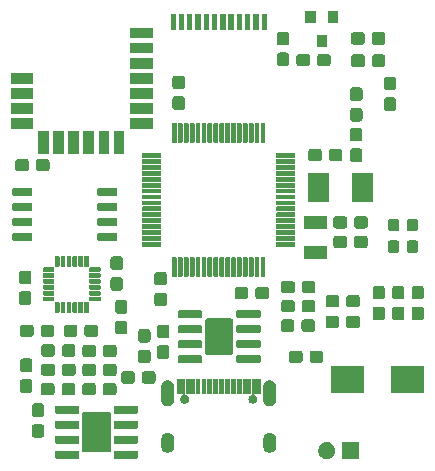
<source format=gbr>
G04 #@! TF.GenerationSoftware,KiCad,Pcbnew,(5.1.6-0-10_14)*
G04 #@! TF.CreationDate,2020-09-27T10:59:16+08:00*
G04 #@! TF.ProjectId,Watch_F4,57617463-685f-4463-942e-6b696361645f,rev?*
G04 #@! TF.SameCoordinates,Original*
G04 #@! TF.FileFunction,Soldermask,Top*
G04 #@! TF.FilePolarity,Negative*
%FSLAX46Y46*%
G04 Gerber Fmt 4.6, Leading zero omitted, Abs format (unit mm)*
G04 Created by KiCad (PCBNEW (5.1.6-0-10_14)) date 2020-09-27 10:59:16*
%MOMM*%
%LPD*%
G01*
G04 APERTURE LIST*
%ADD10C,0.100000*%
G04 APERTURE END LIST*
D10*
G36*
X159875000Y-124625000D02*
G01*
X158425000Y-124625000D01*
X158425000Y-123175000D01*
X159875000Y-123175000D01*
X159875000Y-124625000D01*
G37*
G36*
X157291440Y-123188930D02*
G01*
X157361475Y-123202861D01*
X157493416Y-123257513D01*
X157612161Y-123336856D01*
X157713144Y-123437839D01*
X157792487Y-123556584D01*
X157847139Y-123688525D01*
X157847139Y-123688527D01*
X157875000Y-123828592D01*
X157875000Y-123971408D01*
X157869772Y-123997691D01*
X157847139Y-124111475D01*
X157792487Y-124243416D01*
X157713144Y-124362161D01*
X157612161Y-124463144D01*
X157493416Y-124542487D01*
X157361475Y-124597139D01*
X157321954Y-124605000D01*
X157221408Y-124625000D01*
X157078592Y-124625000D01*
X156978046Y-124605000D01*
X156938525Y-124597139D01*
X156806584Y-124542487D01*
X156687839Y-124463144D01*
X156586856Y-124362161D01*
X156507513Y-124243416D01*
X156452861Y-124111475D01*
X156430228Y-123997691D01*
X156425000Y-123971408D01*
X156425000Y-123828592D01*
X156452861Y-123688527D01*
X156452861Y-123688525D01*
X156507513Y-123556584D01*
X156586856Y-123437839D01*
X156687839Y-123336856D01*
X156806584Y-123257513D01*
X156938525Y-123202861D01*
X157008560Y-123188930D01*
X157078592Y-123175000D01*
X157221408Y-123175000D01*
X157291440Y-123188930D01*
G37*
G36*
X141029216Y-123908119D02*
G01*
X141057309Y-123916641D01*
X141083204Y-123930483D01*
X141105896Y-123949104D01*
X141124517Y-123971796D01*
X141138359Y-123997691D01*
X141146881Y-124025784D01*
X141150000Y-124057454D01*
X141150000Y-124452546D01*
X141146881Y-124484216D01*
X141138359Y-124512309D01*
X141124517Y-124538204D01*
X141105896Y-124560896D01*
X141083204Y-124579517D01*
X141057309Y-124593359D01*
X141029216Y-124601881D01*
X140997546Y-124605000D01*
X139252454Y-124605000D01*
X139220784Y-124601881D01*
X139192691Y-124593359D01*
X139166796Y-124579517D01*
X139144104Y-124560896D01*
X139125483Y-124538204D01*
X139111641Y-124512309D01*
X139103119Y-124484216D01*
X139100000Y-124452546D01*
X139100000Y-124057454D01*
X139103119Y-124025784D01*
X139111641Y-123997691D01*
X139125483Y-123971796D01*
X139144104Y-123949104D01*
X139166796Y-123930483D01*
X139192691Y-123916641D01*
X139220784Y-123908119D01*
X139252454Y-123905000D01*
X140997546Y-123905000D01*
X141029216Y-123908119D01*
G37*
G36*
X136079216Y-123908119D02*
G01*
X136107309Y-123916641D01*
X136133204Y-123930483D01*
X136155896Y-123949104D01*
X136174517Y-123971796D01*
X136188359Y-123997691D01*
X136196881Y-124025784D01*
X136200000Y-124057454D01*
X136200000Y-124452546D01*
X136196881Y-124484216D01*
X136188359Y-124512309D01*
X136174517Y-124538204D01*
X136155896Y-124560896D01*
X136133204Y-124579517D01*
X136107309Y-124593359D01*
X136079216Y-124601881D01*
X136047546Y-124605000D01*
X134302454Y-124605000D01*
X134270784Y-124601881D01*
X134242691Y-124593359D01*
X134216796Y-124579517D01*
X134194104Y-124560896D01*
X134175483Y-124538204D01*
X134161641Y-124512309D01*
X134153119Y-124484216D01*
X134150000Y-124452546D01*
X134150000Y-124057454D01*
X134153119Y-124025784D01*
X134161641Y-123997691D01*
X134175483Y-123971796D01*
X134194104Y-123949104D01*
X134216796Y-123930483D01*
X134242691Y-123916641D01*
X134270784Y-123908119D01*
X134302454Y-123905000D01*
X136047546Y-123905000D01*
X136079216Y-123908119D01*
G37*
G36*
X143787818Y-122382958D02*
G01*
X143822376Y-122393441D01*
X143891495Y-122414408D01*
X143987039Y-122465477D01*
X143987040Y-122465478D01*
X143987042Y-122465479D01*
X144070790Y-122534210D01*
X144131993Y-122608785D01*
X144139523Y-122617961D01*
X144190592Y-122713504D01*
X144203410Y-122755761D01*
X144219864Y-122810000D01*
X144222042Y-122817182D01*
X144230000Y-122897980D01*
X144230000Y-123552020D01*
X144222042Y-123632818D01*
X144190592Y-123736496D01*
X144141365Y-123828592D01*
X144139521Y-123832042D01*
X144070790Y-123915790D01*
X143987042Y-123984521D01*
X143987040Y-123984522D01*
X143987039Y-123984523D01*
X143891496Y-124035592D01*
X143822377Y-124056559D01*
X143787819Y-124067042D01*
X143680000Y-124077661D01*
X143572182Y-124067042D01*
X143537624Y-124056559D01*
X143468505Y-124035592D01*
X143372962Y-123984523D01*
X143372961Y-123984522D01*
X143372959Y-123984521D01*
X143289211Y-123915790D01*
X143220480Y-123832042D01*
X143197809Y-123789628D01*
X143169407Y-123736494D01*
X143137958Y-123632818D01*
X143130000Y-123552020D01*
X143130000Y-122897981D01*
X143137958Y-122817183D01*
X143137959Y-122817181D01*
X143166493Y-122723116D01*
X143169408Y-122713505D01*
X143220477Y-122617961D01*
X143228008Y-122608785D01*
X143289210Y-122534210D01*
X143372958Y-122465479D01*
X143372960Y-122465478D01*
X143372961Y-122465477D01*
X143468504Y-122414408D01*
X143537623Y-122393441D01*
X143572181Y-122382958D01*
X143680000Y-122372339D01*
X143787818Y-122382958D01*
G37*
G36*
X152427818Y-122382958D02*
G01*
X152462376Y-122393441D01*
X152531495Y-122414408D01*
X152627039Y-122465477D01*
X152627040Y-122465478D01*
X152627042Y-122465479D01*
X152710790Y-122534210D01*
X152771993Y-122608785D01*
X152779523Y-122617961D01*
X152830592Y-122713504D01*
X152843410Y-122755761D01*
X152859864Y-122810000D01*
X152862042Y-122817182D01*
X152870000Y-122897980D01*
X152870000Y-123552020D01*
X152862042Y-123632818D01*
X152830592Y-123736496D01*
X152781365Y-123828592D01*
X152779521Y-123832042D01*
X152710790Y-123915790D01*
X152627042Y-123984521D01*
X152627040Y-123984522D01*
X152627039Y-123984523D01*
X152531496Y-124035592D01*
X152462377Y-124056559D01*
X152427819Y-124067042D01*
X152320000Y-124077661D01*
X152212182Y-124067042D01*
X152177624Y-124056559D01*
X152108505Y-124035592D01*
X152012962Y-123984523D01*
X152012961Y-123984522D01*
X152012959Y-123984521D01*
X151929211Y-123915790D01*
X151860480Y-123832042D01*
X151837809Y-123789628D01*
X151809407Y-123736494D01*
X151777958Y-123632818D01*
X151770000Y-123552020D01*
X151770000Y-122897981D01*
X151777958Y-122817183D01*
X151777959Y-122817181D01*
X151806493Y-122723116D01*
X151809408Y-122713505D01*
X151860477Y-122617961D01*
X151868008Y-122608785D01*
X151929210Y-122534210D01*
X152012958Y-122465479D01*
X152012960Y-122465478D01*
X152012961Y-122465477D01*
X152108504Y-122414408D01*
X152177623Y-122393441D01*
X152212181Y-122382958D01*
X152320000Y-122372339D01*
X152427818Y-122382958D01*
G37*
G36*
X138727271Y-120654478D02*
G01*
X138768637Y-120667026D01*
X138806759Y-120687404D01*
X138840174Y-120714826D01*
X138867596Y-120748241D01*
X138887974Y-120786363D01*
X138900522Y-120827729D01*
X138905000Y-120873199D01*
X138905000Y-123826801D01*
X138900522Y-123872271D01*
X138887974Y-123913637D01*
X138867596Y-123951759D01*
X138840174Y-123985174D01*
X138806759Y-124012596D01*
X138768637Y-124032974D01*
X138727271Y-124045522D01*
X138681801Y-124050000D01*
X136618199Y-124050000D01*
X136572729Y-124045522D01*
X136531363Y-124032974D01*
X136493241Y-124012596D01*
X136459826Y-123985174D01*
X136432404Y-123951759D01*
X136412026Y-123913637D01*
X136399478Y-123872271D01*
X136395000Y-123826801D01*
X136395000Y-120873199D01*
X136399478Y-120827729D01*
X136412026Y-120786363D01*
X136432404Y-120748241D01*
X136459826Y-120714826D01*
X136493241Y-120687404D01*
X136531363Y-120667026D01*
X136572729Y-120654478D01*
X136618199Y-120650000D01*
X138681801Y-120650000D01*
X138727271Y-120654478D01*
G37*
G36*
X141029216Y-122638119D02*
G01*
X141057309Y-122646641D01*
X141083204Y-122660483D01*
X141105896Y-122679104D01*
X141124517Y-122701796D01*
X141138359Y-122727691D01*
X141146881Y-122755784D01*
X141150000Y-122787454D01*
X141150000Y-123182546D01*
X141146881Y-123214216D01*
X141138359Y-123242309D01*
X141124517Y-123268204D01*
X141105896Y-123290896D01*
X141083204Y-123309517D01*
X141057309Y-123323359D01*
X141029216Y-123331881D01*
X140997546Y-123335000D01*
X139252454Y-123335000D01*
X139220784Y-123331881D01*
X139192691Y-123323359D01*
X139166796Y-123309517D01*
X139144104Y-123290896D01*
X139125483Y-123268204D01*
X139111641Y-123242309D01*
X139103119Y-123214216D01*
X139100000Y-123182546D01*
X139100000Y-122787454D01*
X139103119Y-122755784D01*
X139111641Y-122727691D01*
X139125483Y-122701796D01*
X139144104Y-122679104D01*
X139166796Y-122660483D01*
X139192691Y-122646641D01*
X139220784Y-122638119D01*
X139252454Y-122635000D01*
X140997546Y-122635000D01*
X141029216Y-122638119D01*
G37*
G36*
X136079216Y-122638119D02*
G01*
X136107309Y-122646641D01*
X136133204Y-122660483D01*
X136155896Y-122679104D01*
X136174517Y-122701796D01*
X136188359Y-122727691D01*
X136196881Y-122755784D01*
X136200000Y-122787454D01*
X136200000Y-123182546D01*
X136196881Y-123214216D01*
X136188359Y-123242309D01*
X136174517Y-123268204D01*
X136155896Y-123290896D01*
X136133204Y-123309517D01*
X136107309Y-123323359D01*
X136079216Y-123331881D01*
X136047546Y-123335000D01*
X134302454Y-123335000D01*
X134270784Y-123331881D01*
X134242691Y-123323359D01*
X134216796Y-123309517D01*
X134194104Y-123290896D01*
X134175483Y-123268204D01*
X134161641Y-123242309D01*
X134153119Y-123214216D01*
X134150000Y-123182546D01*
X134150000Y-122787454D01*
X134153119Y-122755784D01*
X134161641Y-122727691D01*
X134175483Y-122701796D01*
X134194104Y-122679104D01*
X134216796Y-122660483D01*
X134242691Y-122646641D01*
X134270784Y-122638119D01*
X134302454Y-122635000D01*
X136047546Y-122635000D01*
X136079216Y-122638119D01*
G37*
G36*
X133033785Y-121654800D02*
G01*
X133078292Y-121668302D01*
X133119316Y-121690229D01*
X133155266Y-121719734D01*
X133184771Y-121755684D01*
X133206698Y-121796708D01*
X133220200Y-121841215D01*
X133225000Y-121889954D01*
X133225000Y-122560046D01*
X133220200Y-122608785D01*
X133206698Y-122653292D01*
X133184771Y-122694316D01*
X133155266Y-122730266D01*
X133119316Y-122759771D01*
X133078292Y-122781698D01*
X133033785Y-122795200D01*
X132985046Y-122800000D01*
X132414954Y-122800000D01*
X132366215Y-122795200D01*
X132321708Y-122781698D01*
X132280684Y-122759771D01*
X132244734Y-122730266D01*
X132215229Y-122694316D01*
X132193302Y-122653292D01*
X132179800Y-122608785D01*
X132175000Y-122560046D01*
X132175000Y-121889954D01*
X132179800Y-121841215D01*
X132193302Y-121796708D01*
X132215229Y-121755684D01*
X132244734Y-121719734D01*
X132280684Y-121690229D01*
X132321708Y-121668302D01*
X132366215Y-121654800D01*
X132414954Y-121650000D01*
X132985046Y-121650000D01*
X133033785Y-121654800D01*
G37*
G36*
X136079216Y-121368119D02*
G01*
X136107309Y-121376641D01*
X136133204Y-121390483D01*
X136155896Y-121409104D01*
X136174517Y-121431796D01*
X136188359Y-121457691D01*
X136196881Y-121485784D01*
X136200000Y-121517454D01*
X136200000Y-121912546D01*
X136196881Y-121944216D01*
X136188359Y-121972309D01*
X136174517Y-121998204D01*
X136155896Y-122020896D01*
X136133204Y-122039517D01*
X136107309Y-122053359D01*
X136079216Y-122061881D01*
X136047546Y-122065000D01*
X134302454Y-122065000D01*
X134270784Y-122061881D01*
X134242691Y-122053359D01*
X134216796Y-122039517D01*
X134194104Y-122020896D01*
X134175483Y-121998204D01*
X134161641Y-121972309D01*
X134153119Y-121944216D01*
X134150000Y-121912546D01*
X134150000Y-121517454D01*
X134153119Y-121485784D01*
X134161641Y-121457691D01*
X134175483Y-121431796D01*
X134194104Y-121409104D01*
X134216796Y-121390483D01*
X134242691Y-121376641D01*
X134270784Y-121368119D01*
X134302454Y-121365000D01*
X136047546Y-121365000D01*
X136079216Y-121368119D01*
G37*
G36*
X141029216Y-121368119D02*
G01*
X141057309Y-121376641D01*
X141083204Y-121390483D01*
X141105896Y-121409104D01*
X141124517Y-121431796D01*
X141138359Y-121457691D01*
X141146881Y-121485784D01*
X141150000Y-121517454D01*
X141150000Y-121912546D01*
X141146881Y-121944216D01*
X141138359Y-121972309D01*
X141124517Y-121998204D01*
X141105896Y-122020896D01*
X141083204Y-122039517D01*
X141057309Y-122053359D01*
X141029216Y-122061881D01*
X140997546Y-122065000D01*
X139252454Y-122065000D01*
X139220784Y-122061881D01*
X139192691Y-122053359D01*
X139166796Y-122039517D01*
X139144104Y-122020896D01*
X139125483Y-121998204D01*
X139111641Y-121972309D01*
X139103119Y-121944216D01*
X139100000Y-121912546D01*
X139100000Y-121517454D01*
X139103119Y-121485784D01*
X139111641Y-121457691D01*
X139125483Y-121431796D01*
X139144104Y-121409104D01*
X139166796Y-121390483D01*
X139192691Y-121376641D01*
X139220784Y-121368119D01*
X139252454Y-121365000D01*
X140997546Y-121365000D01*
X141029216Y-121368119D01*
G37*
G36*
X133033785Y-119904800D02*
G01*
X133078292Y-119918302D01*
X133119316Y-119940229D01*
X133155266Y-119969734D01*
X133184771Y-120005684D01*
X133206698Y-120046708D01*
X133220200Y-120091215D01*
X133225000Y-120139954D01*
X133225000Y-120810046D01*
X133220200Y-120858785D01*
X133206698Y-120903292D01*
X133184771Y-120944316D01*
X133155266Y-120980266D01*
X133119316Y-121009771D01*
X133078292Y-121031698D01*
X133033785Y-121045200D01*
X132985046Y-121050000D01*
X132414954Y-121050000D01*
X132366215Y-121045200D01*
X132321708Y-121031698D01*
X132280684Y-121009771D01*
X132244734Y-120980266D01*
X132215229Y-120944316D01*
X132193302Y-120903292D01*
X132179800Y-120858785D01*
X132175000Y-120810046D01*
X132175000Y-120139954D01*
X132179800Y-120091215D01*
X132193302Y-120046708D01*
X132215229Y-120005684D01*
X132244734Y-119969734D01*
X132280684Y-119940229D01*
X132321708Y-119918302D01*
X132366215Y-119904800D01*
X132414954Y-119900000D01*
X132985046Y-119900000D01*
X133033785Y-119904800D01*
G37*
G36*
X136079216Y-120098119D02*
G01*
X136107309Y-120106641D01*
X136133204Y-120120483D01*
X136155896Y-120139104D01*
X136174517Y-120161796D01*
X136188359Y-120187691D01*
X136196881Y-120215784D01*
X136200000Y-120247454D01*
X136200000Y-120642546D01*
X136196881Y-120674216D01*
X136188359Y-120702309D01*
X136174517Y-120728204D01*
X136155896Y-120750896D01*
X136133204Y-120769517D01*
X136107309Y-120783359D01*
X136079216Y-120791881D01*
X136047546Y-120795000D01*
X134302454Y-120795000D01*
X134270784Y-120791881D01*
X134242691Y-120783359D01*
X134216796Y-120769517D01*
X134194104Y-120750896D01*
X134175483Y-120728204D01*
X134161641Y-120702309D01*
X134153119Y-120674216D01*
X134150000Y-120642546D01*
X134150000Y-120247454D01*
X134153119Y-120215784D01*
X134161641Y-120187691D01*
X134175483Y-120161796D01*
X134194104Y-120139104D01*
X134216796Y-120120483D01*
X134242691Y-120106641D01*
X134270784Y-120098119D01*
X134302454Y-120095000D01*
X136047546Y-120095000D01*
X136079216Y-120098119D01*
G37*
G36*
X141029216Y-120098119D02*
G01*
X141057309Y-120106641D01*
X141083204Y-120120483D01*
X141105896Y-120139104D01*
X141124517Y-120161796D01*
X141138359Y-120187691D01*
X141146881Y-120215784D01*
X141150000Y-120247454D01*
X141150000Y-120642546D01*
X141146881Y-120674216D01*
X141138359Y-120702309D01*
X141124517Y-120728204D01*
X141105896Y-120750896D01*
X141083204Y-120769517D01*
X141057309Y-120783359D01*
X141029216Y-120791881D01*
X140997546Y-120795000D01*
X139252454Y-120795000D01*
X139220784Y-120791881D01*
X139192691Y-120783359D01*
X139166796Y-120769517D01*
X139144104Y-120750896D01*
X139125483Y-120728204D01*
X139111641Y-120702309D01*
X139103119Y-120674216D01*
X139100000Y-120642546D01*
X139100000Y-120247454D01*
X139103119Y-120215784D01*
X139111641Y-120187691D01*
X139125483Y-120161796D01*
X139144104Y-120139104D01*
X139166796Y-120120483D01*
X139192691Y-120106641D01*
X139220784Y-120098119D01*
X139252454Y-120095000D01*
X140997546Y-120095000D01*
X141029216Y-120098119D01*
G37*
G36*
X152427818Y-117952958D02*
G01*
X152436804Y-117955684D01*
X152531495Y-117984408D01*
X152627039Y-118035477D01*
X152627040Y-118035478D01*
X152627042Y-118035479D01*
X152710790Y-118104210D01*
X152773615Y-118180761D01*
X152779523Y-118187961D01*
X152830592Y-118283504D01*
X152851559Y-118352623D01*
X152862042Y-118387181D01*
X152870000Y-118467982D01*
X152870000Y-119622018D01*
X152862042Y-119702819D01*
X152851559Y-119737377D01*
X152830592Y-119806496D01*
X152779523Y-119902039D01*
X152779521Y-119902042D01*
X152710790Y-119985790D01*
X152627042Y-120054521D01*
X152627040Y-120054522D01*
X152627039Y-120054523D01*
X152531496Y-120105592D01*
X152482406Y-120120483D01*
X152427819Y-120137042D01*
X152320000Y-120147661D01*
X152212182Y-120137042D01*
X152157595Y-120120483D01*
X152108505Y-120105592D01*
X152012962Y-120054523D01*
X152012961Y-120054522D01*
X152012959Y-120054521D01*
X151929211Y-119985790D01*
X151860480Y-119902042D01*
X151860478Y-119902039D01*
X151809409Y-119806496D01*
X151788442Y-119737377D01*
X151777959Y-119702819D01*
X151770001Y-119622018D01*
X151770000Y-118467983D01*
X151777958Y-118387182D01*
X151793167Y-118337046D01*
X151809408Y-118283505D01*
X151860477Y-118187961D01*
X151866386Y-118180761D01*
X151929210Y-118104210D01*
X152012958Y-118035479D01*
X152012960Y-118035478D01*
X152012961Y-118035477D01*
X152108504Y-117984408D01*
X152203195Y-117955684D01*
X152212181Y-117952958D01*
X152320000Y-117942339D01*
X152427818Y-117952958D01*
G37*
G36*
X143787818Y-117952958D02*
G01*
X143796804Y-117955684D01*
X143891495Y-117984408D01*
X143987039Y-118035477D01*
X143987040Y-118035478D01*
X143987042Y-118035479D01*
X144070790Y-118104210D01*
X144133615Y-118180761D01*
X144139523Y-118187961D01*
X144190592Y-118283504D01*
X144211559Y-118352623D01*
X144222042Y-118387181D01*
X144230000Y-118467982D01*
X144230000Y-119622018D01*
X144222042Y-119702819D01*
X144211559Y-119737377D01*
X144190592Y-119806496D01*
X144139523Y-119902039D01*
X144139521Y-119902042D01*
X144070790Y-119985790D01*
X143987042Y-120054521D01*
X143987040Y-120054522D01*
X143987039Y-120054523D01*
X143891496Y-120105592D01*
X143842406Y-120120483D01*
X143787819Y-120137042D01*
X143680000Y-120147661D01*
X143572182Y-120137042D01*
X143517595Y-120120483D01*
X143468505Y-120105592D01*
X143372962Y-120054523D01*
X143372961Y-120054522D01*
X143372959Y-120054521D01*
X143289211Y-119985790D01*
X143220480Y-119902042D01*
X143220478Y-119902039D01*
X143169409Y-119806496D01*
X143148442Y-119737377D01*
X143137959Y-119702819D01*
X143130001Y-119622018D01*
X143130000Y-118467983D01*
X143137958Y-118387182D01*
X143153167Y-118337046D01*
X143169408Y-118283505D01*
X143220477Y-118187961D01*
X143226386Y-118180761D01*
X143289210Y-118104210D01*
X143372958Y-118035479D01*
X143372960Y-118035478D01*
X143372961Y-118035477D01*
X143468504Y-117984408D01*
X143563195Y-117955684D01*
X143572181Y-117952958D01*
X143680000Y-117942339D01*
X143787818Y-117952958D01*
G37*
G36*
X145150000Y-119129577D02*
G01*
X145150961Y-119139331D01*
X145153806Y-119148711D01*
X145158426Y-119157355D01*
X145164644Y-119164932D01*
X145172221Y-119171150D01*
X145180865Y-119175770D01*
X145190245Y-119178615D01*
X145199999Y-119179576D01*
X145200001Y-119179576D01*
X145209755Y-119178615D01*
X145219135Y-119175770D01*
X145227779Y-119171150D01*
X145231104Y-119168422D01*
X145232836Y-119174133D01*
X145237456Y-119182777D01*
X145243674Y-119190354D01*
X145251251Y-119196572D01*
X145259895Y-119201192D01*
X145273188Y-119206698D01*
X145287629Y-119212680D01*
X145349048Y-119253719D01*
X145401281Y-119305952D01*
X145442320Y-119367371D01*
X145470589Y-119435617D01*
X145485000Y-119508066D01*
X145485000Y-119581934D01*
X145470589Y-119654383D01*
X145442320Y-119722629D01*
X145401281Y-119784048D01*
X145349048Y-119836281D01*
X145287629Y-119877320D01*
X145287628Y-119877321D01*
X145287627Y-119877321D01*
X145219383Y-119905589D01*
X145146935Y-119920000D01*
X145073065Y-119920000D01*
X145000617Y-119905589D01*
X144932373Y-119877321D01*
X144932372Y-119877321D01*
X144932371Y-119877320D01*
X144870952Y-119836281D01*
X144818719Y-119784048D01*
X144777680Y-119722629D01*
X144749411Y-119654383D01*
X144735000Y-119581934D01*
X144735000Y-119508066D01*
X144749411Y-119435617D01*
X144777680Y-119367371D01*
X144818719Y-119305952D01*
X144870952Y-119253719D01*
X144932371Y-119212680D01*
X144946813Y-119206698D01*
X144960105Y-119201192D01*
X144968749Y-119196572D01*
X144976326Y-119190354D01*
X144982544Y-119182777D01*
X144987164Y-119174133D01*
X144990009Y-119164753D01*
X144990970Y-119154999D01*
X144990009Y-119145245D01*
X144987164Y-119135865D01*
X144982544Y-119127221D01*
X144976326Y-119119644D01*
X144968749Y-119113426D01*
X144960105Y-119108806D01*
X144950725Y-119105961D01*
X144940971Y-119105000D01*
X144450000Y-119105000D01*
X144450000Y-117855000D01*
X145150000Y-117855000D01*
X145150000Y-119129577D01*
G37*
G36*
X151550000Y-119105000D02*
G01*
X151059029Y-119105000D01*
X151049275Y-119105961D01*
X151039895Y-119108806D01*
X151031251Y-119113426D01*
X151023674Y-119119644D01*
X151017456Y-119127221D01*
X151012836Y-119135865D01*
X151009991Y-119145245D01*
X151009030Y-119154999D01*
X151009991Y-119164753D01*
X151012836Y-119174133D01*
X151017456Y-119182777D01*
X151023674Y-119190354D01*
X151031251Y-119196572D01*
X151039895Y-119201192D01*
X151053188Y-119206698D01*
X151067629Y-119212680D01*
X151129048Y-119253719D01*
X151181281Y-119305952D01*
X151222320Y-119367371D01*
X151250589Y-119435617D01*
X151265000Y-119508066D01*
X151265000Y-119581934D01*
X151250589Y-119654383D01*
X151222320Y-119722629D01*
X151181281Y-119784048D01*
X151129048Y-119836281D01*
X151067629Y-119877320D01*
X151067628Y-119877321D01*
X151067627Y-119877321D01*
X150999383Y-119905589D01*
X150926935Y-119920000D01*
X150853065Y-119920000D01*
X150780617Y-119905589D01*
X150712373Y-119877321D01*
X150712372Y-119877321D01*
X150712371Y-119877320D01*
X150650952Y-119836281D01*
X150598719Y-119784048D01*
X150557680Y-119722629D01*
X150529411Y-119654383D01*
X150515000Y-119581934D01*
X150515000Y-119508066D01*
X150529411Y-119435617D01*
X150557680Y-119367371D01*
X150598719Y-119305952D01*
X150650952Y-119253719D01*
X150712371Y-119212680D01*
X150726813Y-119206698D01*
X150740105Y-119201192D01*
X150748749Y-119196572D01*
X150756326Y-119190354D01*
X150762544Y-119182777D01*
X150767164Y-119174133D01*
X150768896Y-119168422D01*
X150772221Y-119171150D01*
X150780865Y-119175770D01*
X150790245Y-119178615D01*
X150799999Y-119179576D01*
X150800001Y-119179576D01*
X150809755Y-119178615D01*
X150819135Y-119175770D01*
X150827779Y-119171150D01*
X150835356Y-119164932D01*
X150841574Y-119157355D01*
X150846194Y-119148711D01*
X150849039Y-119139331D01*
X150850000Y-119129577D01*
X150850000Y-117855000D01*
X151550000Y-117855000D01*
X151550000Y-119105000D01*
G37*
G36*
X137408785Y-118179800D02*
G01*
X137453292Y-118193302D01*
X137494316Y-118215229D01*
X137530266Y-118244734D01*
X137559771Y-118280684D01*
X137581698Y-118321708D01*
X137595200Y-118366215D01*
X137600000Y-118414954D01*
X137600000Y-118985046D01*
X137595200Y-119033785D01*
X137581698Y-119078292D01*
X137559771Y-119119316D01*
X137530266Y-119155266D01*
X137494316Y-119184771D01*
X137453292Y-119206698D01*
X137408785Y-119220200D01*
X137360046Y-119225000D01*
X136689954Y-119225000D01*
X136641215Y-119220200D01*
X136596708Y-119206698D01*
X136555684Y-119184771D01*
X136519734Y-119155266D01*
X136490229Y-119119316D01*
X136468302Y-119078292D01*
X136454800Y-119033785D01*
X136450000Y-118985046D01*
X136450000Y-118414954D01*
X136454800Y-118366215D01*
X136468302Y-118321708D01*
X136490229Y-118280684D01*
X136519734Y-118244734D01*
X136555684Y-118215229D01*
X136596708Y-118193302D01*
X136641215Y-118179800D01*
X136689954Y-118175000D01*
X137360046Y-118175000D01*
X137408785Y-118179800D01*
G37*
G36*
X139158785Y-118179800D02*
G01*
X139203292Y-118193302D01*
X139244316Y-118215229D01*
X139280266Y-118244734D01*
X139309771Y-118280684D01*
X139331698Y-118321708D01*
X139345200Y-118366215D01*
X139350000Y-118414954D01*
X139350000Y-118985046D01*
X139345200Y-119033785D01*
X139331698Y-119078292D01*
X139309771Y-119119316D01*
X139280266Y-119155266D01*
X139244316Y-119184771D01*
X139203292Y-119206698D01*
X139158785Y-119220200D01*
X139110046Y-119225000D01*
X138439954Y-119225000D01*
X138391215Y-119220200D01*
X138346708Y-119206698D01*
X138305684Y-119184771D01*
X138269734Y-119155266D01*
X138240229Y-119119316D01*
X138218302Y-119078292D01*
X138204800Y-119033785D01*
X138200000Y-118985046D01*
X138200000Y-118414954D01*
X138204800Y-118366215D01*
X138218302Y-118321708D01*
X138240229Y-118280684D01*
X138269734Y-118244734D01*
X138305684Y-118215229D01*
X138346708Y-118193302D01*
X138391215Y-118179800D01*
X138439954Y-118175000D01*
X139110046Y-118175000D01*
X139158785Y-118179800D01*
G37*
G36*
X135658785Y-118179800D02*
G01*
X135703292Y-118193302D01*
X135744316Y-118215229D01*
X135780266Y-118244734D01*
X135809771Y-118280684D01*
X135831698Y-118321708D01*
X135845200Y-118366215D01*
X135850000Y-118414954D01*
X135850000Y-118985046D01*
X135845200Y-119033785D01*
X135831698Y-119078292D01*
X135809771Y-119119316D01*
X135780266Y-119155266D01*
X135744316Y-119184771D01*
X135703292Y-119206698D01*
X135658785Y-119220200D01*
X135610046Y-119225000D01*
X134939954Y-119225000D01*
X134891215Y-119220200D01*
X134846708Y-119206698D01*
X134805684Y-119184771D01*
X134769734Y-119155266D01*
X134740229Y-119119316D01*
X134718302Y-119078292D01*
X134704800Y-119033785D01*
X134700000Y-118985046D01*
X134700000Y-118414954D01*
X134704800Y-118366215D01*
X134718302Y-118321708D01*
X134740229Y-118280684D01*
X134769734Y-118244734D01*
X134805684Y-118215229D01*
X134846708Y-118193302D01*
X134891215Y-118179800D01*
X134939954Y-118175000D01*
X135610046Y-118175000D01*
X135658785Y-118179800D01*
G37*
G36*
X133908785Y-118179800D02*
G01*
X133953292Y-118193302D01*
X133994316Y-118215229D01*
X134030266Y-118244734D01*
X134059771Y-118280684D01*
X134081698Y-118321708D01*
X134095200Y-118366215D01*
X134100000Y-118414954D01*
X134100000Y-118985046D01*
X134095200Y-119033785D01*
X134081698Y-119078292D01*
X134059771Y-119119316D01*
X134030266Y-119155266D01*
X133994316Y-119184771D01*
X133953292Y-119206698D01*
X133908785Y-119220200D01*
X133860046Y-119225000D01*
X133189954Y-119225000D01*
X133141215Y-119220200D01*
X133096708Y-119206698D01*
X133055684Y-119184771D01*
X133019734Y-119155266D01*
X132990229Y-119119316D01*
X132968302Y-119078292D01*
X132954800Y-119033785D01*
X132950000Y-118985046D01*
X132950000Y-118414954D01*
X132954800Y-118366215D01*
X132968302Y-118321708D01*
X132990229Y-118280684D01*
X133019734Y-118244734D01*
X133055684Y-118215229D01*
X133096708Y-118193302D01*
X133141215Y-118179800D01*
X133189954Y-118175000D01*
X133860046Y-118175000D01*
X133908785Y-118179800D01*
G37*
G36*
X145950000Y-119105000D02*
G01*
X145279029Y-119105000D01*
X145269275Y-119105961D01*
X145259895Y-119108806D01*
X145251251Y-119113426D01*
X145250000Y-119114453D01*
X145250000Y-117855000D01*
X145950000Y-117855000D01*
X145950000Y-119105000D01*
G37*
G36*
X150750000Y-119114453D02*
G01*
X150748749Y-119113426D01*
X150740105Y-119108806D01*
X150730725Y-119105961D01*
X150720971Y-119105000D01*
X150050000Y-119105000D01*
X150050000Y-117855000D01*
X150750000Y-117855000D01*
X150750000Y-119114453D01*
G37*
G36*
X147450000Y-119105000D02*
G01*
X147050000Y-119105000D01*
X147050000Y-117855000D01*
X147450000Y-117855000D01*
X147450000Y-119105000D01*
G37*
G36*
X146450000Y-119105000D02*
G01*
X146050000Y-119105000D01*
X146050000Y-117855000D01*
X146450000Y-117855000D01*
X146450000Y-119105000D01*
G37*
G36*
X146950000Y-119105000D02*
G01*
X146550000Y-119105000D01*
X146550000Y-117855000D01*
X146950000Y-117855000D01*
X146950000Y-119105000D01*
G37*
G36*
X147950000Y-119105000D02*
G01*
X147550000Y-119105000D01*
X147550000Y-117855000D01*
X147950000Y-117855000D01*
X147950000Y-119105000D01*
G37*
G36*
X148450000Y-119105000D02*
G01*
X148050000Y-119105000D01*
X148050000Y-117855000D01*
X148450000Y-117855000D01*
X148450000Y-119105000D01*
G37*
G36*
X148950000Y-119105000D02*
G01*
X148550000Y-119105000D01*
X148550000Y-117855000D01*
X148950000Y-117855000D01*
X148950000Y-119105000D01*
G37*
G36*
X149450000Y-119105000D02*
G01*
X149050000Y-119105000D01*
X149050000Y-117855000D01*
X149450000Y-117855000D01*
X149450000Y-119105000D01*
G37*
G36*
X149950000Y-119105000D02*
G01*
X149550000Y-119105000D01*
X149550000Y-117855000D01*
X149950000Y-117855000D01*
X149950000Y-119105000D01*
G37*
G36*
X160300000Y-119050000D02*
G01*
X157500000Y-119050000D01*
X157500000Y-116750000D01*
X160300000Y-116750000D01*
X160300000Y-119050000D01*
G37*
G36*
X165400000Y-119050000D02*
G01*
X162600000Y-119050000D01*
X162600000Y-116750000D01*
X165400000Y-116750000D01*
X165400000Y-119050000D01*
G37*
G36*
X132033785Y-117854800D02*
G01*
X132078292Y-117868302D01*
X132119316Y-117890229D01*
X132155266Y-117919734D01*
X132184771Y-117955684D01*
X132206698Y-117996708D01*
X132220200Y-118041215D01*
X132225000Y-118089954D01*
X132225000Y-118760046D01*
X132220200Y-118808785D01*
X132206698Y-118853292D01*
X132184771Y-118894316D01*
X132155266Y-118930266D01*
X132119316Y-118959771D01*
X132078292Y-118981698D01*
X132033785Y-118995200D01*
X131985046Y-119000000D01*
X131414954Y-119000000D01*
X131366215Y-118995200D01*
X131321708Y-118981698D01*
X131280684Y-118959771D01*
X131244734Y-118930266D01*
X131215229Y-118894316D01*
X131193302Y-118853292D01*
X131179800Y-118808785D01*
X131175000Y-118760046D01*
X131175000Y-118089954D01*
X131179800Y-118041215D01*
X131193302Y-117996708D01*
X131215229Y-117955684D01*
X131244734Y-117919734D01*
X131280684Y-117890229D01*
X131321708Y-117868302D01*
X131366215Y-117854800D01*
X131414954Y-117850000D01*
X131985046Y-117850000D01*
X132033785Y-117854800D01*
G37*
G36*
X140708785Y-117179800D02*
G01*
X140753292Y-117193302D01*
X140794316Y-117215229D01*
X140830266Y-117244734D01*
X140859771Y-117280684D01*
X140881698Y-117321708D01*
X140895200Y-117366215D01*
X140900000Y-117414954D01*
X140900000Y-117985046D01*
X140895200Y-118033785D01*
X140881698Y-118078292D01*
X140859771Y-118119316D01*
X140830266Y-118155266D01*
X140794316Y-118184771D01*
X140753292Y-118206698D01*
X140708785Y-118220200D01*
X140660046Y-118225000D01*
X139989954Y-118225000D01*
X139941215Y-118220200D01*
X139896708Y-118206698D01*
X139855684Y-118184771D01*
X139819734Y-118155266D01*
X139790229Y-118119316D01*
X139768302Y-118078292D01*
X139754800Y-118033785D01*
X139750000Y-117985046D01*
X139750000Y-117414954D01*
X139754800Y-117366215D01*
X139768302Y-117321708D01*
X139790229Y-117280684D01*
X139819734Y-117244734D01*
X139855684Y-117215229D01*
X139896708Y-117193302D01*
X139941215Y-117179800D01*
X139989954Y-117175000D01*
X140660046Y-117175000D01*
X140708785Y-117179800D01*
G37*
G36*
X142458785Y-117179800D02*
G01*
X142503292Y-117193302D01*
X142544316Y-117215229D01*
X142580266Y-117244734D01*
X142609771Y-117280684D01*
X142631698Y-117321708D01*
X142645200Y-117366215D01*
X142650000Y-117414954D01*
X142650000Y-117985046D01*
X142645200Y-118033785D01*
X142631698Y-118078292D01*
X142609771Y-118119316D01*
X142580266Y-118155266D01*
X142544316Y-118184771D01*
X142503292Y-118206698D01*
X142458785Y-118220200D01*
X142410046Y-118225000D01*
X141739954Y-118225000D01*
X141691215Y-118220200D01*
X141646708Y-118206698D01*
X141605684Y-118184771D01*
X141569734Y-118155266D01*
X141540229Y-118119316D01*
X141518302Y-118078292D01*
X141504800Y-118033785D01*
X141500000Y-117985046D01*
X141500000Y-117414954D01*
X141504800Y-117366215D01*
X141518302Y-117321708D01*
X141540229Y-117280684D01*
X141569734Y-117244734D01*
X141605684Y-117215229D01*
X141646708Y-117193302D01*
X141691215Y-117179800D01*
X141739954Y-117175000D01*
X142410046Y-117175000D01*
X142458785Y-117179800D01*
G37*
G36*
X137413785Y-116539800D02*
G01*
X137458292Y-116553302D01*
X137499316Y-116575229D01*
X137535266Y-116604734D01*
X137564771Y-116640684D01*
X137586698Y-116681708D01*
X137600200Y-116726215D01*
X137605000Y-116774954D01*
X137605000Y-117345046D01*
X137600200Y-117393785D01*
X137586698Y-117438292D01*
X137564771Y-117479316D01*
X137535266Y-117515266D01*
X137499316Y-117544771D01*
X137458292Y-117566698D01*
X137413785Y-117580200D01*
X137365046Y-117585000D01*
X136694954Y-117585000D01*
X136646215Y-117580200D01*
X136601708Y-117566698D01*
X136560684Y-117544771D01*
X136524734Y-117515266D01*
X136495229Y-117479316D01*
X136473302Y-117438292D01*
X136459800Y-117393785D01*
X136455000Y-117345046D01*
X136455000Y-116774954D01*
X136459800Y-116726215D01*
X136473302Y-116681708D01*
X136495229Y-116640684D01*
X136524734Y-116604734D01*
X136560684Y-116575229D01*
X136601708Y-116553302D01*
X136646215Y-116539800D01*
X136694954Y-116535000D01*
X137365046Y-116535000D01*
X137413785Y-116539800D01*
G37*
G36*
X139163785Y-116539800D02*
G01*
X139208292Y-116553302D01*
X139249316Y-116575229D01*
X139285266Y-116604734D01*
X139314771Y-116640684D01*
X139336698Y-116681708D01*
X139350200Y-116726215D01*
X139355000Y-116774954D01*
X139355000Y-117345046D01*
X139350200Y-117393785D01*
X139336698Y-117438292D01*
X139314771Y-117479316D01*
X139285266Y-117515266D01*
X139249316Y-117544771D01*
X139208292Y-117566698D01*
X139163785Y-117580200D01*
X139115046Y-117585000D01*
X138444954Y-117585000D01*
X138396215Y-117580200D01*
X138351708Y-117566698D01*
X138310684Y-117544771D01*
X138274734Y-117515266D01*
X138245229Y-117479316D01*
X138223302Y-117438292D01*
X138209800Y-117393785D01*
X138205000Y-117345046D01*
X138205000Y-116774954D01*
X138209800Y-116726215D01*
X138223302Y-116681708D01*
X138245229Y-116640684D01*
X138274734Y-116604734D01*
X138310684Y-116575229D01*
X138351708Y-116553302D01*
X138396215Y-116539800D01*
X138444954Y-116535000D01*
X139115046Y-116535000D01*
X139163785Y-116539800D01*
G37*
G36*
X133933785Y-116534800D02*
G01*
X133978292Y-116548302D01*
X134019316Y-116570229D01*
X134055266Y-116599734D01*
X134084771Y-116635684D01*
X134106698Y-116676708D01*
X134120200Y-116721215D01*
X134125000Y-116769954D01*
X134125000Y-117340046D01*
X134120200Y-117388785D01*
X134106698Y-117433292D01*
X134084771Y-117474316D01*
X134055266Y-117510266D01*
X134019316Y-117539771D01*
X133978292Y-117561698D01*
X133933785Y-117575200D01*
X133885046Y-117580000D01*
X133214954Y-117580000D01*
X133166215Y-117575200D01*
X133121708Y-117561698D01*
X133080684Y-117539771D01*
X133044734Y-117510266D01*
X133015229Y-117474316D01*
X132993302Y-117433292D01*
X132979800Y-117388785D01*
X132975000Y-117340046D01*
X132975000Y-116769954D01*
X132979800Y-116721215D01*
X132993302Y-116676708D01*
X133015229Y-116635684D01*
X133044734Y-116599734D01*
X133080684Y-116570229D01*
X133121708Y-116548302D01*
X133166215Y-116534800D01*
X133214954Y-116530000D01*
X133885046Y-116530000D01*
X133933785Y-116534800D01*
G37*
G36*
X135683785Y-116534800D02*
G01*
X135728292Y-116548302D01*
X135769316Y-116570229D01*
X135805266Y-116599734D01*
X135834771Y-116635684D01*
X135856698Y-116676708D01*
X135870200Y-116721215D01*
X135875000Y-116769954D01*
X135875000Y-117340046D01*
X135870200Y-117388785D01*
X135856698Y-117433292D01*
X135834771Y-117474316D01*
X135805266Y-117510266D01*
X135769316Y-117539771D01*
X135728292Y-117561698D01*
X135683785Y-117575200D01*
X135635046Y-117580000D01*
X134964954Y-117580000D01*
X134916215Y-117575200D01*
X134871708Y-117561698D01*
X134830684Y-117539771D01*
X134794734Y-117510266D01*
X134765229Y-117474316D01*
X134743302Y-117433292D01*
X134729800Y-117388785D01*
X134725000Y-117340046D01*
X134725000Y-116769954D01*
X134729800Y-116721215D01*
X134743302Y-116676708D01*
X134765229Y-116635684D01*
X134794734Y-116599734D01*
X134830684Y-116570229D01*
X134871708Y-116548302D01*
X134916215Y-116534800D01*
X134964954Y-116530000D01*
X135635046Y-116530000D01*
X135683785Y-116534800D01*
G37*
G36*
X132033785Y-116104800D02*
G01*
X132078292Y-116118302D01*
X132119316Y-116140229D01*
X132155266Y-116169734D01*
X132184771Y-116205684D01*
X132206698Y-116246708D01*
X132220200Y-116291215D01*
X132225000Y-116339954D01*
X132225000Y-117010046D01*
X132220200Y-117058785D01*
X132206698Y-117103292D01*
X132184771Y-117144316D01*
X132155266Y-117180266D01*
X132119316Y-117209771D01*
X132078292Y-117231698D01*
X132033785Y-117245200D01*
X131985046Y-117250000D01*
X131414954Y-117250000D01*
X131366215Y-117245200D01*
X131321708Y-117231698D01*
X131280684Y-117209771D01*
X131244734Y-117180266D01*
X131215229Y-117144316D01*
X131193302Y-117103292D01*
X131179800Y-117058785D01*
X131175000Y-117010046D01*
X131175000Y-116339954D01*
X131179800Y-116291215D01*
X131193302Y-116246708D01*
X131215229Y-116205684D01*
X131244734Y-116169734D01*
X131280684Y-116140229D01*
X131321708Y-116118302D01*
X131366215Y-116104800D01*
X131414954Y-116100000D01*
X131985046Y-116100000D01*
X132033785Y-116104800D01*
G37*
G36*
X146479216Y-115808119D02*
G01*
X146507309Y-115816641D01*
X146533204Y-115830483D01*
X146555896Y-115849104D01*
X146574517Y-115871796D01*
X146588359Y-115897691D01*
X146596881Y-115925784D01*
X146600000Y-115957454D01*
X146600000Y-116352546D01*
X146596881Y-116384216D01*
X146588359Y-116412309D01*
X146574517Y-116438204D01*
X146555896Y-116460896D01*
X146533204Y-116479517D01*
X146507309Y-116493359D01*
X146479216Y-116501881D01*
X146447546Y-116505000D01*
X144702454Y-116505000D01*
X144670784Y-116501881D01*
X144642691Y-116493359D01*
X144616796Y-116479517D01*
X144594104Y-116460896D01*
X144575483Y-116438204D01*
X144561641Y-116412309D01*
X144553119Y-116384216D01*
X144550000Y-116352546D01*
X144550000Y-115957454D01*
X144553119Y-115925784D01*
X144561641Y-115897691D01*
X144575483Y-115871796D01*
X144594104Y-115849104D01*
X144616796Y-115830483D01*
X144642691Y-115816641D01*
X144670784Y-115808119D01*
X144702454Y-115805000D01*
X146447546Y-115805000D01*
X146479216Y-115808119D01*
G37*
G36*
X151429216Y-115808119D02*
G01*
X151457309Y-115816641D01*
X151483204Y-115830483D01*
X151505896Y-115849104D01*
X151524517Y-115871796D01*
X151538359Y-115897691D01*
X151546881Y-115925784D01*
X151550000Y-115957454D01*
X151550000Y-116352546D01*
X151546881Y-116384216D01*
X151538359Y-116412309D01*
X151524517Y-116438204D01*
X151505896Y-116460896D01*
X151483204Y-116479517D01*
X151457309Y-116493359D01*
X151429216Y-116501881D01*
X151397546Y-116505000D01*
X149652454Y-116505000D01*
X149620784Y-116501881D01*
X149592691Y-116493359D01*
X149566796Y-116479517D01*
X149544104Y-116460896D01*
X149525483Y-116438204D01*
X149511641Y-116412309D01*
X149503119Y-116384216D01*
X149500000Y-116352546D01*
X149500000Y-115957454D01*
X149503119Y-115925784D01*
X149511641Y-115897691D01*
X149525483Y-115871796D01*
X149544104Y-115849104D01*
X149566796Y-115830483D01*
X149592691Y-115816641D01*
X149620784Y-115808119D01*
X149652454Y-115805000D01*
X151397546Y-115805000D01*
X151429216Y-115808119D01*
G37*
G36*
X142033785Y-115354800D02*
G01*
X142078292Y-115368302D01*
X142119316Y-115390229D01*
X142155266Y-115419734D01*
X142184771Y-115455684D01*
X142206698Y-115496708D01*
X142220200Y-115541215D01*
X142225000Y-115589954D01*
X142225000Y-116260046D01*
X142220200Y-116308785D01*
X142206698Y-116353292D01*
X142184771Y-116394316D01*
X142155266Y-116430266D01*
X142119316Y-116459771D01*
X142078292Y-116481698D01*
X142033785Y-116495200D01*
X141985046Y-116500000D01*
X141414954Y-116500000D01*
X141366215Y-116495200D01*
X141321708Y-116481698D01*
X141280684Y-116459771D01*
X141244734Y-116430266D01*
X141215229Y-116394316D01*
X141193302Y-116353292D01*
X141179800Y-116308785D01*
X141175000Y-116260046D01*
X141175000Y-115589954D01*
X141179800Y-115541215D01*
X141193302Y-115496708D01*
X141215229Y-115455684D01*
X141244734Y-115419734D01*
X141280684Y-115390229D01*
X141321708Y-115368302D01*
X141366215Y-115354800D01*
X141414954Y-115350000D01*
X141985046Y-115350000D01*
X142033785Y-115354800D01*
G37*
G36*
X156658785Y-115429800D02*
G01*
X156703292Y-115443302D01*
X156744316Y-115465229D01*
X156780266Y-115494734D01*
X156809771Y-115530684D01*
X156831698Y-115571708D01*
X156845200Y-115616215D01*
X156850000Y-115664954D01*
X156850000Y-116235046D01*
X156845200Y-116283785D01*
X156831698Y-116328292D01*
X156809771Y-116369316D01*
X156780266Y-116405266D01*
X156744316Y-116434771D01*
X156703292Y-116456698D01*
X156658785Y-116470200D01*
X156610046Y-116475000D01*
X155939954Y-116475000D01*
X155891215Y-116470200D01*
X155846708Y-116456698D01*
X155805684Y-116434771D01*
X155769734Y-116405266D01*
X155740229Y-116369316D01*
X155718302Y-116328292D01*
X155704800Y-116283785D01*
X155700000Y-116235046D01*
X155700000Y-115664954D01*
X155704800Y-115616215D01*
X155718302Y-115571708D01*
X155740229Y-115530684D01*
X155769734Y-115494734D01*
X155805684Y-115465229D01*
X155846708Y-115443302D01*
X155891215Y-115429800D01*
X155939954Y-115425000D01*
X156610046Y-115425000D01*
X156658785Y-115429800D01*
G37*
G36*
X154908785Y-115429800D02*
G01*
X154953292Y-115443302D01*
X154994316Y-115465229D01*
X155030266Y-115494734D01*
X155059771Y-115530684D01*
X155081698Y-115571708D01*
X155095200Y-115616215D01*
X155100000Y-115664954D01*
X155100000Y-116235046D01*
X155095200Y-116283785D01*
X155081698Y-116328292D01*
X155059771Y-116369316D01*
X155030266Y-116405266D01*
X154994316Y-116434771D01*
X154953292Y-116456698D01*
X154908785Y-116470200D01*
X154860046Y-116475000D01*
X154189954Y-116475000D01*
X154141215Y-116470200D01*
X154096708Y-116456698D01*
X154055684Y-116434771D01*
X154019734Y-116405266D01*
X153990229Y-116369316D01*
X153968302Y-116328292D01*
X153954800Y-116283785D01*
X153950000Y-116235046D01*
X153950000Y-115664954D01*
X153954800Y-115616215D01*
X153968302Y-115571708D01*
X153990229Y-115530684D01*
X154019734Y-115494734D01*
X154055684Y-115465229D01*
X154096708Y-115443302D01*
X154141215Y-115429800D01*
X154189954Y-115425000D01*
X154860046Y-115425000D01*
X154908785Y-115429800D01*
G37*
G36*
X143633785Y-114979800D02*
G01*
X143678292Y-114993302D01*
X143719316Y-115015229D01*
X143755266Y-115044734D01*
X143784771Y-115080684D01*
X143806698Y-115121708D01*
X143820200Y-115166215D01*
X143825000Y-115214954D01*
X143825000Y-115885046D01*
X143820200Y-115933785D01*
X143806698Y-115978292D01*
X143784771Y-116019316D01*
X143755266Y-116055266D01*
X143719316Y-116084771D01*
X143678292Y-116106698D01*
X143633785Y-116120200D01*
X143585046Y-116125000D01*
X143014954Y-116125000D01*
X142966215Y-116120200D01*
X142921708Y-116106698D01*
X142880684Y-116084771D01*
X142844734Y-116055266D01*
X142815229Y-116019316D01*
X142793302Y-115978292D01*
X142779800Y-115933785D01*
X142775000Y-115885046D01*
X142775000Y-115214954D01*
X142779800Y-115166215D01*
X142793302Y-115121708D01*
X142815229Y-115080684D01*
X142844734Y-115044734D01*
X142880684Y-115015229D01*
X142921708Y-114993302D01*
X142966215Y-114979800D01*
X143014954Y-114975000D01*
X143585046Y-114975000D01*
X143633785Y-114979800D01*
G37*
G36*
X139158785Y-114929800D02*
G01*
X139203292Y-114943302D01*
X139244316Y-114965229D01*
X139280266Y-114994734D01*
X139309771Y-115030684D01*
X139331698Y-115071708D01*
X139345200Y-115116215D01*
X139350000Y-115164954D01*
X139350000Y-115735046D01*
X139345200Y-115783785D01*
X139331698Y-115828292D01*
X139309771Y-115869316D01*
X139280266Y-115905266D01*
X139244316Y-115934771D01*
X139203292Y-115956698D01*
X139158785Y-115970200D01*
X139110046Y-115975000D01*
X138439954Y-115975000D01*
X138391215Y-115970200D01*
X138346708Y-115956698D01*
X138305684Y-115934771D01*
X138269734Y-115905266D01*
X138240229Y-115869316D01*
X138218302Y-115828292D01*
X138204800Y-115783785D01*
X138200000Y-115735046D01*
X138200000Y-115164954D01*
X138204800Y-115116215D01*
X138218302Y-115071708D01*
X138240229Y-115030684D01*
X138269734Y-114994734D01*
X138305684Y-114965229D01*
X138346708Y-114943302D01*
X138391215Y-114929800D01*
X138439954Y-114925000D01*
X139110046Y-114925000D01*
X139158785Y-114929800D01*
G37*
G36*
X137408785Y-114929800D02*
G01*
X137453292Y-114943302D01*
X137494316Y-114965229D01*
X137530266Y-114994734D01*
X137559771Y-115030684D01*
X137581698Y-115071708D01*
X137595200Y-115116215D01*
X137600000Y-115164954D01*
X137600000Y-115735046D01*
X137595200Y-115783785D01*
X137581698Y-115828292D01*
X137559771Y-115869316D01*
X137530266Y-115905266D01*
X137494316Y-115934771D01*
X137453292Y-115956698D01*
X137408785Y-115970200D01*
X137360046Y-115975000D01*
X136689954Y-115975000D01*
X136641215Y-115970200D01*
X136596708Y-115956698D01*
X136555684Y-115934771D01*
X136519734Y-115905266D01*
X136490229Y-115869316D01*
X136468302Y-115828292D01*
X136454800Y-115783785D01*
X136450000Y-115735046D01*
X136450000Y-115164954D01*
X136454800Y-115116215D01*
X136468302Y-115071708D01*
X136490229Y-115030684D01*
X136519734Y-114994734D01*
X136555684Y-114965229D01*
X136596708Y-114943302D01*
X136641215Y-114929800D01*
X136689954Y-114925000D01*
X137360046Y-114925000D01*
X137408785Y-114929800D01*
G37*
G36*
X135678785Y-114899800D02*
G01*
X135723292Y-114913302D01*
X135764316Y-114935229D01*
X135800266Y-114964734D01*
X135829771Y-115000684D01*
X135851698Y-115041708D01*
X135865200Y-115086215D01*
X135870000Y-115134954D01*
X135870000Y-115705046D01*
X135865200Y-115753785D01*
X135851698Y-115798292D01*
X135829771Y-115839316D01*
X135800266Y-115875266D01*
X135764316Y-115904771D01*
X135723292Y-115926698D01*
X135678785Y-115940200D01*
X135630046Y-115945000D01*
X134959954Y-115945000D01*
X134911215Y-115940200D01*
X134866708Y-115926698D01*
X134825684Y-115904771D01*
X134789734Y-115875266D01*
X134760229Y-115839316D01*
X134738302Y-115798292D01*
X134724800Y-115753785D01*
X134720000Y-115705046D01*
X134720000Y-115134954D01*
X134724800Y-115086215D01*
X134738302Y-115041708D01*
X134760229Y-115000684D01*
X134789734Y-114964734D01*
X134825684Y-114935229D01*
X134866708Y-114913302D01*
X134911215Y-114899800D01*
X134959954Y-114895000D01*
X135630046Y-114895000D01*
X135678785Y-114899800D01*
G37*
G36*
X133928785Y-114899800D02*
G01*
X133973292Y-114913302D01*
X134014316Y-114935229D01*
X134050266Y-114964734D01*
X134079771Y-115000684D01*
X134101698Y-115041708D01*
X134115200Y-115086215D01*
X134120000Y-115134954D01*
X134120000Y-115705046D01*
X134115200Y-115753785D01*
X134101698Y-115798292D01*
X134079771Y-115839316D01*
X134050266Y-115875266D01*
X134014316Y-115904771D01*
X133973292Y-115926698D01*
X133928785Y-115940200D01*
X133880046Y-115945000D01*
X133209954Y-115945000D01*
X133161215Y-115940200D01*
X133116708Y-115926698D01*
X133075684Y-115904771D01*
X133039734Y-115875266D01*
X133010229Y-115839316D01*
X132988302Y-115798292D01*
X132974800Y-115753785D01*
X132970000Y-115705046D01*
X132970000Y-115134954D01*
X132974800Y-115086215D01*
X132988302Y-115041708D01*
X133010229Y-115000684D01*
X133039734Y-114964734D01*
X133075684Y-114935229D01*
X133116708Y-114913302D01*
X133161215Y-114899800D01*
X133209954Y-114895000D01*
X133880046Y-114895000D01*
X133928785Y-114899800D01*
G37*
G36*
X149066396Y-112704499D02*
G01*
X149107967Y-112717110D01*
X149146274Y-112737585D01*
X149179855Y-112765145D01*
X149207415Y-112798726D01*
X149227890Y-112837033D01*
X149240501Y-112878604D01*
X149245000Y-112924288D01*
X149245000Y-115575712D01*
X149240501Y-115621396D01*
X149227890Y-115662967D01*
X149207415Y-115701274D01*
X149179855Y-115734855D01*
X149146274Y-115762415D01*
X149107967Y-115782890D01*
X149066396Y-115795501D01*
X149020712Y-115800000D01*
X147079288Y-115800000D01*
X147033604Y-115795501D01*
X146992033Y-115782890D01*
X146953726Y-115762415D01*
X146920145Y-115734855D01*
X146892585Y-115701274D01*
X146872110Y-115662967D01*
X146859499Y-115621396D01*
X146855000Y-115575712D01*
X146855000Y-112924288D01*
X146859499Y-112878604D01*
X146872110Y-112837033D01*
X146892585Y-112798726D01*
X146920145Y-112765145D01*
X146953726Y-112737585D01*
X146992033Y-112717110D01*
X147033604Y-112704499D01*
X147079288Y-112700000D01*
X149020712Y-112700000D01*
X149066396Y-112704499D01*
G37*
G36*
X151429216Y-114538119D02*
G01*
X151457309Y-114546641D01*
X151483204Y-114560483D01*
X151505896Y-114579104D01*
X151524517Y-114601796D01*
X151538359Y-114627691D01*
X151546881Y-114655784D01*
X151550000Y-114687454D01*
X151550000Y-115082546D01*
X151546881Y-115114216D01*
X151538359Y-115142309D01*
X151524517Y-115168204D01*
X151505896Y-115190896D01*
X151483204Y-115209517D01*
X151457309Y-115223359D01*
X151429216Y-115231881D01*
X151397546Y-115235000D01*
X149652454Y-115235000D01*
X149620784Y-115231881D01*
X149592691Y-115223359D01*
X149566796Y-115209517D01*
X149544104Y-115190896D01*
X149525483Y-115168204D01*
X149511641Y-115142309D01*
X149503119Y-115114216D01*
X149500000Y-115082546D01*
X149500000Y-114687454D01*
X149503119Y-114655784D01*
X149511641Y-114627691D01*
X149525483Y-114601796D01*
X149544104Y-114579104D01*
X149566796Y-114560483D01*
X149592691Y-114546641D01*
X149620784Y-114538119D01*
X149652454Y-114535000D01*
X151397546Y-114535000D01*
X151429216Y-114538119D01*
G37*
G36*
X146479216Y-114538119D02*
G01*
X146507309Y-114546641D01*
X146533204Y-114560483D01*
X146555896Y-114579104D01*
X146574517Y-114601796D01*
X146588359Y-114627691D01*
X146596881Y-114655784D01*
X146600000Y-114687454D01*
X146600000Y-115082546D01*
X146596881Y-115114216D01*
X146588359Y-115142309D01*
X146574517Y-115168204D01*
X146555896Y-115190896D01*
X146533204Y-115209517D01*
X146507309Y-115223359D01*
X146479216Y-115231881D01*
X146447546Y-115235000D01*
X144702454Y-115235000D01*
X144670784Y-115231881D01*
X144642691Y-115223359D01*
X144616796Y-115209517D01*
X144594104Y-115190896D01*
X144575483Y-115168204D01*
X144561641Y-115142309D01*
X144553119Y-115114216D01*
X144550000Y-115082546D01*
X144550000Y-114687454D01*
X144553119Y-114655784D01*
X144561641Y-114627691D01*
X144575483Y-114601796D01*
X144594104Y-114579104D01*
X144616796Y-114560483D01*
X144642691Y-114546641D01*
X144670784Y-114538119D01*
X144702454Y-114535000D01*
X146447546Y-114535000D01*
X146479216Y-114538119D01*
G37*
G36*
X142033785Y-113604800D02*
G01*
X142078292Y-113618302D01*
X142119316Y-113640229D01*
X142155266Y-113669734D01*
X142184771Y-113705684D01*
X142206698Y-113746708D01*
X142220200Y-113791215D01*
X142225000Y-113839954D01*
X142225000Y-114510046D01*
X142220200Y-114558785D01*
X142206698Y-114603292D01*
X142184771Y-114644316D01*
X142155266Y-114680266D01*
X142119316Y-114709771D01*
X142078292Y-114731698D01*
X142033785Y-114745200D01*
X141985046Y-114750000D01*
X141414954Y-114750000D01*
X141366215Y-114745200D01*
X141321708Y-114731698D01*
X141280684Y-114709771D01*
X141244734Y-114680266D01*
X141215229Y-114644316D01*
X141193302Y-114603292D01*
X141179800Y-114558785D01*
X141175000Y-114510046D01*
X141175000Y-113839954D01*
X141179800Y-113791215D01*
X141193302Y-113746708D01*
X141215229Y-113705684D01*
X141244734Y-113669734D01*
X141280684Y-113640229D01*
X141321708Y-113618302D01*
X141366215Y-113604800D01*
X141414954Y-113600000D01*
X141985046Y-113600000D01*
X142033785Y-113604800D01*
G37*
G36*
X143633785Y-113229800D02*
G01*
X143678292Y-113243302D01*
X143719316Y-113265229D01*
X143755266Y-113294734D01*
X143784771Y-113330684D01*
X143806698Y-113371708D01*
X143820200Y-113416215D01*
X143825000Y-113464954D01*
X143825000Y-114135046D01*
X143820200Y-114183785D01*
X143806698Y-114228292D01*
X143784771Y-114269316D01*
X143755266Y-114305266D01*
X143719316Y-114334771D01*
X143678292Y-114356698D01*
X143633785Y-114370200D01*
X143585046Y-114375000D01*
X143014954Y-114375000D01*
X142966215Y-114370200D01*
X142921708Y-114356698D01*
X142880684Y-114334771D01*
X142844734Y-114305266D01*
X142815229Y-114269316D01*
X142793302Y-114228292D01*
X142779800Y-114183785D01*
X142775000Y-114135046D01*
X142775000Y-113464954D01*
X142779800Y-113416215D01*
X142793302Y-113371708D01*
X142815229Y-113330684D01*
X142844734Y-113294734D01*
X142880684Y-113265229D01*
X142921708Y-113243302D01*
X142966215Y-113229800D01*
X143014954Y-113225000D01*
X143585046Y-113225000D01*
X143633785Y-113229800D01*
G37*
G36*
X137588785Y-113229800D02*
G01*
X137633292Y-113243302D01*
X137674316Y-113265229D01*
X137710266Y-113294734D01*
X137739771Y-113330684D01*
X137761698Y-113371708D01*
X137775200Y-113416215D01*
X137780000Y-113464954D01*
X137780000Y-114035046D01*
X137775200Y-114083785D01*
X137761698Y-114128292D01*
X137739771Y-114169316D01*
X137710266Y-114205266D01*
X137674316Y-114234771D01*
X137633292Y-114256698D01*
X137588785Y-114270200D01*
X137540046Y-114275000D01*
X136869954Y-114275000D01*
X136821215Y-114270200D01*
X136776708Y-114256698D01*
X136735684Y-114234771D01*
X136699734Y-114205266D01*
X136670229Y-114169316D01*
X136648302Y-114128292D01*
X136634800Y-114083785D01*
X136630000Y-114035046D01*
X136630000Y-113464954D01*
X136634800Y-113416215D01*
X136648302Y-113371708D01*
X136670229Y-113330684D01*
X136699734Y-113294734D01*
X136735684Y-113265229D01*
X136776708Y-113243302D01*
X136821215Y-113229800D01*
X136869954Y-113225000D01*
X137540046Y-113225000D01*
X137588785Y-113229800D01*
G37*
G36*
X132138785Y-113229800D02*
G01*
X132183292Y-113243302D01*
X132224316Y-113265229D01*
X132260266Y-113294734D01*
X132289771Y-113330684D01*
X132311698Y-113371708D01*
X132325200Y-113416215D01*
X132330000Y-113464954D01*
X132330000Y-114035046D01*
X132325200Y-114083785D01*
X132311698Y-114128292D01*
X132289771Y-114169316D01*
X132260266Y-114205266D01*
X132224316Y-114234771D01*
X132183292Y-114256698D01*
X132138785Y-114270200D01*
X132090046Y-114275000D01*
X131419954Y-114275000D01*
X131371215Y-114270200D01*
X131326708Y-114256698D01*
X131285684Y-114234771D01*
X131249734Y-114205266D01*
X131220229Y-114169316D01*
X131198302Y-114128292D01*
X131184800Y-114083785D01*
X131180000Y-114035046D01*
X131180000Y-113464954D01*
X131184800Y-113416215D01*
X131198302Y-113371708D01*
X131220229Y-113330684D01*
X131249734Y-113294734D01*
X131285684Y-113265229D01*
X131326708Y-113243302D01*
X131371215Y-113229800D01*
X131419954Y-113225000D01*
X132090046Y-113225000D01*
X132138785Y-113229800D01*
G37*
G36*
X133888785Y-113229800D02*
G01*
X133933292Y-113243302D01*
X133974316Y-113265229D01*
X134010266Y-113294734D01*
X134039771Y-113330684D01*
X134061698Y-113371708D01*
X134075200Y-113416215D01*
X134080000Y-113464954D01*
X134080000Y-114035046D01*
X134075200Y-114083785D01*
X134061698Y-114128292D01*
X134039771Y-114169316D01*
X134010266Y-114205266D01*
X133974316Y-114234771D01*
X133933292Y-114256698D01*
X133888785Y-114270200D01*
X133840046Y-114275000D01*
X133169954Y-114275000D01*
X133121215Y-114270200D01*
X133076708Y-114256698D01*
X133035684Y-114234771D01*
X132999734Y-114205266D01*
X132970229Y-114169316D01*
X132948302Y-114128292D01*
X132934800Y-114083785D01*
X132930000Y-114035046D01*
X132930000Y-113464954D01*
X132934800Y-113416215D01*
X132948302Y-113371708D01*
X132970229Y-113330684D01*
X132999734Y-113294734D01*
X133035684Y-113265229D01*
X133076708Y-113243302D01*
X133121215Y-113229800D01*
X133169954Y-113225000D01*
X133840046Y-113225000D01*
X133888785Y-113229800D01*
G37*
G36*
X135838785Y-113229800D02*
G01*
X135883292Y-113243302D01*
X135924316Y-113265229D01*
X135960266Y-113294734D01*
X135989771Y-113330684D01*
X136011698Y-113371708D01*
X136025200Y-113416215D01*
X136030000Y-113464954D01*
X136030000Y-114035046D01*
X136025200Y-114083785D01*
X136011698Y-114128292D01*
X135989771Y-114169316D01*
X135960266Y-114205266D01*
X135924316Y-114234771D01*
X135883292Y-114256698D01*
X135838785Y-114270200D01*
X135790046Y-114275000D01*
X135119954Y-114275000D01*
X135071215Y-114270200D01*
X135026708Y-114256698D01*
X134985684Y-114234771D01*
X134949734Y-114205266D01*
X134920229Y-114169316D01*
X134898302Y-114128292D01*
X134884800Y-114083785D01*
X134880000Y-114035046D01*
X134880000Y-113464954D01*
X134884800Y-113416215D01*
X134898302Y-113371708D01*
X134920229Y-113330684D01*
X134949734Y-113294734D01*
X134985684Y-113265229D01*
X135026708Y-113243302D01*
X135071215Y-113229800D01*
X135119954Y-113225000D01*
X135790046Y-113225000D01*
X135838785Y-113229800D01*
G37*
G36*
X140083785Y-112904800D02*
G01*
X140128292Y-112918302D01*
X140169316Y-112940229D01*
X140205266Y-112969734D01*
X140234771Y-113005684D01*
X140256698Y-113046708D01*
X140270200Y-113091215D01*
X140275000Y-113139954D01*
X140275000Y-113810046D01*
X140270200Y-113858785D01*
X140256698Y-113903292D01*
X140234771Y-113944316D01*
X140205266Y-113980266D01*
X140169316Y-114009771D01*
X140128292Y-114031698D01*
X140083785Y-114045200D01*
X140035046Y-114050000D01*
X139464954Y-114050000D01*
X139416215Y-114045200D01*
X139371708Y-114031698D01*
X139330684Y-114009771D01*
X139294734Y-113980266D01*
X139265229Y-113944316D01*
X139243302Y-113903292D01*
X139229800Y-113858785D01*
X139225000Y-113810046D01*
X139225000Y-113139954D01*
X139229800Y-113091215D01*
X139243302Y-113046708D01*
X139265229Y-113005684D01*
X139294734Y-112969734D01*
X139330684Y-112940229D01*
X139371708Y-112918302D01*
X139416215Y-112904800D01*
X139464954Y-112900000D01*
X140035046Y-112900000D01*
X140083785Y-112904800D01*
G37*
G36*
X151429216Y-113268119D02*
G01*
X151457309Y-113276641D01*
X151483204Y-113290483D01*
X151505896Y-113309104D01*
X151524517Y-113331796D01*
X151538359Y-113357691D01*
X151546881Y-113385784D01*
X151550000Y-113417454D01*
X151550000Y-113812546D01*
X151546881Y-113844216D01*
X151538359Y-113872309D01*
X151524517Y-113898204D01*
X151505896Y-113920896D01*
X151483204Y-113939517D01*
X151457309Y-113953359D01*
X151429216Y-113961881D01*
X151397546Y-113965000D01*
X149652454Y-113965000D01*
X149620784Y-113961881D01*
X149592691Y-113953359D01*
X149566796Y-113939517D01*
X149544104Y-113920896D01*
X149525483Y-113898204D01*
X149511641Y-113872309D01*
X149503119Y-113844216D01*
X149500000Y-113812546D01*
X149500000Y-113417454D01*
X149503119Y-113385784D01*
X149511641Y-113357691D01*
X149525483Y-113331796D01*
X149544104Y-113309104D01*
X149566796Y-113290483D01*
X149592691Y-113276641D01*
X149620784Y-113268119D01*
X149652454Y-113265000D01*
X151397546Y-113265000D01*
X151429216Y-113268119D01*
G37*
G36*
X146479216Y-113268119D02*
G01*
X146507309Y-113276641D01*
X146533204Y-113290483D01*
X146555896Y-113309104D01*
X146574517Y-113331796D01*
X146588359Y-113357691D01*
X146596881Y-113385784D01*
X146600000Y-113417454D01*
X146600000Y-113812546D01*
X146596881Y-113844216D01*
X146588359Y-113872309D01*
X146574517Y-113898204D01*
X146555896Y-113920896D01*
X146533204Y-113939517D01*
X146507309Y-113953359D01*
X146479216Y-113961881D01*
X146447546Y-113965000D01*
X144702454Y-113965000D01*
X144670784Y-113961881D01*
X144642691Y-113953359D01*
X144616796Y-113939517D01*
X144594104Y-113920896D01*
X144575483Y-113898204D01*
X144561641Y-113872309D01*
X144553119Y-113844216D01*
X144550000Y-113812546D01*
X144550000Y-113417454D01*
X144553119Y-113385784D01*
X144561641Y-113357691D01*
X144575483Y-113331796D01*
X144594104Y-113309104D01*
X144616796Y-113290483D01*
X144642691Y-113276641D01*
X144670784Y-113268119D01*
X144702454Y-113265000D01*
X146447546Y-113265000D01*
X146479216Y-113268119D01*
G37*
G36*
X154213785Y-112789800D02*
G01*
X154258292Y-112803302D01*
X154299316Y-112825229D01*
X154335266Y-112854734D01*
X154364771Y-112890684D01*
X154386698Y-112931708D01*
X154400200Y-112976215D01*
X154405000Y-113024954D01*
X154405000Y-113595046D01*
X154400200Y-113643785D01*
X154386698Y-113688292D01*
X154364771Y-113729316D01*
X154335266Y-113765266D01*
X154299316Y-113794771D01*
X154258292Y-113816698D01*
X154213785Y-113830200D01*
X154165046Y-113835000D01*
X153494954Y-113835000D01*
X153446215Y-113830200D01*
X153401708Y-113816698D01*
X153360684Y-113794771D01*
X153324734Y-113765266D01*
X153295229Y-113729316D01*
X153273302Y-113688292D01*
X153259800Y-113643785D01*
X153255000Y-113595046D01*
X153255000Y-113024954D01*
X153259800Y-112976215D01*
X153273302Y-112931708D01*
X153295229Y-112890684D01*
X153324734Y-112854734D01*
X153360684Y-112825229D01*
X153401708Y-112803302D01*
X153446215Y-112789800D01*
X153494954Y-112785000D01*
X154165046Y-112785000D01*
X154213785Y-112789800D01*
G37*
G36*
X155963785Y-112789800D02*
G01*
X156008292Y-112803302D01*
X156049316Y-112825229D01*
X156085266Y-112854734D01*
X156114771Y-112890684D01*
X156136698Y-112931708D01*
X156150200Y-112976215D01*
X156155000Y-113024954D01*
X156155000Y-113595046D01*
X156150200Y-113643785D01*
X156136698Y-113688292D01*
X156114771Y-113729316D01*
X156085266Y-113765266D01*
X156049316Y-113794771D01*
X156008292Y-113816698D01*
X155963785Y-113830200D01*
X155915046Y-113835000D01*
X155244954Y-113835000D01*
X155196215Y-113830200D01*
X155151708Y-113816698D01*
X155110684Y-113794771D01*
X155074734Y-113765266D01*
X155045229Y-113729316D01*
X155023302Y-113688292D01*
X155009800Y-113643785D01*
X155005000Y-113595046D01*
X155005000Y-113024954D01*
X155009800Y-112976215D01*
X155023302Y-112931708D01*
X155045229Y-112890684D01*
X155074734Y-112854734D01*
X155110684Y-112825229D01*
X155151708Y-112803302D01*
X155196215Y-112789800D01*
X155244954Y-112785000D01*
X155915046Y-112785000D01*
X155963785Y-112789800D01*
G37*
G36*
X159758785Y-112479800D02*
G01*
X159803292Y-112493302D01*
X159844316Y-112515229D01*
X159880266Y-112544734D01*
X159909771Y-112580684D01*
X159931698Y-112621708D01*
X159945200Y-112666215D01*
X159950000Y-112714954D01*
X159950000Y-113285046D01*
X159945200Y-113333785D01*
X159931698Y-113378292D01*
X159909771Y-113419316D01*
X159880266Y-113455266D01*
X159844316Y-113484771D01*
X159803292Y-113506698D01*
X159758785Y-113520200D01*
X159710046Y-113525000D01*
X159039954Y-113525000D01*
X158991215Y-113520200D01*
X158946708Y-113506698D01*
X158905684Y-113484771D01*
X158869734Y-113455266D01*
X158840229Y-113419316D01*
X158818302Y-113378292D01*
X158804800Y-113333785D01*
X158800000Y-113285046D01*
X158800000Y-112714954D01*
X158804800Y-112666215D01*
X158818302Y-112621708D01*
X158840229Y-112580684D01*
X158869734Y-112544734D01*
X158905684Y-112515229D01*
X158946708Y-112493302D01*
X158991215Y-112479800D01*
X159039954Y-112475000D01*
X159710046Y-112475000D01*
X159758785Y-112479800D01*
G37*
G36*
X158008785Y-112479800D02*
G01*
X158053292Y-112493302D01*
X158094316Y-112515229D01*
X158130266Y-112544734D01*
X158159771Y-112580684D01*
X158181698Y-112621708D01*
X158195200Y-112666215D01*
X158200000Y-112714954D01*
X158200000Y-113285046D01*
X158195200Y-113333785D01*
X158181698Y-113378292D01*
X158159771Y-113419316D01*
X158130266Y-113455266D01*
X158094316Y-113484771D01*
X158053292Y-113506698D01*
X158008785Y-113520200D01*
X157960046Y-113525000D01*
X157289954Y-113525000D01*
X157241215Y-113520200D01*
X157196708Y-113506698D01*
X157155684Y-113484771D01*
X157119734Y-113455266D01*
X157090229Y-113419316D01*
X157068302Y-113378292D01*
X157054800Y-113333785D01*
X157050000Y-113285046D01*
X157050000Y-112714954D01*
X157054800Y-112666215D01*
X157068302Y-112621708D01*
X157090229Y-112580684D01*
X157119734Y-112544734D01*
X157155684Y-112515229D01*
X157196708Y-112493302D01*
X157241215Y-112479800D01*
X157289954Y-112475000D01*
X157960046Y-112475000D01*
X158008785Y-112479800D01*
G37*
G36*
X161883785Y-111704800D02*
G01*
X161928292Y-111718302D01*
X161969316Y-111740229D01*
X162005266Y-111769734D01*
X162034771Y-111805684D01*
X162056698Y-111846708D01*
X162070200Y-111891215D01*
X162075000Y-111939954D01*
X162075000Y-112610046D01*
X162070200Y-112658785D01*
X162056698Y-112703292D01*
X162034771Y-112744316D01*
X162005266Y-112780266D01*
X161969316Y-112809771D01*
X161928292Y-112831698D01*
X161883785Y-112845200D01*
X161835046Y-112850000D01*
X161264954Y-112850000D01*
X161216215Y-112845200D01*
X161171708Y-112831698D01*
X161130684Y-112809771D01*
X161094734Y-112780266D01*
X161065229Y-112744316D01*
X161043302Y-112703292D01*
X161029800Y-112658785D01*
X161025000Y-112610046D01*
X161025000Y-111939954D01*
X161029800Y-111891215D01*
X161043302Y-111846708D01*
X161065229Y-111805684D01*
X161094734Y-111769734D01*
X161130684Y-111740229D01*
X161171708Y-111718302D01*
X161216215Y-111704800D01*
X161264954Y-111700000D01*
X161835046Y-111700000D01*
X161883785Y-111704800D01*
G37*
G36*
X165183785Y-111704800D02*
G01*
X165228292Y-111718302D01*
X165269316Y-111740229D01*
X165305266Y-111769734D01*
X165334771Y-111805684D01*
X165356698Y-111846708D01*
X165370200Y-111891215D01*
X165375000Y-111939954D01*
X165375000Y-112610046D01*
X165370200Y-112658785D01*
X165356698Y-112703292D01*
X165334771Y-112744316D01*
X165305266Y-112780266D01*
X165269316Y-112809771D01*
X165228292Y-112831698D01*
X165183785Y-112845200D01*
X165135046Y-112850000D01*
X164564954Y-112850000D01*
X164516215Y-112845200D01*
X164471708Y-112831698D01*
X164430684Y-112809771D01*
X164394734Y-112780266D01*
X164365229Y-112744316D01*
X164343302Y-112703292D01*
X164329800Y-112658785D01*
X164325000Y-112610046D01*
X164325000Y-111939954D01*
X164329800Y-111891215D01*
X164343302Y-111846708D01*
X164365229Y-111805684D01*
X164394734Y-111769734D01*
X164430684Y-111740229D01*
X164471708Y-111718302D01*
X164516215Y-111704800D01*
X164564954Y-111700000D01*
X165135046Y-111700000D01*
X165183785Y-111704800D01*
G37*
G36*
X163533785Y-111704800D02*
G01*
X163578292Y-111718302D01*
X163619316Y-111740229D01*
X163655266Y-111769734D01*
X163684771Y-111805684D01*
X163706698Y-111846708D01*
X163720200Y-111891215D01*
X163725000Y-111939954D01*
X163725000Y-112610046D01*
X163720200Y-112658785D01*
X163706698Y-112703292D01*
X163684771Y-112744316D01*
X163655266Y-112780266D01*
X163619316Y-112809771D01*
X163578292Y-112831698D01*
X163533785Y-112845200D01*
X163485046Y-112850000D01*
X162914954Y-112850000D01*
X162866215Y-112845200D01*
X162821708Y-112831698D01*
X162780684Y-112809771D01*
X162744734Y-112780266D01*
X162715229Y-112744316D01*
X162693302Y-112703292D01*
X162679800Y-112658785D01*
X162675000Y-112610046D01*
X162675000Y-111939954D01*
X162679800Y-111891215D01*
X162693302Y-111846708D01*
X162715229Y-111805684D01*
X162744734Y-111769734D01*
X162780684Y-111740229D01*
X162821708Y-111718302D01*
X162866215Y-111704800D01*
X162914954Y-111700000D01*
X163485046Y-111700000D01*
X163533785Y-111704800D01*
G37*
G36*
X146479216Y-111998119D02*
G01*
X146507309Y-112006641D01*
X146533204Y-112020483D01*
X146555896Y-112039104D01*
X146574517Y-112061796D01*
X146588359Y-112087691D01*
X146596881Y-112115784D01*
X146600000Y-112147454D01*
X146600000Y-112542546D01*
X146596881Y-112574216D01*
X146588359Y-112602309D01*
X146574517Y-112628204D01*
X146555896Y-112650896D01*
X146533204Y-112669517D01*
X146507309Y-112683359D01*
X146479216Y-112691881D01*
X146447546Y-112695000D01*
X144702454Y-112695000D01*
X144670784Y-112691881D01*
X144642691Y-112683359D01*
X144616796Y-112669517D01*
X144594104Y-112650896D01*
X144575483Y-112628204D01*
X144561641Y-112602309D01*
X144553119Y-112574216D01*
X144550000Y-112542546D01*
X144550000Y-112147454D01*
X144553119Y-112115784D01*
X144561641Y-112087691D01*
X144575483Y-112061796D01*
X144594104Y-112039104D01*
X144616796Y-112020483D01*
X144642691Y-112006641D01*
X144670784Y-111998119D01*
X144702454Y-111995000D01*
X146447546Y-111995000D01*
X146479216Y-111998119D01*
G37*
G36*
X151429216Y-111998119D02*
G01*
X151457309Y-112006641D01*
X151483204Y-112020483D01*
X151505896Y-112039104D01*
X151524517Y-112061796D01*
X151538359Y-112087691D01*
X151546881Y-112115784D01*
X151550000Y-112147454D01*
X151550000Y-112542546D01*
X151546881Y-112574216D01*
X151538359Y-112602309D01*
X151524517Y-112628204D01*
X151505896Y-112650896D01*
X151483204Y-112669517D01*
X151457309Y-112683359D01*
X151429216Y-112691881D01*
X151397546Y-112695000D01*
X149652454Y-112695000D01*
X149620784Y-112691881D01*
X149592691Y-112683359D01*
X149566796Y-112669517D01*
X149544104Y-112650896D01*
X149525483Y-112628204D01*
X149511641Y-112602309D01*
X149503119Y-112574216D01*
X149500000Y-112542546D01*
X149500000Y-112147454D01*
X149503119Y-112115784D01*
X149511641Y-112087691D01*
X149525483Y-112061796D01*
X149544104Y-112039104D01*
X149566796Y-112020483D01*
X149592691Y-112006641D01*
X149620784Y-111998119D01*
X149652454Y-111995000D01*
X151397546Y-111995000D01*
X151429216Y-111998119D01*
G37*
G36*
X140083785Y-111154800D02*
G01*
X140128292Y-111168302D01*
X140169316Y-111190229D01*
X140205266Y-111219734D01*
X140234771Y-111255684D01*
X140256698Y-111296708D01*
X140270200Y-111341215D01*
X140275000Y-111389954D01*
X140275000Y-112060046D01*
X140270200Y-112108785D01*
X140256698Y-112153292D01*
X140234771Y-112194316D01*
X140205266Y-112230266D01*
X140169316Y-112259771D01*
X140128292Y-112281698D01*
X140083785Y-112295200D01*
X140035046Y-112300000D01*
X139464954Y-112300000D01*
X139416215Y-112295200D01*
X139371708Y-112281698D01*
X139330684Y-112259771D01*
X139294734Y-112230266D01*
X139265229Y-112194316D01*
X139243302Y-112153292D01*
X139229800Y-112108785D01*
X139225000Y-112060046D01*
X139225000Y-111389954D01*
X139229800Y-111341215D01*
X139243302Y-111296708D01*
X139265229Y-111255684D01*
X139294734Y-111219734D01*
X139330684Y-111190229D01*
X139371708Y-111168302D01*
X139416215Y-111154800D01*
X139464954Y-111150000D01*
X140035046Y-111150000D01*
X140083785Y-111154800D01*
G37*
G36*
X136959584Y-111296678D02*
G01*
X136973611Y-111300933D01*
X136986532Y-111307840D01*
X136991766Y-111312135D01*
X136998419Y-111316580D01*
X137002865Y-111323234D01*
X137007160Y-111328468D01*
X137014067Y-111341389D01*
X137018322Y-111355416D01*
X137020000Y-111372454D01*
X137020000Y-112167546D01*
X137018322Y-112184584D01*
X137014067Y-112198611D01*
X137007160Y-112211532D01*
X136997862Y-112222862D01*
X136986532Y-112232160D01*
X136973611Y-112239067D01*
X136959584Y-112243322D01*
X136942546Y-112245000D01*
X136697454Y-112245000D01*
X136680416Y-112243322D01*
X136666389Y-112239067D01*
X136653468Y-112232160D01*
X136642138Y-112222862D01*
X136632840Y-112211532D01*
X136625933Y-112198611D01*
X136621678Y-112184584D01*
X136620000Y-112167546D01*
X136620000Y-111372454D01*
X136621678Y-111355416D01*
X136625933Y-111341389D01*
X136632840Y-111328468D01*
X136642138Y-111317138D01*
X136653468Y-111307840D01*
X136666389Y-111300933D01*
X136680416Y-111296678D01*
X136697454Y-111295000D01*
X136942546Y-111295000D01*
X136959584Y-111296678D01*
G37*
G36*
X136459584Y-111296678D02*
G01*
X136473611Y-111300933D01*
X136486532Y-111307840D01*
X136497862Y-111317138D01*
X136507160Y-111328468D01*
X136514067Y-111341389D01*
X136518322Y-111355416D01*
X136520000Y-111372454D01*
X136520000Y-112167546D01*
X136518322Y-112184584D01*
X136514067Y-112198611D01*
X136507160Y-112211532D01*
X136497862Y-112222862D01*
X136486532Y-112232160D01*
X136473611Y-112239067D01*
X136459584Y-112243322D01*
X136442546Y-112245000D01*
X136197454Y-112245000D01*
X136180416Y-112243322D01*
X136166389Y-112239067D01*
X136153468Y-112232160D01*
X136142138Y-112222862D01*
X136132840Y-112211532D01*
X136125933Y-112198611D01*
X136121678Y-112184584D01*
X136120000Y-112167546D01*
X136120000Y-111372454D01*
X136121678Y-111355416D01*
X136125933Y-111341389D01*
X136132840Y-111328468D01*
X136142138Y-111317138D01*
X136153468Y-111307840D01*
X136166389Y-111300933D01*
X136180416Y-111296678D01*
X136197454Y-111295000D01*
X136442546Y-111295000D01*
X136459584Y-111296678D01*
G37*
G36*
X135959584Y-111296678D02*
G01*
X135973611Y-111300933D01*
X135986532Y-111307840D01*
X135997862Y-111317138D01*
X136007160Y-111328468D01*
X136014067Y-111341389D01*
X136018322Y-111355416D01*
X136020000Y-111372454D01*
X136020000Y-112167546D01*
X136018322Y-112184584D01*
X136014067Y-112198611D01*
X136007160Y-112211532D01*
X135997862Y-112222862D01*
X135986532Y-112232160D01*
X135973611Y-112239067D01*
X135959584Y-112243322D01*
X135942546Y-112245000D01*
X135697454Y-112245000D01*
X135680416Y-112243322D01*
X135666389Y-112239067D01*
X135653468Y-112232160D01*
X135642138Y-112222862D01*
X135632840Y-112211532D01*
X135625933Y-112198611D01*
X135621678Y-112184584D01*
X135620000Y-112167546D01*
X135620000Y-111372454D01*
X135621678Y-111355416D01*
X135625933Y-111341389D01*
X135632840Y-111328468D01*
X135642138Y-111317138D01*
X135653468Y-111307840D01*
X135666389Y-111300933D01*
X135680416Y-111296678D01*
X135697454Y-111295000D01*
X135942546Y-111295000D01*
X135959584Y-111296678D01*
G37*
G36*
X135459584Y-111296678D02*
G01*
X135473611Y-111300933D01*
X135486532Y-111307840D01*
X135497862Y-111317138D01*
X135507160Y-111328468D01*
X135514067Y-111341389D01*
X135518322Y-111355416D01*
X135520000Y-111372454D01*
X135520000Y-112167546D01*
X135518322Y-112184584D01*
X135514067Y-112198611D01*
X135507160Y-112211532D01*
X135497862Y-112222862D01*
X135486532Y-112232160D01*
X135473611Y-112239067D01*
X135459584Y-112243322D01*
X135442546Y-112245000D01*
X135197454Y-112245000D01*
X135180416Y-112243322D01*
X135166389Y-112239067D01*
X135153468Y-112232160D01*
X135142138Y-112222862D01*
X135132840Y-112211532D01*
X135125933Y-112198611D01*
X135121678Y-112184584D01*
X135120000Y-112167546D01*
X135120000Y-111372454D01*
X135121678Y-111355416D01*
X135125933Y-111341389D01*
X135132840Y-111328468D01*
X135142138Y-111317138D01*
X135153468Y-111307840D01*
X135166389Y-111300933D01*
X135180416Y-111296678D01*
X135197454Y-111295000D01*
X135442546Y-111295000D01*
X135459584Y-111296678D01*
G37*
G36*
X134459584Y-111296678D02*
G01*
X134473611Y-111300933D01*
X134486532Y-111307840D01*
X134497862Y-111317138D01*
X134507160Y-111328468D01*
X134514067Y-111341389D01*
X134518322Y-111355416D01*
X134520000Y-111372454D01*
X134520000Y-112167546D01*
X134518322Y-112184584D01*
X134514067Y-112198611D01*
X134507160Y-112211532D01*
X134497862Y-112222862D01*
X134486532Y-112232160D01*
X134473611Y-112239067D01*
X134459584Y-112243322D01*
X134442546Y-112245000D01*
X134197454Y-112245000D01*
X134180416Y-112243322D01*
X134166389Y-112239067D01*
X134153468Y-112232160D01*
X134142138Y-112222862D01*
X134132840Y-112211532D01*
X134125933Y-112198611D01*
X134121678Y-112184584D01*
X134120000Y-112167546D01*
X134120000Y-111372454D01*
X134121678Y-111355416D01*
X134125933Y-111341389D01*
X134132840Y-111328468D01*
X134137135Y-111323234D01*
X134141580Y-111316581D01*
X134148234Y-111312135D01*
X134153468Y-111307840D01*
X134166389Y-111300933D01*
X134180416Y-111296678D01*
X134197454Y-111295000D01*
X134442546Y-111295000D01*
X134459584Y-111296678D01*
G37*
G36*
X134959584Y-111296678D02*
G01*
X134973611Y-111300933D01*
X134986532Y-111307840D01*
X134997862Y-111317138D01*
X135007160Y-111328468D01*
X135014067Y-111341389D01*
X135018322Y-111355416D01*
X135020000Y-111372454D01*
X135020000Y-112167546D01*
X135018322Y-112184584D01*
X135014067Y-112198611D01*
X135007160Y-112211532D01*
X134997862Y-112222862D01*
X134986532Y-112232160D01*
X134973611Y-112239067D01*
X134959584Y-112243322D01*
X134942546Y-112245000D01*
X134697454Y-112245000D01*
X134680416Y-112243322D01*
X134666389Y-112239067D01*
X134653468Y-112232160D01*
X134642138Y-112222862D01*
X134632840Y-112211532D01*
X134625933Y-112198611D01*
X134621678Y-112184584D01*
X134620000Y-112167546D01*
X134620000Y-111372454D01*
X134621678Y-111355416D01*
X134625933Y-111341389D01*
X134632840Y-111328468D01*
X134642138Y-111317138D01*
X134653468Y-111307840D01*
X134666389Y-111300933D01*
X134680416Y-111296678D01*
X134697454Y-111295000D01*
X134942546Y-111295000D01*
X134959584Y-111296678D01*
G37*
G36*
X154238785Y-111154800D02*
G01*
X154283292Y-111168302D01*
X154324316Y-111190229D01*
X154360266Y-111219734D01*
X154389771Y-111255684D01*
X154411698Y-111296708D01*
X154425200Y-111341215D01*
X154430000Y-111389954D01*
X154430000Y-111960046D01*
X154425200Y-112008785D01*
X154411698Y-112053292D01*
X154389771Y-112094316D01*
X154360266Y-112130266D01*
X154324316Y-112159771D01*
X154283292Y-112181698D01*
X154238785Y-112195200D01*
X154190046Y-112200000D01*
X153519954Y-112200000D01*
X153471215Y-112195200D01*
X153426708Y-112181698D01*
X153385684Y-112159771D01*
X153349734Y-112130266D01*
X153320229Y-112094316D01*
X153298302Y-112053292D01*
X153284800Y-112008785D01*
X153280000Y-111960046D01*
X153280000Y-111389954D01*
X153284800Y-111341215D01*
X153298302Y-111296708D01*
X153320229Y-111255684D01*
X153349734Y-111219734D01*
X153385684Y-111190229D01*
X153426708Y-111168302D01*
X153471215Y-111154800D01*
X153519954Y-111150000D01*
X154190046Y-111150000D01*
X154238785Y-111154800D01*
G37*
G36*
X155988785Y-111154800D02*
G01*
X156033292Y-111168302D01*
X156074316Y-111190229D01*
X156110266Y-111219734D01*
X156139771Y-111255684D01*
X156161698Y-111296708D01*
X156175200Y-111341215D01*
X156180000Y-111389954D01*
X156180000Y-111960046D01*
X156175200Y-112008785D01*
X156161698Y-112053292D01*
X156139771Y-112094316D01*
X156110266Y-112130266D01*
X156074316Y-112159771D01*
X156033292Y-112181698D01*
X155988785Y-112195200D01*
X155940046Y-112200000D01*
X155269954Y-112200000D01*
X155221215Y-112195200D01*
X155176708Y-112181698D01*
X155135684Y-112159771D01*
X155099734Y-112130266D01*
X155070229Y-112094316D01*
X155048302Y-112053292D01*
X155034800Y-112008785D01*
X155030000Y-111960046D01*
X155030000Y-111389954D01*
X155034800Y-111341215D01*
X155048302Y-111296708D01*
X155070229Y-111255684D01*
X155099734Y-111219734D01*
X155135684Y-111190229D01*
X155176708Y-111168302D01*
X155221215Y-111154800D01*
X155269954Y-111150000D01*
X155940046Y-111150000D01*
X155988785Y-111154800D01*
G37*
G36*
X158008785Y-110729800D02*
G01*
X158053292Y-110743302D01*
X158094316Y-110765229D01*
X158130266Y-110794734D01*
X158159771Y-110830684D01*
X158181698Y-110871708D01*
X158195200Y-110916215D01*
X158200000Y-110964954D01*
X158200000Y-111535046D01*
X158195200Y-111583785D01*
X158181698Y-111628292D01*
X158159771Y-111669316D01*
X158130266Y-111705266D01*
X158094316Y-111734771D01*
X158053292Y-111756698D01*
X158008785Y-111770200D01*
X157960046Y-111775000D01*
X157289954Y-111775000D01*
X157241215Y-111770200D01*
X157196708Y-111756698D01*
X157155684Y-111734771D01*
X157119734Y-111705266D01*
X157090229Y-111669316D01*
X157068302Y-111628292D01*
X157054800Y-111583785D01*
X157050000Y-111535046D01*
X157050000Y-110964954D01*
X157054800Y-110916215D01*
X157068302Y-110871708D01*
X157090229Y-110830684D01*
X157119734Y-110794734D01*
X157155684Y-110765229D01*
X157196708Y-110743302D01*
X157241215Y-110729800D01*
X157289954Y-110725000D01*
X157960046Y-110725000D01*
X158008785Y-110729800D01*
G37*
G36*
X159758785Y-110729800D02*
G01*
X159803292Y-110743302D01*
X159844316Y-110765229D01*
X159880266Y-110794734D01*
X159909771Y-110830684D01*
X159931698Y-110871708D01*
X159945200Y-110916215D01*
X159950000Y-110964954D01*
X159950000Y-111535046D01*
X159945200Y-111583785D01*
X159931698Y-111628292D01*
X159909771Y-111669316D01*
X159880266Y-111705266D01*
X159844316Y-111734771D01*
X159803292Y-111756698D01*
X159758785Y-111770200D01*
X159710046Y-111775000D01*
X159039954Y-111775000D01*
X158991215Y-111770200D01*
X158946708Y-111756698D01*
X158905684Y-111734771D01*
X158869734Y-111705266D01*
X158840229Y-111669316D01*
X158818302Y-111628292D01*
X158804800Y-111583785D01*
X158800000Y-111535046D01*
X158800000Y-110964954D01*
X158804800Y-110916215D01*
X158818302Y-110871708D01*
X158840229Y-110830684D01*
X158869734Y-110794734D01*
X158905684Y-110765229D01*
X158946708Y-110743302D01*
X158991215Y-110729800D01*
X159039954Y-110725000D01*
X159710046Y-110725000D01*
X159758785Y-110729800D01*
G37*
G36*
X143413785Y-110519800D02*
G01*
X143458292Y-110533302D01*
X143499316Y-110555229D01*
X143535266Y-110584734D01*
X143564771Y-110620684D01*
X143586698Y-110661708D01*
X143600200Y-110706215D01*
X143605000Y-110754954D01*
X143605000Y-111425046D01*
X143600200Y-111473785D01*
X143586698Y-111518292D01*
X143564771Y-111559316D01*
X143535266Y-111595266D01*
X143499316Y-111624771D01*
X143458292Y-111646698D01*
X143413785Y-111660200D01*
X143365046Y-111665000D01*
X142794954Y-111665000D01*
X142746215Y-111660200D01*
X142701708Y-111646698D01*
X142660684Y-111624771D01*
X142624734Y-111595266D01*
X142595229Y-111559316D01*
X142573302Y-111518292D01*
X142559800Y-111473785D01*
X142555000Y-111425046D01*
X142555000Y-110754954D01*
X142559800Y-110706215D01*
X142573302Y-110661708D01*
X142595229Y-110620684D01*
X142624734Y-110584734D01*
X142660684Y-110555229D01*
X142701708Y-110533302D01*
X142746215Y-110519800D01*
X142794954Y-110515000D01*
X143365046Y-110515000D01*
X143413785Y-110519800D01*
G37*
G36*
X131943785Y-110409800D02*
G01*
X131988292Y-110423302D01*
X132029316Y-110445229D01*
X132065266Y-110474734D01*
X132094771Y-110510684D01*
X132116698Y-110551708D01*
X132130200Y-110596215D01*
X132135000Y-110644954D01*
X132135000Y-111315046D01*
X132130200Y-111363785D01*
X132116698Y-111408292D01*
X132094771Y-111449316D01*
X132065266Y-111485266D01*
X132029316Y-111514771D01*
X131988292Y-111536698D01*
X131943785Y-111550200D01*
X131895046Y-111555000D01*
X131324954Y-111555000D01*
X131276215Y-111550200D01*
X131231708Y-111536698D01*
X131190684Y-111514771D01*
X131154734Y-111485266D01*
X131125229Y-111449316D01*
X131103302Y-111408292D01*
X131089800Y-111363785D01*
X131085000Y-111315046D01*
X131085000Y-110644954D01*
X131089800Y-110596215D01*
X131103302Y-110551708D01*
X131125229Y-110510684D01*
X131154734Y-110474734D01*
X131190684Y-110445229D01*
X131231708Y-110423302D01*
X131276215Y-110409800D01*
X131324954Y-110405000D01*
X131895046Y-110405000D01*
X131943785Y-110409800D01*
G37*
G36*
X134034584Y-110871678D02*
G01*
X134048611Y-110875933D01*
X134061532Y-110882840D01*
X134072862Y-110892138D01*
X134082160Y-110903468D01*
X134089067Y-110916389D01*
X134093322Y-110930416D01*
X134095000Y-110947454D01*
X134095000Y-111192546D01*
X134093322Y-111209584D01*
X134089067Y-111223611D01*
X134082160Y-111236532D01*
X134077865Y-111241766D01*
X134073420Y-111248419D01*
X134066766Y-111252865D01*
X134061532Y-111257160D01*
X134048611Y-111264067D01*
X134034584Y-111268322D01*
X134017546Y-111270000D01*
X133222454Y-111270000D01*
X133205416Y-111268322D01*
X133191389Y-111264067D01*
X133178468Y-111257160D01*
X133167138Y-111247862D01*
X133157840Y-111236532D01*
X133150933Y-111223611D01*
X133146678Y-111209584D01*
X133145000Y-111192546D01*
X133145000Y-110947454D01*
X133146678Y-110930416D01*
X133150933Y-110916389D01*
X133157840Y-110903468D01*
X133167138Y-110892138D01*
X133178468Y-110882840D01*
X133191389Y-110875933D01*
X133205416Y-110871678D01*
X133222454Y-110870000D01*
X134017546Y-110870000D01*
X134034584Y-110871678D01*
G37*
G36*
X137934584Y-110871678D02*
G01*
X137948611Y-110875933D01*
X137961532Y-110882840D01*
X137972862Y-110892138D01*
X137982160Y-110903468D01*
X137989067Y-110916389D01*
X137993322Y-110930416D01*
X137995000Y-110947454D01*
X137995000Y-111192546D01*
X137993322Y-111209584D01*
X137989067Y-111223611D01*
X137982160Y-111236532D01*
X137972862Y-111247862D01*
X137961532Y-111257160D01*
X137948611Y-111264067D01*
X137934584Y-111268322D01*
X137917546Y-111270000D01*
X137122454Y-111270000D01*
X137105416Y-111268322D01*
X137091389Y-111264067D01*
X137078468Y-111257160D01*
X137073234Y-111252865D01*
X137066581Y-111248420D01*
X137062135Y-111241766D01*
X137057840Y-111236532D01*
X137050933Y-111223611D01*
X137046678Y-111209584D01*
X137045000Y-111192546D01*
X137045000Y-110947454D01*
X137046678Y-110930416D01*
X137050933Y-110916389D01*
X137057840Y-110903468D01*
X137067138Y-110892138D01*
X137078468Y-110882840D01*
X137091389Y-110875933D01*
X137105416Y-110871678D01*
X137122454Y-110870000D01*
X137917546Y-110870000D01*
X137934584Y-110871678D01*
G37*
G36*
X161883785Y-109954800D02*
G01*
X161928292Y-109968302D01*
X161969316Y-109990229D01*
X162005266Y-110019734D01*
X162034771Y-110055684D01*
X162056698Y-110096708D01*
X162070200Y-110141215D01*
X162075000Y-110189954D01*
X162075000Y-110860046D01*
X162070200Y-110908785D01*
X162056698Y-110953292D01*
X162034771Y-110994316D01*
X162005266Y-111030266D01*
X161969316Y-111059771D01*
X161928292Y-111081698D01*
X161883785Y-111095200D01*
X161835046Y-111100000D01*
X161264954Y-111100000D01*
X161216215Y-111095200D01*
X161171708Y-111081698D01*
X161130684Y-111059771D01*
X161094734Y-111030266D01*
X161065229Y-110994316D01*
X161043302Y-110953292D01*
X161029800Y-110908785D01*
X161025000Y-110860046D01*
X161025000Y-110189954D01*
X161029800Y-110141215D01*
X161043302Y-110096708D01*
X161065229Y-110055684D01*
X161094734Y-110019734D01*
X161130684Y-109990229D01*
X161171708Y-109968302D01*
X161216215Y-109954800D01*
X161264954Y-109950000D01*
X161835046Y-109950000D01*
X161883785Y-109954800D01*
G37*
G36*
X165183785Y-109954800D02*
G01*
X165228292Y-109968302D01*
X165269316Y-109990229D01*
X165305266Y-110019734D01*
X165334771Y-110055684D01*
X165356698Y-110096708D01*
X165370200Y-110141215D01*
X165375000Y-110189954D01*
X165375000Y-110860046D01*
X165370200Y-110908785D01*
X165356698Y-110953292D01*
X165334771Y-110994316D01*
X165305266Y-111030266D01*
X165269316Y-111059771D01*
X165228292Y-111081698D01*
X165183785Y-111095200D01*
X165135046Y-111100000D01*
X164564954Y-111100000D01*
X164516215Y-111095200D01*
X164471708Y-111081698D01*
X164430684Y-111059771D01*
X164394734Y-111030266D01*
X164365229Y-110994316D01*
X164343302Y-110953292D01*
X164329800Y-110908785D01*
X164325000Y-110860046D01*
X164325000Y-110189954D01*
X164329800Y-110141215D01*
X164343302Y-110096708D01*
X164365229Y-110055684D01*
X164394734Y-110019734D01*
X164430684Y-109990229D01*
X164471708Y-109968302D01*
X164516215Y-109954800D01*
X164564954Y-109950000D01*
X165135046Y-109950000D01*
X165183785Y-109954800D01*
G37*
G36*
X163533785Y-109954800D02*
G01*
X163578292Y-109968302D01*
X163619316Y-109990229D01*
X163655266Y-110019734D01*
X163684771Y-110055684D01*
X163706698Y-110096708D01*
X163720200Y-110141215D01*
X163725000Y-110189954D01*
X163725000Y-110860046D01*
X163720200Y-110908785D01*
X163706698Y-110953292D01*
X163684771Y-110994316D01*
X163655266Y-111030266D01*
X163619316Y-111059771D01*
X163578292Y-111081698D01*
X163533785Y-111095200D01*
X163485046Y-111100000D01*
X162914954Y-111100000D01*
X162866215Y-111095200D01*
X162821708Y-111081698D01*
X162780684Y-111059771D01*
X162744734Y-111030266D01*
X162715229Y-110994316D01*
X162693302Y-110953292D01*
X162679800Y-110908785D01*
X162675000Y-110860046D01*
X162675000Y-110189954D01*
X162679800Y-110141215D01*
X162693302Y-110096708D01*
X162715229Y-110055684D01*
X162744734Y-110019734D01*
X162780684Y-109990229D01*
X162821708Y-109968302D01*
X162866215Y-109954800D01*
X162914954Y-109950000D01*
X163485046Y-109950000D01*
X163533785Y-109954800D01*
G37*
G36*
X152058785Y-110029800D02*
G01*
X152103292Y-110043302D01*
X152144316Y-110065229D01*
X152180266Y-110094734D01*
X152209771Y-110130684D01*
X152231698Y-110171708D01*
X152245200Y-110216215D01*
X152250000Y-110264954D01*
X152250000Y-110835046D01*
X152245200Y-110883785D01*
X152231698Y-110928292D01*
X152209771Y-110969316D01*
X152180266Y-111005266D01*
X152144316Y-111034771D01*
X152103292Y-111056698D01*
X152058785Y-111070200D01*
X152010046Y-111075000D01*
X151339954Y-111075000D01*
X151291215Y-111070200D01*
X151246708Y-111056698D01*
X151205684Y-111034771D01*
X151169734Y-111005266D01*
X151140229Y-110969316D01*
X151118302Y-110928292D01*
X151104800Y-110883785D01*
X151100000Y-110835046D01*
X151100000Y-110264954D01*
X151104800Y-110216215D01*
X151118302Y-110171708D01*
X151140229Y-110130684D01*
X151169734Y-110094734D01*
X151205684Y-110065229D01*
X151246708Y-110043302D01*
X151291215Y-110029800D01*
X151339954Y-110025000D01*
X152010046Y-110025000D01*
X152058785Y-110029800D01*
G37*
G36*
X150308785Y-110029800D02*
G01*
X150353292Y-110043302D01*
X150394316Y-110065229D01*
X150430266Y-110094734D01*
X150459771Y-110130684D01*
X150481698Y-110171708D01*
X150495200Y-110216215D01*
X150500000Y-110264954D01*
X150500000Y-110835046D01*
X150495200Y-110883785D01*
X150481698Y-110928292D01*
X150459771Y-110969316D01*
X150430266Y-111005266D01*
X150394316Y-111034771D01*
X150353292Y-111056698D01*
X150308785Y-111070200D01*
X150260046Y-111075000D01*
X149589954Y-111075000D01*
X149541215Y-111070200D01*
X149496708Y-111056698D01*
X149455684Y-111034771D01*
X149419734Y-111005266D01*
X149390229Y-110969316D01*
X149368302Y-110928292D01*
X149354800Y-110883785D01*
X149350000Y-110835046D01*
X149350000Y-110264954D01*
X149354800Y-110216215D01*
X149368302Y-110171708D01*
X149390229Y-110130684D01*
X149419734Y-110094734D01*
X149455684Y-110065229D01*
X149496708Y-110043302D01*
X149541215Y-110029800D01*
X149589954Y-110025000D01*
X150260046Y-110025000D01*
X150308785Y-110029800D01*
G37*
G36*
X134034584Y-110371678D02*
G01*
X134048611Y-110375933D01*
X134061532Y-110382840D01*
X134072862Y-110392138D01*
X134082160Y-110403468D01*
X134089067Y-110416389D01*
X134093322Y-110430416D01*
X134095000Y-110447454D01*
X134095000Y-110692546D01*
X134093322Y-110709584D01*
X134089067Y-110723611D01*
X134082160Y-110736532D01*
X134072862Y-110747862D01*
X134061532Y-110757160D01*
X134048611Y-110764067D01*
X134034584Y-110768322D01*
X134017546Y-110770000D01*
X133222454Y-110770000D01*
X133205416Y-110768322D01*
X133191389Y-110764067D01*
X133178468Y-110757160D01*
X133167138Y-110747862D01*
X133157840Y-110736532D01*
X133150933Y-110723611D01*
X133146678Y-110709584D01*
X133145000Y-110692546D01*
X133145000Y-110447454D01*
X133146678Y-110430416D01*
X133150933Y-110416389D01*
X133157840Y-110403468D01*
X133167138Y-110392138D01*
X133178468Y-110382840D01*
X133191389Y-110375933D01*
X133205416Y-110371678D01*
X133222454Y-110370000D01*
X134017546Y-110370000D01*
X134034584Y-110371678D01*
G37*
G36*
X137934584Y-110371678D02*
G01*
X137948611Y-110375933D01*
X137961532Y-110382840D01*
X137972862Y-110392138D01*
X137982160Y-110403468D01*
X137989067Y-110416389D01*
X137993322Y-110430416D01*
X137995000Y-110447454D01*
X137995000Y-110692546D01*
X137993322Y-110709584D01*
X137989067Y-110723611D01*
X137982160Y-110736532D01*
X137972862Y-110747862D01*
X137961532Y-110757160D01*
X137948611Y-110764067D01*
X137934584Y-110768322D01*
X137917546Y-110770000D01*
X137122454Y-110770000D01*
X137105416Y-110768322D01*
X137091389Y-110764067D01*
X137078468Y-110757160D01*
X137067138Y-110747862D01*
X137057840Y-110736532D01*
X137050933Y-110723611D01*
X137046678Y-110709584D01*
X137045000Y-110692546D01*
X137045000Y-110447454D01*
X137046678Y-110430416D01*
X137050933Y-110416389D01*
X137057840Y-110403468D01*
X137067138Y-110392138D01*
X137078468Y-110382840D01*
X137091389Y-110375933D01*
X137105416Y-110371678D01*
X137122454Y-110370000D01*
X137917546Y-110370000D01*
X137934584Y-110371678D01*
G37*
G36*
X155993785Y-109519800D02*
G01*
X156038292Y-109533302D01*
X156079316Y-109555229D01*
X156115266Y-109584734D01*
X156144771Y-109620684D01*
X156166698Y-109661708D01*
X156180200Y-109706215D01*
X156185000Y-109754954D01*
X156185000Y-110325046D01*
X156180200Y-110373785D01*
X156166698Y-110418292D01*
X156144771Y-110459316D01*
X156115266Y-110495266D01*
X156079316Y-110524771D01*
X156038292Y-110546698D01*
X155993785Y-110560200D01*
X155945046Y-110565000D01*
X155274954Y-110565000D01*
X155226215Y-110560200D01*
X155181708Y-110546698D01*
X155140684Y-110524771D01*
X155104734Y-110495266D01*
X155075229Y-110459316D01*
X155053302Y-110418292D01*
X155039800Y-110373785D01*
X155035000Y-110325046D01*
X155035000Y-109754954D01*
X155039800Y-109706215D01*
X155053302Y-109661708D01*
X155075229Y-109620684D01*
X155104734Y-109584734D01*
X155140684Y-109555229D01*
X155181708Y-109533302D01*
X155226215Y-109519800D01*
X155274954Y-109515000D01*
X155945046Y-109515000D01*
X155993785Y-109519800D01*
G37*
G36*
X154243785Y-109519800D02*
G01*
X154288292Y-109533302D01*
X154329316Y-109555229D01*
X154365266Y-109584734D01*
X154394771Y-109620684D01*
X154416698Y-109661708D01*
X154430200Y-109706215D01*
X154435000Y-109754954D01*
X154435000Y-110325046D01*
X154430200Y-110373785D01*
X154416698Y-110418292D01*
X154394771Y-110459316D01*
X154365266Y-110495266D01*
X154329316Y-110524771D01*
X154288292Y-110546698D01*
X154243785Y-110560200D01*
X154195046Y-110565000D01*
X153524954Y-110565000D01*
X153476215Y-110560200D01*
X153431708Y-110546698D01*
X153390684Y-110524771D01*
X153354734Y-110495266D01*
X153325229Y-110459316D01*
X153303302Y-110418292D01*
X153289800Y-110373785D01*
X153285000Y-110325046D01*
X153285000Y-109754954D01*
X153289800Y-109706215D01*
X153303302Y-109661708D01*
X153325229Y-109620684D01*
X153354734Y-109584734D01*
X153390684Y-109555229D01*
X153431708Y-109533302D01*
X153476215Y-109519800D01*
X153524954Y-109515000D01*
X154195046Y-109515000D01*
X154243785Y-109519800D01*
G37*
G36*
X139693785Y-109209800D02*
G01*
X139738292Y-109223302D01*
X139779316Y-109245229D01*
X139815266Y-109274734D01*
X139844771Y-109310684D01*
X139866698Y-109351708D01*
X139880200Y-109396215D01*
X139885000Y-109444954D01*
X139885000Y-110115046D01*
X139880200Y-110163785D01*
X139866698Y-110208292D01*
X139844771Y-110249316D01*
X139815266Y-110285266D01*
X139779316Y-110314771D01*
X139738292Y-110336698D01*
X139693785Y-110350200D01*
X139645046Y-110355000D01*
X139074954Y-110355000D01*
X139026215Y-110350200D01*
X138981708Y-110336698D01*
X138940684Y-110314771D01*
X138904734Y-110285266D01*
X138875229Y-110249316D01*
X138853302Y-110208292D01*
X138839800Y-110163785D01*
X138835000Y-110115046D01*
X138835000Y-109444954D01*
X138839800Y-109396215D01*
X138853302Y-109351708D01*
X138875229Y-109310684D01*
X138904734Y-109274734D01*
X138940684Y-109245229D01*
X138981708Y-109223302D01*
X139026215Y-109209800D01*
X139074954Y-109205000D01*
X139645046Y-109205000D01*
X139693785Y-109209800D01*
G37*
G36*
X137934584Y-109871678D02*
G01*
X137948611Y-109875933D01*
X137961532Y-109882840D01*
X137972862Y-109892138D01*
X137982160Y-109903468D01*
X137989067Y-109916389D01*
X137993322Y-109930416D01*
X137995000Y-109947454D01*
X137995000Y-110192546D01*
X137993322Y-110209584D01*
X137989067Y-110223611D01*
X137982160Y-110236532D01*
X137972862Y-110247862D01*
X137961532Y-110257160D01*
X137948611Y-110264067D01*
X137934584Y-110268322D01*
X137917546Y-110270000D01*
X137122454Y-110270000D01*
X137105416Y-110268322D01*
X137091389Y-110264067D01*
X137078468Y-110257160D01*
X137067138Y-110247862D01*
X137057840Y-110236532D01*
X137050933Y-110223611D01*
X137046678Y-110209584D01*
X137045000Y-110192546D01*
X137045000Y-109947454D01*
X137046678Y-109930416D01*
X137050933Y-109916389D01*
X137057840Y-109903468D01*
X137067138Y-109892138D01*
X137078468Y-109882840D01*
X137091389Y-109875933D01*
X137105416Y-109871678D01*
X137122454Y-109870000D01*
X137917546Y-109870000D01*
X137934584Y-109871678D01*
G37*
G36*
X134034584Y-109871678D02*
G01*
X134048611Y-109875933D01*
X134061532Y-109882840D01*
X134072862Y-109892138D01*
X134082160Y-109903468D01*
X134089067Y-109916389D01*
X134093322Y-109930416D01*
X134095000Y-109947454D01*
X134095000Y-110192546D01*
X134093322Y-110209584D01*
X134089067Y-110223611D01*
X134082160Y-110236532D01*
X134072862Y-110247862D01*
X134061532Y-110257160D01*
X134048611Y-110264067D01*
X134034584Y-110268322D01*
X134017546Y-110270000D01*
X133222454Y-110270000D01*
X133205416Y-110268322D01*
X133191389Y-110264067D01*
X133178468Y-110257160D01*
X133167138Y-110247862D01*
X133157840Y-110236532D01*
X133150933Y-110223611D01*
X133146678Y-110209584D01*
X133145000Y-110192546D01*
X133145000Y-109947454D01*
X133146678Y-109930416D01*
X133150933Y-109916389D01*
X133157840Y-109903468D01*
X133167138Y-109892138D01*
X133178468Y-109882840D01*
X133191389Y-109875933D01*
X133205416Y-109871678D01*
X133222454Y-109870000D01*
X134017546Y-109870000D01*
X134034584Y-109871678D01*
G37*
G36*
X143413785Y-108769800D02*
G01*
X143458292Y-108783302D01*
X143499316Y-108805229D01*
X143535266Y-108834734D01*
X143564771Y-108870684D01*
X143586698Y-108911708D01*
X143600200Y-108956215D01*
X143605000Y-109004954D01*
X143605000Y-109675046D01*
X143600200Y-109723785D01*
X143586698Y-109768292D01*
X143564771Y-109809316D01*
X143535266Y-109845266D01*
X143499316Y-109874771D01*
X143458292Y-109896698D01*
X143413785Y-109910200D01*
X143365046Y-109915000D01*
X142794954Y-109915000D01*
X142746215Y-109910200D01*
X142701708Y-109896698D01*
X142660684Y-109874771D01*
X142624734Y-109845266D01*
X142595229Y-109809316D01*
X142573302Y-109768292D01*
X142559800Y-109723785D01*
X142555000Y-109675046D01*
X142555000Y-109004954D01*
X142559800Y-108956215D01*
X142573302Y-108911708D01*
X142595229Y-108870684D01*
X142624734Y-108834734D01*
X142660684Y-108805229D01*
X142701708Y-108783302D01*
X142746215Y-108769800D01*
X142794954Y-108765000D01*
X143365046Y-108765000D01*
X143413785Y-108769800D01*
G37*
G36*
X131943785Y-108659800D02*
G01*
X131988292Y-108673302D01*
X132029316Y-108695229D01*
X132065266Y-108724734D01*
X132094771Y-108760684D01*
X132116698Y-108801708D01*
X132130200Y-108846215D01*
X132135000Y-108894954D01*
X132135000Y-109565046D01*
X132130200Y-109613785D01*
X132116698Y-109658292D01*
X132094771Y-109699316D01*
X132065266Y-109735266D01*
X132029316Y-109764771D01*
X131988292Y-109786698D01*
X131943785Y-109800200D01*
X131895046Y-109805000D01*
X131324954Y-109805000D01*
X131276215Y-109800200D01*
X131231708Y-109786698D01*
X131190684Y-109764771D01*
X131154734Y-109735266D01*
X131125229Y-109699316D01*
X131103302Y-109658292D01*
X131089800Y-109613785D01*
X131085000Y-109565046D01*
X131085000Y-108894954D01*
X131089800Y-108846215D01*
X131103302Y-108801708D01*
X131125229Y-108760684D01*
X131154734Y-108724734D01*
X131190684Y-108695229D01*
X131231708Y-108673302D01*
X131276215Y-108659800D01*
X131324954Y-108655000D01*
X131895046Y-108655000D01*
X131943785Y-108659800D01*
G37*
G36*
X134034584Y-109371678D02*
G01*
X134048611Y-109375933D01*
X134061532Y-109382840D01*
X134072862Y-109392138D01*
X134082160Y-109403468D01*
X134089067Y-109416389D01*
X134093322Y-109430416D01*
X134095000Y-109447454D01*
X134095000Y-109692546D01*
X134093322Y-109709584D01*
X134089067Y-109723611D01*
X134082160Y-109736532D01*
X134072862Y-109747862D01*
X134061532Y-109757160D01*
X134048611Y-109764067D01*
X134034584Y-109768322D01*
X134017546Y-109770000D01*
X133222454Y-109770000D01*
X133205416Y-109768322D01*
X133191389Y-109764067D01*
X133178468Y-109757160D01*
X133167138Y-109747862D01*
X133157840Y-109736532D01*
X133150933Y-109723611D01*
X133146678Y-109709584D01*
X133145000Y-109692546D01*
X133145000Y-109447454D01*
X133146678Y-109430416D01*
X133150933Y-109416389D01*
X133157840Y-109403468D01*
X133167138Y-109392138D01*
X133178468Y-109382840D01*
X133191389Y-109375933D01*
X133205416Y-109371678D01*
X133222454Y-109370000D01*
X134017546Y-109370000D01*
X134034584Y-109371678D01*
G37*
G36*
X137934584Y-109371678D02*
G01*
X137948611Y-109375933D01*
X137961532Y-109382840D01*
X137972862Y-109392138D01*
X137982160Y-109403468D01*
X137989067Y-109416389D01*
X137993322Y-109430416D01*
X137995000Y-109447454D01*
X137995000Y-109692546D01*
X137993322Y-109709584D01*
X137989067Y-109723611D01*
X137982160Y-109736532D01*
X137972862Y-109747862D01*
X137961532Y-109757160D01*
X137948611Y-109764067D01*
X137934584Y-109768322D01*
X137917546Y-109770000D01*
X137122454Y-109770000D01*
X137105416Y-109768322D01*
X137091389Y-109764067D01*
X137078468Y-109757160D01*
X137067138Y-109747862D01*
X137057840Y-109736532D01*
X137050933Y-109723611D01*
X137046678Y-109709584D01*
X137045000Y-109692546D01*
X137045000Y-109447454D01*
X137046678Y-109430416D01*
X137050933Y-109416389D01*
X137057840Y-109403468D01*
X137067138Y-109392138D01*
X137078468Y-109382840D01*
X137091389Y-109375933D01*
X137105416Y-109371678D01*
X137122454Y-109370000D01*
X137917546Y-109370000D01*
X137934584Y-109371678D01*
G37*
G36*
X137934584Y-108871678D02*
G01*
X137948611Y-108875933D01*
X137961532Y-108882840D01*
X137972862Y-108892138D01*
X137982160Y-108903468D01*
X137989067Y-108916389D01*
X137993322Y-108930416D01*
X137995000Y-108947454D01*
X137995000Y-109192546D01*
X137993322Y-109209584D01*
X137989067Y-109223611D01*
X137982160Y-109236532D01*
X137972862Y-109247862D01*
X137961532Y-109257160D01*
X137948611Y-109264067D01*
X137934584Y-109268322D01*
X137917546Y-109270000D01*
X137122454Y-109270000D01*
X137105416Y-109268322D01*
X137091389Y-109264067D01*
X137078468Y-109257160D01*
X137067138Y-109247862D01*
X137057840Y-109236532D01*
X137050933Y-109223611D01*
X137046678Y-109209584D01*
X137045000Y-109192546D01*
X137045000Y-108947454D01*
X137046678Y-108930416D01*
X137050933Y-108916389D01*
X137057840Y-108903468D01*
X137067138Y-108892138D01*
X137078468Y-108882840D01*
X137091389Y-108875933D01*
X137105416Y-108871678D01*
X137122454Y-108870000D01*
X137917546Y-108870000D01*
X137934584Y-108871678D01*
G37*
G36*
X134034584Y-108871678D02*
G01*
X134048611Y-108875933D01*
X134061532Y-108882840D01*
X134072862Y-108892138D01*
X134082160Y-108903468D01*
X134089067Y-108916389D01*
X134093322Y-108930416D01*
X134095000Y-108947454D01*
X134095000Y-109192546D01*
X134093322Y-109209584D01*
X134089067Y-109223611D01*
X134082160Y-109236532D01*
X134072862Y-109247862D01*
X134061532Y-109257160D01*
X134048611Y-109264067D01*
X134034584Y-109268322D01*
X134017546Y-109270000D01*
X133222454Y-109270000D01*
X133205416Y-109268322D01*
X133191389Y-109264067D01*
X133178468Y-109257160D01*
X133167138Y-109247862D01*
X133157840Y-109236532D01*
X133150933Y-109223611D01*
X133146678Y-109209584D01*
X133145000Y-109192546D01*
X133145000Y-108947454D01*
X133146678Y-108930416D01*
X133150933Y-108916389D01*
X133157840Y-108903468D01*
X133167138Y-108892138D01*
X133178468Y-108882840D01*
X133191389Y-108875933D01*
X133205416Y-108871678D01*
X133222454Y-108870000D01*
X134017546Y-108870000D01*
X134034584Y-108871678D01*
G37*
G36*
X150889584Y-107531678D02*
G01*
X150903611Y-107535933D01*
X150916532Y-107542840D01*
X150927862Y-107552138D01*
X150937160Y-107563468D01*
X150944067Y-107576389D01*
X150948322Y-107590416D01*
X150950000Y-107607454D01*
X150950000Y-109102546D01*
X150948322Y-109119584D01*
X150944067Y-109133611D01*
X150937160Y-109146532D01*
X150927862Y-109157862D01*
X150916532Y-109167160D01*
X150903611Y-109174067D01*
X150889584Y-109178322D01*
X150872546Y-109180000D01*
X150627454Y-109180000D01*
X150610416Y-109178322D01*
X150596389Y-109174067D01*
X150583468Y-109167160D01*
X150572138Y-109157862D01*
X150562840Y-109146532D01*
X150555933Y-109133611D01*
X150551678Y-109119584D01*
X150550000Y-109102546D01*
X150550000Y-107607454D01*
X150551678Y-107590416D01*
X150555933Y-107576389D01*
X150562840Y-107563468D01*
X150572138Y-107552138D01*
X150583468Y-107542840D01*
X150596389Y-107535933D01*
X150610416Y-107531678D01*
X150627454Y-107530000D01*
X150872546Y-107530000D01*
X150889584Y-107531678D01*
G37*
G36*
X145889584Y-107531678D02*
G01*
X145903611Y-107535933D01*
X145916532Y-107542840D01*
X145927862Y-107552138D01*
X145937160Y-107563468D01*
X145944067Y-107576389D01*
X145948322Y-107590416D01*
X145950000Y-107607454D01*
X145950000Y-109102546D01*
X145948322Y-109119584D01*
X145944067Y-109133611D01*
X145937160Y-109146532D01*
X145927862Y-109157862D01*
X145916532Y-109167160D01*
X145903611Y-109174067D01*
X145889584Y-109178322D01*
X145872546Y-109180000D01*
X145627454Y-109180000D01*
X145610416Y-109178322D01*
X145596389Y-109174067D01*
X145583468Y-109167160D01*
X145572138Y-109157862D01*
X145562840Y-109146532D01*
X145555933Y-109133611D01*
X145551678Y-109119584D01*
X145550000Y-109102546D01*
X145550000Y-107607454D01*
X145551678Y-107590416D01*
X145555933Y-107576389D01*
X145562840Y-107563468D01*
X145572138Y-107552138D01*
X145583468Y-107542840D01*
X145596389Y-107535933D01*
X145610416Y-107531678D01*
X145627454Y-107530000D01*
X145872546Y-107530000D01*
X145889584Y-107531678D01*
G37*
G36*
X151889584Y-107531678D02*
G01*
X151903611Y-107535933D01*
X151916532Y-107542840D01*
X151927862Y-107552138D01*
X151937160Y-107563468D01*
X151944067Y-107576389D01*
X151948322Y-107590416D01*
X151950000Y-107607454D01*
X151950000Y-109102546D01*
X151948322Y-109119584D01*
X151944067Y-109133611D01*
X151937160Y-109146532D01*
X151927862Y-109157862D01*
X151916532Y-109167160D01*
X151903611Y-109174067D01*
X151889584Y-109178322D01*
X151872546Y-109180000D01*
X151627454Y-109180000D01*
X151610416Y-109178322D01*
X151596389Y-109174067D01*
X151583468Y-109167160D01*
X151572138Y-109157862D01*
X151562840Y-109146532D01*
X151555933Y-109133611D01*
X151551678Y-109119584D01*
X151550000Y-109102546D01*
X151550000Y-107607454D01*
X151551678Y-107590416D01*
X151555933Y-107576389D01*
X151562840Y-107563468D01*
X151572138Y-107552138D01*
X151583468Y-107542840D01*
X151596389Y-107535933D01*
X151610416Y-107531678D01*
X151627454Y-107530000D01*
X151872546Y-107530000D01*
X151889584Y-107531678D01*
G37*
G36*
X151389584Y-107531678D02*
G01*
X151403611Y-107535933D01*
X151416532Y-107542840D01*
X151427862Y-107552138D01*
X151437160Y-107563468D01*
X151444067Y-107576389D01*
X151448322Y-107590416D01*
X151450000Y-107607454D01*
X151450000Y-109102546D01*
X151448322Y-109119584D01*
X151444067Y-109133611D01*
X151437160Y-109146532D01*
X151427862Y-109157862D01*
X151416532Y-109167160D01*
X151403611Y-109174067D01*
X151389584Y-109178322D01*
X151372546Y-109180000D01*
X151127454Y-109180000D01*
X151110416Y-109178322D01*
X151096389Y-109174067D01*
X151083468Y-109167160D01*
X151072138Y-109157862D01*
X151062840Y-109146532D01*
X151055933Y-109133611D01*
X151051678Y-109119584D01*
X151050000Y-109102546D01*
X151050000Y-107607454D01*
X151051678Y-107590416D01*
X151055933Y-107576389D01*
X151062840Y-107563468D01*
X151072138Y-107552138D01*
X151083468Y-107542840D01*
X151096389Y-107535933D01*
X151110416Y-107531678D01*
X151127454Y-107530000D01*
X151372546Y-107530000D01*
X151389584Y-107531678D01*
G37*
G36*
X150389584Y-107531678D02*
G01*
X150403611Y-107535933D01*
X150416532Y-107542840D01*
X150427862Y-107552138D01*
X150437160Y-107563468D01*
X150444067Y-107576389D01*
X150448322Y-107590416D01*
X150450000Y-107607454D01*
X150450000Y-109102546D01*
X150448322Y-109119584D01*
X150444067Y-109133611D01*
X150437160Y-109146532D01*
X150427862Y-109157862D01*
X150416532Y-109167160D01*
X150403611Y-109174067D01*
X150389584Y-109178322D01*
X150372546Y-109180000D01*
X150127454Y-109180000D01*
X150110416Y-109178322D01*
X150096389Y-109174067D01*
X150083468Y-109167160D01*
X150072138Y-109157862D01*
X150062840Y-109146532D01*
X150055933Y-109133611D01*
X150051678Y-109119584D01*
X150050000Y-109102546D01*
X150050000Y-107607454D01*
X150051678Y-107590416D01*
X150055933Y-107576389D01*
X150062840Y-107563468D01*
X150072138Y-107552138D01*
X150083468Y-107542840D01*
X150096389Y-107535933D01*
X150110416Y-107531678D01*
X150127454Y-107530000D01*
X150372546Y-107530000D01*
X150389584Y-107531678D01*
G37*
G36*
X149889584Y-107531678D02*
G01*
X149903611Y-107535933D01*
X149916532Y-107542840D01*
X149927862Y-107552138D01*
X149937160Y-107563468D01*
X149944067Y-107576389D01*
X149948322Y-107590416D01*
X149950000Y-107607454D01*
X149950000Y-109102546D01*
X149948322Y-109119584D01*
X149944067Y-109133611D01*
X149937160Y-109146532D01*
X149927862Y-109157862D01*
X149916532Y-109167160D01*
X149903611Y-109174067D01*
X149889584Y-109178322D01*
X149872546Y-109180000D01*
X149627454Y-109180000D01*
X149610416Y-109178322D01*
X149596389Y-109174067D01*
X149583468Y-109167160D01*
X149572138Y-109157862D01*
X149562840Y-109146532D01*
X149555933Y-109133611D01*
X149551678Y-109119584D01*
X149550000Y-109102546D01*
X149550000Y-107607454D01*
X149551678Y-107590416D01*
X149555933Y-107576389D01*
X149562840Y-107563468D01*
X149572138Y-107552138D01*
X149583468Y-107542840D01*
X149596389Y-107535933D01*
X149610416Y-107531678D01*
X149627454Y-107530000D01*
X149872546Y-107530000D01*
X149889584Y-107531678D01*
G37*
G36*
X144389584Y-107531678D02*
G01*
X144403611Y-107535933D01*
X144416532Y-107542840D01*
X144427862Y-107552138D01*
X144437160Y-107563468D01*
X144444067Y-107576389D01*
X144448322Y-107590416D01*
X144450000Y-107607454D01*
X144450000Y-109102546D01*
X144448322Y-109119584D01*
X144444067Y-109133611D01*
X144437160Y-109146532D01*
X144427862Y-109157862D01*
X144416532Y-109167160D01*
X144403611Y-109174067D01*
X144389584Y-109178322D01*
X144372546Y-109180000D01*
X144127454Y-109180000D01*
X144110416Y-109178322D01*
X144096389Y-109174067D01*
X144083468Y-109167160D01*
X144072138Y-109157862D01*
X144062840Y-109146532D01*
X144055933Y-109133611D01*
X144051678Y-109119584D01*
X144050000Y-109102546D01*
X144050000Y-107607454D01*
X144051678Y-107590416D01*
X144055933Y-107576389D01*
X144062840Y-107563468D01*
X144072138Y-107552138D01*
X144083468Y-107542840D01*
X144096389Y-107535933D01*
X144110416Y-107531678D01*
X144127454Y-107530000D01*
X144372546Y-107530000D01*
X144389584Y-107531678D01*
G37*
G36*
X144889584Y-107531678D02*
G01*
X144903611Y-107535933D01*
X144916532Y-107542840D01*
X144927862Y-107552138D01*
X144937160Y-107563468D01*
X144944067Y-107576389D01*
X144948322Y-107590416D01*
X144950000Y-107607454D01*
X144950000Y-109102546D01*
X144948322Y-109119584D01*
X144944067Y-109133611D01*
X144937160Y-109146532D01*
X144927862Y-109157862D01*
X144916532Y-109167160D01*
X144903611Y-109174067D01*
X144889584Y-109178322D01*
X144872546Y-109180000D01*
X144627454Y-109180000D01*
X144610416Y-109178322D01*
X144596389Y-109174067D01*
X144583468Y-109167160D01*
X144572138Y-109157862D01*
X144562840Y-109146532D01*
X144555933Y-109133611D01*
X144551678Y-109119584D01*
X144550000Y-109102546D01*
X144550000Y-107607454D01*
X144551678Y-107590416D01*
X144555933Y-107576389D01*
X144562840Y-107563468D01*
X144572138Y-107552138D01*
X144583468Y-107542840D01*
X144596389Y-107535933D01*
X144610416Y-107531678D01*
X144627454Y-107530000D01*
X144872546Y-107530000D01*
X144889584Y-107531678D01*
G37*
G36*
X146389584Y-107531678D02*
G01*
X146403611Y-107535933D01*
X146416532Y-107542840D01*
X146427862Y-107552138D01*
X146437160Y-107563468D01*
X146444067Y-107576389D01*
X146448322Y-107590416D01*
X146450000Y-107607454D01*
X146450000Y-109102546D01*
X146448322Y-109119584D01*
X146444067Y-109133611D01*
X146437160Y-109146532D01*
X146427862Y-109157862D01*
X146416532Y-109167160D01*
X146403611Y-109174067D01*
X146389584Y-109178322D01*
X146372546Y-109180000D01*
X146127454Y-109180000D01*
X146110416Y-109178322D01*
X146096389Y-109174067D01*
X146083468Y-109167160D01*
X146072138Y-109157862D01*
X146062840Y-109146532D01*
X146055933Y-109133611D01*
X146051678Y-109119584D01*
X146050000Y-109102546D01*
X146050000Y-107607454D01*
X146051678Y-107590416D01*
X146055933Y-107576389D01*
X146062840Y-107563468D01*
X146072138Y-107552138D01*
X146083468Y-107542840D01*
X146096389Y-107535933D01*
X146110416Y-107531678D01*
X146127454Y-107530000D01*
X146372546Y-107530000D01*
X146389584Y-107531678D01*
G37*
G36*
X146889584Y-107531678D02*
G01*
X146903611Y-107535933D01*
X146916532Y-107542840D01*
X146927862Y-107552138D01*
X146937160Y-107563468D01*
X146944067Y-107576389D01*
X146948322Y-107590416D01*
X146950000Y-107607454D01*
X146950000Y-109102546D01*
X146948322Y-109119584D01*
X146944067Y-109133611D01*
X146937160Y-109146532D01*
X146927862Y-109157862D01*
X146916532Y-109167160D01*
X146903611Y-109174067D01*
X146889584Y-109178322D01*
X146872546Y-109180000D01*
X146627454Y-109180000D01*
X146610416Y-109178322D01*
X146596389Y-109174067D01*
X146583468Y-109167160D01*
X146572138Y-109157862D01*
X146562840Y-109146532D01*
X146555933Y-109133611D01*
X146551678Y-109119584D01*
X146550000Y-109102546D01*
X146550000Y-107607454D01*
X146551678Y-107590416D01*
X146555933Y-107576389D01*
X146562840Y-107563468D01*
X146572138Y-107552138D01*
X146583468Y-107542840D01*
X146596389Y-107535933D01*
X146610416Y-107531678D01*
X146627454Y-107530000D01*
X146872546Y-107530000D01*
X146889584Y-107531678D01*
G37*
G36*
X149389584Y-107531678D02*
G01*
X149403611Y-107535933D01*
X149416532Y-107542840D01*
X149427862Y-107552138D01*
X149437160Y-107563468D01*
X149444067Y-107576389D01*
X149448322Y-107590416D01*
X149450000Y-107607454D01*
X149450000Y-109102546D01*
X149448322Y-109119584D01*
X149444067Y-109133611D01*
X149437160Y-109146532D01*
X149427862Y-109157862D01*
X149416532Y-109167160D01*
X149403611Y-109174067D01*
X149389584Y-109178322D01*
X149372546Y-109180000D01*
X149127454Y-109180000D01*
X149110416Y-109178322D01*
X149096389Y-109174067D01*
X149083468Y-109167160D01*
X149072138Y-109157862D01*
X149062840Y-109146532D01*
X149055933Y-109133611D01*
X149051678Y-109119584D01*
X149050000Y-109102546D01*
X149050000Y-107607454D01*
X149051678Y-107590416D01*
X149055933Y-107576389D01*
X149062840Y-107563468D01*
X149072138Y-107552138D01*
X149083468Y-107542840D01*
X149096389Y-107535933D01*
X149110416Y-107531678D01*
X149127454Y-107530000D01*
X149372546Y-107530000D01*
X149389584Y-107531678D01*
G37*
G36*
X148889584Y-107531678D02*
G01*
X148903611Y-107535933D01*
X148916532Y-107542840D01*
X148927862Y-107552138D01*
X148937160Y-107563468D01*
X148944067Y-107576389D01*
X148948322Y-107590416D01*
X148950000Y-107607454D01*
X148950000Y-109102546D01*
X148948322Y-109119584D01*
X148944067Y-109133611D01*
X148937160Y-109146532D01*
X148927862Y-109157862D01*
X148916532Y-109167160D01*
X148903611Y-109174067D01*
X148889584Y-109178322D01*
X148872546Y-109180000D01*
X148627454Y-109180000D01*
X148610416Y-109178322D01*
X148596389Y-109174067D01*
X148583468Y-109167160D01*
X148572138Y-109157862D01*
X148562840Y-109146532D01*
X148555933Y-109133611D01*
X148551678Y-109119584D01*
X148550000Y-109102546D01*
X148550000Y-107607454D01*
X148551678Y-107590416D01*
X148555933Y-107576389D01*
X148562840Y-107563468D01*
X148572138Y-107552138D01*
X148583468Y-107542840D01*
X148596389Y-107535933D01*
X148610416Y-107531678D01*
X148627454Y-107530000D01*
X148872546Y-107530000D01*
X148889584Y-107531678D01*
G37*
G36*
X148389584Y-107531678D02*
G01*
X148403611Y-107535933D01*
X148416532Y-107542840D01*
X148427862Y-107552138D01*
X148437160Y-107563468D01*
X148444067Y-107576389D01*
X148448322Y-107590416D01*
X148450000Y-107607454D01*
X148450000Y-109102546D01*
X148448322Y-109119584D01*
X148444067Y-109133611D01*
X148437160Y-109146532D01*
X148427862Y-109157862D01*
X148416532Y-109167160D01*
X148403611Y-109174067D01*
X148389584Y-109178322D01*
X148372546Y-109180000D01*
X148127454Y-109180000D01*
X148110416Y-109178322D01*
X148096389Y-109174067D01*
X148083468Y-109167160D01*
X148072138Y-109157862D01*
X148062840Y-109146532D01*
X148055933Y-109133611D01*
X148051678Y-109119584D01*
X148050000Y-109102546D01*
X148050000Y-107607454D01*
X148051678Y-107590416D01*
X148055933Y-107576389D01*
X148062840Y-107563468D01*
X148072138Y-107552138D01*
X148083468Y-107542840D01*
X148096389Y-107535933D01*
X148110416Y-107531678D01*
X148127454Y-107530000D01*
X148372546Y-107530000D01*
X148389584Y-107531678D01*
G37*
G36*
X147889584Y-107531678D02*
G01*
X147903611Y-107535933D01*
X147916532Y-107542840D01*
X147927862Y-107552138D01*
X147937160Y-107563468D01*
X147944067Y-107576389D01*
X147948322Y-107590416D01*
X147950000Y-107607454D01*
X147950000Y-109102546D01*
X147948322Y-109119584D01*
X147944067Y-109133611D01*
X147937160Y-109146532D01*
X147927862Y-109157862D01*
X147916532Y-109167160D01*
X147903611Y-109174067D01*
X147889584Y-109178322D01*
X147872546Y-109180000D01*
X147627454Y-109180000D01*
X147610416Y-109178322D01*
X147596389Y-109174067D01*
X147583468Y-109167160D01*
X147572138Y-109157862D01*
X147562840Y-109146532D01*
X147555933Y-109133611D01*
X147551678Y-109119584D01*
X147550000Y-109102546D01*
X147550000Y-107607454D01*
X147551678Y-107590416D01*
X147555933Y-107576389D01*
X147562840Y-107563468D01*
X147572138Y-107552138D01*
X147583468Y-107542840D01*
X147596389Y-107535933D01*
X147610416Y-107531678D01*
X147627454Y-107530000D01*
X147872546Y-107530000D01*
X147889584Y-107531678D01*
G37*
G36*
X145389584Y-107531678D02*
G01*
X145403611Y-107535933D01*
X145416532Y-107542840D01*
X145427862Y-107552138D01*
X145437160Y-107563468D01*
X145444067Y-107576389D01*
X145448322Y-107590416D01*
X145450000Y-107607454D01*
X145450000Y-109102546D01*
X145448322Y-109119584D01*
X145444067Y-109133611D01*
X145437160Y-109146532D01*
X145427862Y-109157862D01*
X145416532Y-109167160D01*
X145403611Y-109174067D01*
X145389584Y-109178322D01*
X145372546Y-109180000D01*
X145127454Y-109180000D01*
X145110416Y-109178322D01*
X145096389Y-109174067D01*
X145083468Y-109167160D01*
X145072138Y-109157862D01*
X145062840Y-109146532D01*
X145055933Y-109133611D01*
X145051678Y-109119584D01*
X145050000Y-109102546D01*
X145050000Y-107607454D01*
X145051678Y-107590416D01*
X145055933Y-107576389D01*
X145062840Y-107563468D01*
X145072138Y-107552138D01*
X145083468Y-107542840D01*
X145096389Y-107535933D01*
X145110416Y-107531678D01*
X145127454Y-107530000D01*
X145372546Y-107530000D01*
X145389584Y-107531678D01*
G37*
G36*
X147389584Y-107531678D02*
G01*
X147403611Y-107535933D01*
X147416532Y-107542840D01*
X147427862Y-107552138D01*
X147437160Y-107563468D01*
X147444067Y-107576389D01*
X147448322Y-107590416D01*
X147450000Y-107607454D01*
X147450000Y-109102546D01*
X147448322Y-109119584D01*
X147444067Y-109133611D01*
X147437160Y-109146532D01*
X147427862Y-109157862D01*
X147416532Y-109167160D01*
X147403611Y-109174067D01*
X147389584Y-109178322D01*
X147372546Y-109180000D01*
X147127454Y-109180000D01*
X147110416Y-109178322D01*
X147096389Y-109174067D01*
X147083468Y-109167160D01*
X147072138Y-109157862D01*
X147062840Y-109146532D01*
X147055933Y-109133611D01*
X147051678Y-109119584D01*
X147050000Y-109102546D01*
X147050000Y-107607454D01*
X147051678Y-107590416D01*
X147055933Y-107576389D01*
X147062840Y-107563468D01*
X147072138Y-107552138D01*
X147083468Y-107542840D01*
X147096389Y-107535933D01*
X147110416Y-107531678D01*
X147127454Y-107530000D01*
X147372546Y-107530000D01*
X147389584Y-107531678D01*
G37*
G36*
X137934584Y-108371678D02*
G01*
X137948611Y-108375933D01*
X137961532Y-108382840D01*
X137972862Y-108392138D01*
X137982160Y-108403468D01*
X137989067Y-108416389D01*
X137993322Y-108430416D01*
X137995000Y-108447454D01*
X137995000Y-108692546D01*
X137993322Y-108709584D01*
X137989067Y-108723611D01*
X137982160Y-108736532D01*
X137972862Y-108747862D01*
X137961532Y-108757160D01*
X137948611Y-108764067D01*
X137934584Y-108768322D01*
X137917546Y-108770000D01*
X137122454Y-108770000D01*
X137105416Y-108768322D01*
X137091389Y-108764067D01*
X137078468Y-108757160D01*
X137067138Y-108747862D01*
X137057840Y-108736532D01*
X137050933Y-108723611D01*
X137046678Y-108709584D01*
X137045000Y-108692546D01*
X137045000Y-108447454D01*
X137046678Y-108430416D01*
X137050933Y-108416389D01*
X137057840Y-108403468D01*
X137062135Y-108398234D01*
X137066580Y-108391581D01*
X137073234Y-108387135D01*
X137078468Y-108382840D01*
X137091389Y-108375933D01*
X137105416Y-108371678D01*
X137122454Y-108370000D01*
X137917546Y-108370000D01*
X137934584Y-108371678D01*
G37*
G36*
X134034584Y-108371678D02*
G01*
X134048611Y-108375933D01*
X134061532Y-108382840D01*
X134066766Y-108387135D01*
X134073419Y-108391580D01*
X134077865Y-108398234D01*
X134082160Y-108403468D01*
X134089067Y-108416389D01*
X134093322Y-108430416D01*
X134095000Y-108447454D01*
X134095000Y-108692546D01*
X134093322Y-108709584D01*
X134089067Y-108723611D01*
X134082160Y-108736532D01*
X134072862Y-108747862D01*
X134061532Y-108757160D01*
X134048611Y-108764067D01*
X134034584Y-108768322D01*
X134017546Y-108770000D01*
X133222454Y-108770000D01*
X133205416Y-108768322D01*
X133191389Y-108764067D01*
X133178468Y-108757160D01*
X133167138Y-108747862D01*
X133157840Y-108736532D01*
X133150933Y-108723611D01*
X133146678Y-108709584D01*
X133145000Y-108692546D01*
X133145000Y-108447454D01*
X133146678Y-108430416D01*
X133150933Y-108416389D01*
X133157840Y-108403468D01*
X133167138Y-108392138D01*
X133178468Y-108382840D01*
X133191389Y-108375933D01*
X133205416Y-108371678D01*
X133222454Y-108370000D01*
X134017546Y-108370000D01*
X134034584Y-108371678D01*
G37*
G36*
X139693785Y-107459800D02*
G01*
X139738292Y-107473302D01*
X139779316Y-107495229D01*
X139815266Y-107524734D01*
X139844771Y-107560684D01*
X139866698Y-107601708D01*
X139880200Y-107646215D01*
X139885000Y-107694954D01*
X139885000Y-108365046D01*
X139880200Y-108413785D01*
X139866698Y-108458292D01*
X139844771Y-108499316D01*
X139815266Y-108535266D01*
X139779316Y-108564771D01*
X139738292Y-108586698D01*
X139693785Y-108600200D01*
X139645046Y-108605000D01*
X139074954Y-108605000D01*
X139026215Y-108600200D01*
X138981708Y-108586698D01*
X138940684Y-108564771D01*
X138904734Y-108535266D01*
X138875229Y-108499316D01*
X138853302Y-108458292D01*
X138839800Y-108413785D01*
X138835000Y-108365046D01*
X138835000Y-107694954D01*
X138839800Y-107646215D01*
X138853302Y-107601708D01*
X138875229Y-107560684D01*
X138904734Y-107524734D01*
X138940684Y-107495229D01*
X138981708Y-107473302D01*
X139026215Y-107459800D01*
X139074954Y-107455000D01*
X139645046Y-107455000D01*
X139693785Y-107459800D01*
G37*
G36*
X134459584Y-107396678D02*
G01*
X134473611Y-107400933D01*
X134486532Y-107407840D01*
X134497862Y-107417138D01*
X134507160Y-107428468D01*
X134514067Y-107441389D01*
X134518322Y-107455416D01*
X134520000Y-107472454D01*
X134520000Y-108267546D01*
X134518322Y-108284584D01*
X134514067Y-108298611D01*
X134507160Y-108311532D01*
X134497862Y-108322862D01*
X134486532Y-108332160D01*
X134473611Y-108339067D01*
X134459584Y-108343322D01*
X134442546Y-108345000D01*
X134197454Y-108345000D01*
X134180416Y-108343322D01*
X134166389Y-108339067D01*
X134153468Y-108332160D01*
X134148234Y-108327865D01*
X134141581Y-108323420D01*
X134137135Y-108316766D01*
X134132840Y-108311532D01*
X134125933Y-108298611D01*
X134121678Y-108284584D01*
X134120000Y-108267546D01*
X134120000Y-107472454D01*
X134121678Y-107455416D01*
X134125933Y-107441389D01*
X134132840Y-107428468D01*
X134142138Y-107417138D01*
X134153468Y-107407840D01*
X134166389Y-107400933D01*
X134180416Y-107396678D01*
X134197454Y-107395000D01*
X134442546Y-107395000D01*
X134459584Y-107396678D01*
G37*
G36*
X136959584Y-107396678D02*
G01*
X136973611Y-107400933D01*
X136986532Y-107407840D01*
X136997862Y-107417138D01*
X137007160Y-107428468D01*
X137014067Y-107441389D01*
X137018322Y-107455416D01*
X137020000Y-107472454D01*
X137020000Y-108267546D01*
X137018322Y-108284584D01*
X137014067Y-108298611D01*
X137007160Y-108311532D01*
X137002865Y-108316766D01*
X136998420Y-108323419D01*
X136991766Y-108327865D01*
X136986532Y-108332160D01*
X136973611Y-108339067D01*
X136959584Y-108343322D01*
X136942546Y-108345000D01*
X136697454Y-108345000D01*
X136680416Y-108343322D01*
X136666389Y-108339067D01*
X136653468Y-108332160D01*
X136642138Y-108322862D01*
X136632840Y-108311532D01*
X136625933Y-108298611D01*
X136621678Y-108284584D01*
X136620000Y-108267546D01*
X136620000Y-107472454D01*
X136621678Y-107455416D01*
X136625933Y-107441389D01*
X136632840Y-107428468D01*
X136642138Y-107417138D01*
X136653468Y-107407840D01*
X136666389Y-107400933D01*
X136680416Y-107396678D01*
X136697454Y-107395000D01*
X136942546Y-107395000D01*
X136959584Y-107396678D01*
G37*
G36*
X134959584Y-107396678D02*
G01*
X134973611Y-107400933D01*
X134986532Y-107407840D01*
X134997862Y-107417138D01*
X135007160Y-107428468D01*
X135014067Y-107441389D01*
X135018322Y-107455416D01*
X135020000Y-107472454D01*
X135020000Y-108267546D01*
X135018322Y-108284584D01*
X135014067Y-108298611D01*
X135007160Y-108311532D01*
X134997862Y-108322862D01*
X134986532Y-108332160D01*
X134973611Y-108339067D01*
X134959584Y-108343322D01*
X134942546Y-108345000D01*
X134697454Y-108345000D01*
X134680416Y-108343322D01*
X134666389Y-108339067D01*
X134653468Y-108332160D01*
X134642138Y-108322862D01*
X134632840Y-108311532D01*
X134625933Y-108298611D01*
X134621678Y-108284584D01*
X134620000Y-108267546D01*
X134620000Y-107472454D01*
X134621678Y-107455416D01*
X134625933Y-107441389D01*
X134632840Y-107428468D01*
X134642138Y-107417138D01*
X134653468Y-107407840D01*
X134666389Y-107400933D01*
X134680416Y-107396678D01*
X134697454Y-107395000D01*
X134942546Y-107395000D01*
X134959584Y-107396678D01*
G37*
G36*
X135459584Y-107396678D02*
G01*
X135473611Y-107400933D01*
X135486532Y-107407840D01*
X135497862Y-107417138D01*
X135507160Y-107428468D01*
X135514067Y-107441389D01*
X135518322Y-107455416D01*
X135520000Y-107472454D01*
X135520000Y-108267546D01*
X135518322Y-108284584D01*
X135514067Y-108298611D01*
X135507160Y-108311532D01*
X135497862Y-108322862D01*
X135486532Y-108332160D01*
X135473611Y-108339067D01*
X135459584Y-108343322D01*
X135442546Y-108345000D01*
X135197454Y-108345000D01*
X135180416Y-108343322D01*
X135166389Y-108339067D01*
X135153468Y-108332160D01*
X135142138Y-108322862D01*
X135132840Y-108311532D01*
X135125933Y-108298611D01*
X135121678Y-108284584D01*
X135120000Y-108267546D01*
X135120000Y-107472454D01*
X135121678Y-107455416D01*
X135125933Y-107441389D01*
X135132840Y-107428468D01*
X135142138Y-107417138D01*
X135153468Y-107407840D01*
X135166389Y-107400933D01*
X135180416Y-107396678D01*
X135197454Y-107395000D01*
X135442546Y-107395000D01*
X135459584Y-107396678D01*
G37*
G36*
X135959584Y-107396678D02*
G01*
X135973611Y-107400933D01*
X135986532Y-107407840D01*
X135997862Y-107417138D01*
X136007160Y-107428468D01*
X136014067Y-107441389D01*
X136018322Y-107455416D01*
X136020000Y-107472454D01*
X136020000Y-108267546D01*
X136018322Y-108284584D01*
X136014067Y-108298611D01*
X136007160Y-108311532D01*
X135997862Y-108322862D01*
X135986532Y-108332160D01*
X135973611Y-108339067D01*
X135959584Y-108343322D01*
X135942546Y-108345000D01*
X135697454Y-108345000D01*
X135680416Y-108343322D01*
X135666389Y-108339067D01*
X135653468Y-108332160D01*
X135642138Y-108322862D01*
X135632840Y-108311532D01*
X135625933Y-108298611D01*
X135621678Y-108284584D01*
X135620000Y-108267546D01*
X135620000Y-107472454D01*
X135621678Y-107455416D01*
X135625933Y-107441389D01*
X135632840Y-107428468D01*
X135642138Y-107417138D01*
X135653468Y-107407840D01*
X135666389Y-107400933D01*
X135680416Y-107396678D01*
X135697454Y-107395000D01*
X135942546Y-107395000D01*
X135959584Y-107396678D01*
G37*
G36*
X136459584Y-107396678D02*
G01*
X136473611Y-107400933D01*
X136486532Y-107407840D01*
X136497862Y-107417138D01*
X136507160Y-107428468D01*
X136514067Y-107441389D01*
X136518322Y-107455416D01*
X136520000Y-107472454D01*
X136520000Y-108267546D01*
X136518322Y-108284584D01*
X136514067Y-108298611D01*
X136507160Y-108311532D01*
X136497862Y-108322862D01*
X136486532Y-108332160D01*
X136473611Y-108339067D01*
X136459584Y-108343322D01*
X136442546Y-108345000D01*
X136197454Y-108345000D01*
X136180416Y-108343322D01*
X136166389Y-108339067D01*
X136153468Y-108332160D01*
X136142138Y-108322862D01*
X136132840Y-108311532D01*
X136125933Y-108298611D01*
X136121678Y-108284584D01*
X136120000Y-108267546D01*
X136120000Y-107472454D01*
X136121678Y-107455416D01*
X136125933Y-107441389D01*
X136132840Y-107428468D01*
X136142138Y-107417138D01*
X136153468Y-107407840D01*
X136166389Y-107400933D01*
X136180416Y-107396678D01*
X136197454Y-107395000D01*
X136442546Y-107395000D01*
X136459584Y-107396678D01*
G37*
G36*
X157140000Y-107650000D02*
G01*
X155240000Y-107650000D01*
X155240000Y-106550000D01*
X157140000Y-106550000D01*
X157140000Y-107650000D01*
G37*
G36*
X163123879Y-106099440D02*
G01*
X163164870Y-106111874D01*
X163202645Y-106132065D01*
X163235758Y-106159242D01*
X163262935Y-106192355D01*
X163283126Y-106230130D01*
X163295560Y-106271121D01*
X163300000Y-106316204D01*
X163300000Y-106923796D01*
X163295560Y-106968879D01*
X163283126Y-107009870D01*
X163262935Y-107047645D01*
X163235758Y-107080758D01*
X163202645Y-107107935D01*
X163164870Y-107128126D01*
X163123879Y-107140560D01*
X163078796Y-107145000D01*
X162546204Y-107145000D01*
X162501121Y-107140560D01*
X162460130Y-107128126D01*
X162422355Y-107107935D01*
X162389242Y-107080758D01*
X162362065Y-107047645D01*
X162341874Y-107009870D01*
X162329440Y-106968879D01*
X162325000Y-106923796D01*
X162325000Y-106316204D01*
X162329440Y-106271121D01*
X162341874Y-106230130D01*
X162362065Y-106192355D01*
X162389242Y-106159242D01*
X162422355Y-106132065D01*
X162460130Y-106111874D01*
X162501121Y-106099440D01*
X162546204Y-106095000D01*
X163078796Y-106095000D01*
X163123879Y-106099440D01*
G37*
G36*
X164698879Y-106099440D02*
G01*
X164739870Y-106111874D01*
X164777645Y-106132065D01*
X164810758Y-106159242D01*
X164837935Y-106192355D01*
X164858126Y-106230130D01*
X164870560Y-106271121D01*
X164875000Y-106316204D01*
X164875000Y-106923796D01*
X164870560Y-106968879D01*
X164858126Y-107009870D01*
X164837935Y-107047645D01*
X164810758Y-107080758D01*
X164777645Y-107107935D01*
X164739870Y-107128126D01*
X164698879Y-107140560D01*
X164653796Y-107145000D01*
X164121204Y-107145000D01*
X164076121Y-107140560D01*
X164035130Y-107128126D01*
X163997355Y-107107935D01*
X163964242Y-107080758D01*
X163937065Y-107047645D01*
X163916874Y-107009870D01*
X163904440Y-106968879D01*
X163900000Y-106923796D01*
X163900000Y-106316204D01*
X163904440Y-106271121D01*
X163916874Y-106230130D01*
X163937065Y-106192355D01*
X163964242Y-106159242D01*
X163997355Y-106132065D01*
X164035130Y-106111874D01*
X164076121Y-106099440D01*
X164121204Y-106095000D01*
X164653796Y-106095000D01*
X164698879Y-106099440D01*
G37*
G36*
X160423785Y-105699800D02*
G01*
X160468292Y-105713302D01*
X160509316Y-105735229D01*
X160545266Y-105764734D01*
X160574771Y-105800684D01*
X160596698Y-105841708D01*
X160610200Y-105886215D01*
X160615000Y-105934954D01*
X160615000Y-106505046D01*
X160610200Y-106553785D01*
X160596698Y-106598292D01*
X160574771Y-106639316D01*
X160545266Y-106675266D01*
X160509316Y-106704771D01*
X160468292Y-106726698D01*
X160423785Y-106740200D01*
X160375046Y-106745000D01*
X159704954Y-106745000D01*
X159656215Y-106740200D01*
X159611708Y-106726698D01*
X159570684Y-106704771D01*
X159534734Y-106675266D01*
X159505229Y-106639316D01*
X159483302Y-106598292D01*
X159469800Y-106553785D01*
X159465000Y-106505046D01*
X159465000Y-105934954D01*
X159469800Y-105886215D01*
X159483302Y-105841708D01*
X159505229Y-105800684D01*
X159534734Y-105764734D01*
X159570684Y-105735229D01*
X159611708Y-105713302D01*
X159656215Y-105699800D01*
X159704954Y-105695000D01*
X160375046Y-105695000D01*
X160423785Y-105699800D01*
G37*
G36*
X158673785Y-105699800D02*
G01*
X158718292Y-105713302D01*
X158759316Y-105735229D01*
X158795266Y-105764734D01*
X158824771Y-105800684D01*
X158846698Y-105841708D01*
X158860200Y-105886215D01*
X158865000Y-105934954D01*
X158865000Y-106505046D01*
X158860200Y-106553785D01*
X158846698Y-106598292D01*
X158824771Y-106639316D01*
X158795266Y-106675266D01*
X158759316Y-106704771D01*
X158718292Y-106726698D01*
X158673785Y-106740200D01*
X158625046Y-106745000D01*
X157954954Y-106745000D01*
X157906215Y-106740200D01*
X157861708Y-106726698D01*
X157820684Y-106704771D01*
X157784734Y-106675266D01*
X157755229Y-106639316D01*
X157733302Y-106598292D01*
X157719800Y-106553785D01*
X157715000Y-106505046D01*
X157715000Y-105934954D01*
X157719800Y-105886215D01*
X157733302Y-105841708D01*
X157755229Y-105800684D01*
X157784734Y-105764734D01*
X157820684Y-105735229D01*
X157861708Y-105713302D01*
X157906215Y-105699800D01*
X157954954Y-105695000D01*
X158625046Y-105695000D01*
X158673785Y-105699800D01*
G37*
G36*
X143089584Y-106231678D02*
G01*
X143103611Y-106235933D01*
X143116532Y-106242840D01*
X143127862Y-106252138D01*
X143137160Y-106263468D01*
X143144067Y-106276389D01*
X143148322Y-106290416D01*
X143150000Y-106307454D01*
X143150000Y-106552546D01*
X143148322Y-106569584D01*
X143144067Y-106583611D01*
X143137160Y-106596532D01*
X143127862Y-106607862D01*
X143116532Y-106617160D01*
X143103611Y-106624067D01*
X143089584Y-106628322D01*
X143072546Y-106630000D01*
X141577454Y-106630000D01*
X141560416Y-106628322D01*
X141546389Y-106624067D01*
X141533468Y-106617160D01*
X141522138Y-106607862D01*
X141512840Y-106596532D01*
X141505933Y-106583611D01*
X141501678Y-106569584D01*
X141500000Y-106552546D01*
X141500000Y-106307454D01*
X141501678Y-106290416D01*
X141505933Y-106276389D01*
X141512840Y-106263468D01*
X141522138Y-106252138D01*
X141533468Y-106242840D01*
X141546389Y-106235933D01*
X141560416Y-106231678D01*
X141577454Y-106230000D01*
X143072546Y-106230000D01*
X143089584Y-106231678D01*
G37*
G36*
X154439584Y-106231678D02*
G01*
X154453611Y-106235933D01*
X154466532Y-106242840D01*
X154477862Y-106252138D01*
X154487160Y-106263468D01*
X154494067Y-106276389D01*
X154498322Y-106290416D01*
X154500000Y-106307454D01*
X154500000Y-106552546D01*
X154498322Y-106569584D01*
X154494067Y-106583611D01*
X154487160Y-106596532D01*
X154477862Y-106607862D01*
X154466532Y-106617160D01*
X154453611Y-106624067D01*
X154439584Y-106628322D01*
X154422546Y-106630000D01*
X152927454Y-106630000D01*
X152910416Y-106628322D01*
X152896389Y-106624067D01*
X152883468Y-106617160D01*
X152872138Y-106607862D01*
X152862840Y-106596532D01*
X152855933Y-106583611D01*
X152851678Y-106569584D01*
X152850000Y-106552546D01*
X152850000Y-106307454D01*
X152851678Y-106290416D01*
X152855933Y-106276389D01*
X152862840Y-106263468D01*
X152872138Y-106252138D01*
X152883468Y-106242840D01*
X152896389Y-106235933D01*
X152910416Y-106231678D01*
X152927454Y-106230000D01*
X154422546Y-106230000D01*
X154439584Y-106231678D01*
G37*
G36*
X139309216Y-105448119D02*
G01*
X139337309Y-105456641D01*
X139363204Y-105470483D01*
X139385896Y-105489104D01*
X139404517Y-105511796D01*
X139418359Y-105537691D01*
X139426881Y-105565784D01*
X139430000Y-105597454D01*
X139430000Y-105992546D01*
X139426881Y-106024216D01*
X139418359Y-106052309D01*
X139404517Y-106078204D01*
X139385896Y-106100896D01*
X139363204Y-106119517D01*
X139337309Y-106133359D01*
X139309216Y-106141881D01*
X139277546Y-106145000D01*
X137882454Y-106145000D01*
X137850784Y-106141881D01*
X137822691Y-106133359D01*
X137796796Y-106119517D01*
X137774104Y-106100896D01*
X137755483Y-106078204D01*
X137741641Y-106052309D01*
X137733119Y-106024216D01*
X137730000Y-105992546D01*
X137730000Y-105597454D01*
X137733119Y-105565784D01*
X137741641Y-105537691D01*
X137755483Y-105511796D01*
X137774104Y-105489104D01*
X137796796Y-105470483D01*
X137822691Y-105456641D01*
X137850784Y-105448119D01*
X137882454Y-105445000D01*
X139277546Y-105445000D01*
X139309216Y-105448119D01*
G37*
G36*
X132109216Y-105448119D02*
G01*
X132137309Y-105456641D01*
X132163204Y-105470483D01*
X132185896Y-105489104D01*
X132204517Y-105511796D01*
X132218359Y-105537691D01*
X132226881Y-105565784D01*
X132230000Y-105597454D01*
X132230000Y-105992546D01*
X132226881Y-106024216D01*
X132218359Y-106052309D01*
X132204517Y-106078204D01*
X132185896Y-106100896D01*
X132163204Y-106119517D01*
X132137309Y-106133359D01*
X132109216Y-106141881D01*
X132077546Y-106145000D01*
X130682454Y-106145000D01*
X130650784Y-106141881D01*
X130622691Y-106133359D01*
X130596796Y-106119517D01*
X130574104Y-106100896D01*
X130555483Y-106078204D01*
X130541641Y-106052309D01*
X130533119Y-106024216D01*
X130530000Y-105992546D01*
X130530000Y-105597454D01*
X130533119Y-105565784D01*
X130541641Y-105537691D01*
X130555483Y-105511796D01*
X130574104Y-105489104D01*
X130596796Y-105470483D01*
X130622691Y-105456641D01*
X130650784Y-105448119D01*
X130682454Y-105445000D01*
X132077546Y-105445000D01*
X132109216Y-105448119D01*
G37*
G36*
X154439584Y-105731678D02*
G01*
X154453611Y-105735933D01*
X154466532Y-105742840D01*
X154477862Y-105752138D01*
X154487160Y-105763468D01*
X154494067Y-105776389D01*
X154498322Y-105790416D01*
X154500000Y-105807454D01*
X154500000Y-106052546D01*
X154498322Y-106069584D01*
X154494067Y-106083611D01*
X154487160Y-106096532D01*
X154477862Y-106107862D01*
X154466532Y-106117160D01*
X154453611Y-106124067D01*
X154439584Y-106128322D01*
X154422546Y-106130000D01*
X152927454Y-106130000D01*
X152910416Y-106128322D01*
X152896389Y-106124067D01*
X152883468Y-106117160D01*
X152872138Y-106107862D01*
X152862840Y-106096532D01*
X152855933Y-106083611D01*
X152851678Y-106069584D01*
X152850000Y-106052546D01*
X152850000Y-105807454D01*
X152851678Y-105790416D01*
X152855933Y-105776389D01*
X152862840Y-105763468D01*
X152872138Y-105752138D01*
X152883468Y-105742840D01*
X152896389Y-105735933D01*
X152910416Y-105731678D01*
X152927454Y-105730000D01*
X154422546Y-105730000D01*
X154439584Y-105731678D01*
G37*
G36*
X143089584Y-105731678D02*
G01*
X143103611Y-105735933D01*
X143116532Y-105742840D01*
X143127862Y-105752138D01*
X143137160Y-105763468D01*
X143144067Y-105776389D01*
X143148322Y-105790416D01*
X143150000Y-105807454D01*
X143150000Y-106052546D01*
X143148322Y-106069584D01*
X143144067Y-106083611D01*
X143137160Y-106096532D01*
X143127862Y-106107862D01*
X143116532Y-106117160D01*
X143103611Y-106124067D01*
X143089584Y-106128322D01*
X143072546Y-106130000D01*
X141577454Y-106130000D01*
X141560416Y-106128322D01*
X141546389Y-106124067D01*
X141533468Y-106117160D01*
X141522138Y-106107862D01*
X141512840Y-106096532D01*
X141505933Y-106083611D01*
X141501678Y-106069584D01*
X141500000Y-106052546D01*
X141500000Y-105807454D01*
X141501678Y-105790416D01*
X141505933Y-105776389D01*
X141512840Y-105763468D01*
X141522138Y-105752138D01*
X141533468Y-105742840D01*
X141546389Y-105735933D01*
X141560416Y-105731678D01*
X141577454Y-105730000D01*
X143072546Y-105730000D01*
X143089584Y-105731678D01*
G37*
G36*
X143089584Y-105231678D02*
G01*
X143103611Y-105235933D01*
X143116532Y-105242840D01*
X143127862Y-105252138D01*
X143137160Y-105263468D01*
X143144067Y-105276389D01*
X143148322Y-105290416D01*
X143150000Y-105307454D01*
X143150000Y-105552546D01*
X143148322Y-105569584D01*
X143144067Y-105583611D01*
X143137160Y-105596532D01*
X143127862Y-105607862D01*
X143116532Y-105617160D01*
X143103611Y-105624067D01*
X143089584Y-105628322D01*
X143072546Y-105630000D01*
X141577454Y-105630000D01*
X141560416Y-105628322D01*
X141546389Y-105624067D01*
X141533468Y-105617160D01*
X141522138Y-105607862D01*
X141512840Y-105596532D01*
X141505933Y-105583611D01*
X141501678Y-105569584D01*
X141500000Y-105552546D01*
X141500000Y-105307454D01*
X141501678Y-105290416D01*
X141505933Y-105276389D01*
X141512840Y-105263468D01*
X141522138Y-105252138D01*
X141533468Y-105242840D01*
X141546389Y-105235933D01*
X141560416Y-105231678D01*
X141577454Y-105230000D01*
X143072546Y-105230000D01*
X143089584Y-105231678D01*
G37*
G36*
X154439584Y-105231678D02*
G01*
X154453611Y-105235933D01*
X154466532Y-105242840D01*
X154477862Y-105252138D01*
X154487160Y-105263468D01*
X154494067Y-105276389D01*
X154498322Y-105290416D01*
X154500000Y-105307454D01*
X154500000Y-105552546D01*
X154498322Y-105569584D01*
X154494067Y-105583611D01*
X154487160Y-105596532D01*
X154477862Y-105607862D01*
X154466532Y-105617160D01*
X154453611Y-105624067D01*
X154439584Y-105628322D01*
X154422546Y-105630000D01*
X152927454Y-105630000D01*
X152910416Y-105628322D01*
X152896389Y-105624067D01*
X152883468Y-105617160D01*
X152872138Y-105607862D01*
X152862840Y-105596532D01*
X152855933Y-105583611D01*
X152851678Y-105569584D01*
X152850000Y-105552546D01*
X152850000Y-105307454D01*
X152851678Y-105290416D01*
X152855933Y-105276389D01*
X152862840Y-105263468D01*
X152872138Y-105252138D01*
X152883468Y-105242840D01*
X152896389Y-105235933D01*
X152910416Y-105231678D01*
X152927454Y-105230000D01*
X154422546Y-105230000D01*
X154439584Y-105231678D01*
G37*
G36*
X164698879Y-104279440D02*
G01*
X164739870Y-104291874D01*
X164777645Y-104312065D01*
X164810758Y-104339242D01*
X164837935Y-104372355D01*
X164858126Y-104410130D01*
X164870560Y-104451121D01*
X164875000Y-104496204D01*
X164875000Y-105103796D01*
X164870560Y-105148879D01*
X164858126Y-105189870D01*
X164837935Y-105227645D01*
X164810758Y-105260758D01*
X164777645Y-105287935D01*
X164739870Y-105308126D01*
X164698879Y-105320560D01*
X164653796Y-105325000D01*
X164121204Y-105325000D01*
X164076121Y-105320560D01*
X164035130Y-105308126D01*
X163997355Y-105287935D01*
X163964242Y-105260758D01*
X163937065Y-105227645D01*
X163916874Y-105189870D01*
X163904440Y-105148879D01*
X163900000Y-105103796D01*
X163900000Y-104496204D01*
X163904440Y-104451121D01*
X163916874Y-104410130D01*
X163937065Y-104372355D01*
X163964242Y-104339242D01*
X163997355Y-104312065D01*
X164035130Y-104291874D01*
X164076121Y-104279440D01*
X164121204Y-104275000D01*
X164653796Y-104275000D01*
X164698879Y-104279440D01*
G37*
G36*
X163123879Y-104279440D02*
G01*
X163164870Y-104291874D01*
X163202645Y-104312065D01*
X163235758Y-104339242D01*
X163262935Y-104372355D01*
X163283126Y-104410130D01*
X163295560Y-104451121D01*
X163300000Y-104496204D01*
X163300000Y-105103796D01*
X163295560Y-105148879D01*
X163283126Y-105189870D01*
X163262935Y-105227645D01*
X163235758Y-105260758D01*
X163202645Y-105287935D01*
X163164870Y-105308126D01*
X163123879Y-105320560D01*
X163078796Y-105325000D01*
X162546204Y-105325000D01*
X162501121Y-105320560D01*
X162460130Y-105308126D01*
X162422355Y-105287935D01*
X162389242Y-105260758D01*
X162362065Y-105227645D01*
X162341874Y-105189870D01*
X162329440Y-105148879D01*
X162325000Y-105103796D01*
X162325000Y-104496204D01*
X162329440Y-104451121D01*
X162341874Y-104410130D01*
X162362065Y-104372355D01*
X162389242Y-104339242D01*
X162422355Y-104312065D01*
X162460130Y-104291874D01*
X162501121Y-104279440D01*
X162546204Y-104275000D01*
X163078796Y-104275000D01*
X163123879Y-104279440D01*
G37*
G36*
X157140000Y-105150000D02*
G01*
X155240000Y-105150000D01*
X155240000Y-104050000D01*
X157140000Y-104050000D01*
X157140000Y-105150000D01*
G37*
G36*
X143089584Y-104731678D02*
G01*
X143103611Y-104735933D01*
X143116532Y-104742840D01*
X143127862Y-104752138D01*
X143137160Y-104763468D01*
X143144067Y-104776389D01*
X143148322Y-104790416D01*
X143150000Y-104807454D01*
X143150000Y-105052546D01*
X143148322Y-105069584D01*
X143144067Y-105083611D01*
X143137160Y-105096532D01*
X143127862Y-105107862D01*
X143116532Y-105117160D01*
X143103611Y-105124067D01*
X143089584Y-105128322D01*
X143072546Y-105130000D01*
X141577454Y-105130000D01*
X141560416Y-105128322D01*
X141546389Y-105124067D01*
X141533468Y-105117160D01*
X141522138Y-105107862D01*
X141512840Y-105096532D01*
X141505933Y-105083611D01*
X141501678Y-105069584D01*
X141500000Y-105052546D01*
X141500000Y-104807454D01*
X141501678Y-104790416D01*
X141505933Y-104776389D01*
X141512840Y-104763468D01*
X141522138Y-104752138D01*
X141533468Y-104742840D01*
X141546389Y-104735933D01*
X141560416Y-104731678D01*
X141577454Y-104730000D01*
X143072546Y-104730000D01*
X143089584Y-104731678D01*
G37*
G36*
X154439584Y-104731678D02*
G01*
X154453611Y-104735933D01*
X154466532Y-104742840D01*
X154477862Y-104752138D01*
X154487160Y-104763468D01*
X154494067Y-104776389D01*
X154498322Y-104790416D01*
X154500000Y-104807454D01*
X154500000Y-105052546D01*
X154498322Y-105069584D01*
X154494067Y-105083611D01*
X154487160Y-105096532D01*
X154477862Y-105107862D01*
X154466532Y-105117160D01*
X154453611Y-105124067D01*
X154439584Y-105128322D01*
X154422546Y-105130000D01*
X152927454Y-105130000D01*
X152910416Y-105128322D01*
X152896389Y-105124067D01*
X152883468Y-105117160D01*
X152872138Y-105107862D01*
X152862840Y-105096532D01*
X152855933Y-105083611D01*
X152851678Y-105069584D01*
X152850000Y-105052546D01*
X152850000Y-104807454D01*
X152851678Y-104790416D01*
X152855933Y-104776389D01*
X152862840Y-104763468D01*
X152872138Y-104752138D01*
X152883468Y-104742840D01*
X152896389Y-104735933D01*
X152910416Y-104731678D01*
X152927454Y-104730000D01*
X154422546Y-104730000D01*
X154439584Y-104731678D01*
G37*
G36*
X160418785Y-104049800D02*
G01*
X160463292Y-104063302D01*
X160504316Y-104085229D01*
X160540266Y-104114734D01*
X160569771Y-104150684D01*
X160591698Y-104191708D01*
X160605200Y-104236215D01*
X160610000Y-104284954D01*
X160610000Y-104855046D01*
X160605200Y-104903785D01*
X160591698Y-104948292D01*
X160569771Y-104989316D01*
X160540266Y-105025266D01*
X160504316Y-105054771D01*
X160463292Y-105076698D01*
X160418785Y-105090200D01*
X160370046Y-105095000D01*
X159699954Y-105095000D01*
X159651215Y-105090200D01*
X159606708Y-105076698D01*
X159565684Y-105054771D01*
X159529734Y-105025266D01*
X159500229Y-104989316D01*
X159478302Y-104948292D01*
X159464800Y-104903785D01*
X159460000Y-104855046D01*
X159460000Y-104284954D01*
X159464800Y-104236215D01*
X159478302Y-104191708D01*
X159500229Y-104150684D01*
X159529734Y-104114734D01*
X159565684Y-104085229D01*
X159606708Y-104063302D01*
X159651215Y-104049800D01*
X159699954Y-104045000D01*
X160370046Y-104045000D01*
X160418785Y-104049800D01*
G37*
G36*
X158668785Y-104049800D02*
G01*
X158713292Y-104063302D01*
X158754316Y-104085229D01*
X158790266Y-104114734D01*
X158819771Y-104150684D01*
X158841698Y-104191708D01*
X158855200Y-104236215D01*
X158860000Y-104284954D01*
X158860000Y-104855046D01*
X158855200Y-104903785D01*
X158841698Y-104948292D01*
X158819771Y-104989316D01*
X158790266Y-105025266D01*
X158754316Y-105054771D01*
X158713292Y-105076698D01*
X158668785Y-105090200D01*
X158620046Y-105095000D01*
X157949954Y-105095000D01*
X157901215Y-105090200D01*
X157856708Y-105076698D01*
X157815684Y-105054771D01*
X157779734Y-105025266D01*
X157750229Y-104989316D01*
X157728302Y-104948292D01*
X157714800Y-104903785D01*
X157710000Y-104855046D01*
X157710000Y-104284954D01*
X157714800Y-104236215D01*
X157728302Y-104191708D01*
X157750229Y-104150684D01*
X157779734Y-104114734D01*
X157815684Y-104085229D01*
X157856708Y-104063302D01*
X157901215Y-104049800D01*
X157949954Y-104045000D01*
X158620046Y-104045000D01*
X158668785Y-104049800D01*
G37*
G36*
X139309216Y-104178119D02*
G01*
X139337309Y-104186641D01*
X139363204Y-104200483D01*
X139385896Y-104219104D01*
X139404517Y-104241796D01*
X139418359Y-104267691D01*
X139426881Y-104295784D01*
X139430000Y-104327454D01*
X139430000Y-104722546D01*
X139426881Y-104754216D01*
X139418359Y-104782309D01*
X139404517Y-104808204D01*
X139385896Y-104830896D01*
X139363204Y-104849517D01*
X139337309Y-104863359D01*
X139309216Y-104871881D01*
X139277546Y-104875000D01*
X137882454Y-104875000D01*
X137850784Y-104871881D01*
X137822691Y-104863359D01*
X137796796Y-104849517D01*
X137774104Y-104830896D01*
X137755483Y-104808204D01*
X137741641Y-104782309D01*
X137733119Y-104754216D01*
X137730000Y-104722546D01*
X137730000Y-104327454D01*
X137733119Y-104295784D01*
X137741641Y-104267691D01*
X137755483Y-104241796D01*
X137774104Y-104219104D01*
X137796796Y-104200483D01*
X137822691Y-104186641D01*
X137850784Y-104178119D01*
X137882454Y-104175000D01*
X139277546Y-104175000D01*
X139309216Y-104178119D01*
G37*
G36*
X132109216Y-104178119D02*
G01*
X132137309Y-104186641D01*
X132163204Y-104200483D01*
X132185896Y-104219104D01*
X132204517Y-104241796D01*
X132218359Y-104267691D01*
X132226881Y-104295784D01*
X132230000Y-104327454D01*
X132230000Y-104722546D01*
X132226881Y-104754216D01*
X132218359Y-104782309D01*
X132204517Y-104808204D01*
X132185896Y-104830896D01*
X132163204Y-104849517D01*
X132137309Y-104863359D01*
X132109216Y-104871881D01*
X132077546Y-104875000D01*
X130682454Y-104875000D01*
X130650784Y-104871881D01*
X130622691Y-104863359D01*
X130596796Y-104849517D01*
X130574104Y-104830896D01*
X130555483Y-104808204D01*
X130541641Y-104782309D01*
X130533119Y-104754216D01*
X130530000Y-104722546D01*
X130530000Y-104327454D01*
X130533119Y-104295784D01*
X130541641Y-104267691D01*
X130555483Y-104241796D01*
X130574104Y-104219104D01*
X130596796Y-104200483D01*
X130622691Y-104186641D01*
X130650784Y-104178119D01*
X130682454Y-104175000D01*
X132077546Y-104175000D01*
X132109216Y-104178119D01*
G37*
G36*
X143089584Y-104231678D02*
G01*
X143103611Y-104235933D01*
X143116532Y-104242840D01*
X143127862Y-104252138D01*
X143137160Y-104263468D01*
X143144067Y-104276389D01*
X143148322Y-104290416D01*
X143150000Y-104307454D01*
X143150000Y-104552546D01*
X143148322Y-104569584D01*
X143144067Y-104583611D01*
X143137160Y-104596532D01*
X143127862Y-104607862D01*
X143116532Y-104617160D01*
X143103611Y-104624067D01*
X143089584Y-104628322D01*
X143072546Y-104630000D01*
X141577454Y-104630000D01*
X141560416Y-104628322D01*
X141546389Y-104624067D01*
X141533468Y-104617160D01*
X141522138Y-104607862D01*
X141512840Y-104596532D01*
X141505933Y-104583611D01*
X141501678Y-104569584D01*
X141500000Y-104552546D01*
X141500000Y-104307454D01*
X141501678Y-104290416D01*
X141505933Y-104276389D01*
X141512840Y-104263468D01*
X141522138Y-104252138D01*
X141533468Y-104242840D01*
X141546389Y-104235933D01*
X141560416Y-104231678D01*
X141577454Y-104230000D01*
X143072546Y-104230000D01*
X143089584Y-104231678D01*
G37*
G36*
X154439584Y-104231678D02*
G01*
X154453611Y-104235933D01*
X154466532Y-104242840D01*
X154477862Y-104252138D01*
X154487160Y-104263468D01*
X154494067Y-104276389D01*
X154498322Y-104290416D01*
X154500000Y-104307454D01*
X154500000Y-104552546D01*
X154498322Y-104569584D01*
X154494067Y-104583611D01*
X154487160Y-104596532D01*
X154477862Y-104607862D01*
X154466532Y-104617160D01*
X154453611Y-104624067D01*
X154439584Y-104628322D01*
X154422546Y-104630000D01*
X152927454Y-104630000D01*
X152910416Y-104628322D01*
X152896389Y-104624067D01*
X152883468Y-104617160D01*
X152872138Y-104607862D01*
X152862840Y-104596532D01*
X152855933Y-104583611D01*
X152851678Y-104569584D01*
X152850000Y-104552546D01*
X152850000Y-104307454D01*
X152851678Y-104290416D01*
X152855933Y-104276389D01*
X152862840Y-104263468D01*
X152872138Y-104252138D01*
X152883468Y-104242840D01*
X152896389Y-104235933D01*
X152910416Y-104231678D01*
X152927454Y-104230000D01*
X154422546Y-104230000D01*
X154439584Y-104231678D01*
G37*
G36*
X154439584Y-103731678D02*
G01*
X154453611Y-103735933D01*
X154466532Y-103742840D01*
X154477862Y-103752138D01*
X154487160Y-103763468D01*
X154494067Y-103776389D01*
X154498322Y-103790416D01*
X154500000Y-103807454D01*
X154500000Y-104052546D01*
X154498322Y-104069584D01*
X154494067Y-104083611D01*
X154487160Y-104096532D01*
X154477862Y-104107862D01*
X154466532Y-104117160D01*
X154453611Y-104124067D01*
X154439584Y-104128322D01*
X154422546Y-104130000D01*
X152927454Y-104130000D01*
X152910416Y-104128322D01*
X152896389Y-104124067D01*
X152883468Y-104117160D01*
X152872138Y-104107862D01*
X152862840Y-104096532D01*
X152855933Y-104083611D01*
X152851678Y-104069584D01*
X152850000Y-104052546D01*
X152850000Y-103807454D01*
X152851678Y-103790416D01*
X152855933Y-103776389D01*
X152862840Y-103763468D01*
X152872138Y-103752138D01*
X152883468Y-103742840D01*
X152896389Y-103735933D01*
X152910416Y-103731678D01*
X152927454Y-103730000D01*
X154422546Y-103730000D01*
X154439584Y-103731678D01*
G37*
G36*
X143089584Y-103731678D02*
G01*
X143103611Y-103735933D01*
X143116532Y-103742840D01*
X143127862Y-103752138D01*
X143137160Y-103763468D01*
X143144067Y-103776389D01*
X143148322Y-103790416D01*
X143150000Y-103807454D01*
X143150000Y-104052546D01*
X143148322Y-104069584D01*
X143144067Y-104083611D01*
X143137160Y-104096532D01*
X143127862Y-104107862D01*
X143116532Y-104117160D01*
X143103611Y-104124067D01*
X143089584Y-104128322D01*
X143072546Y-104130000D01*
X141577454Y-104130000D01*
X141560416Y-104128322D01*
X141546389Y-104124067D01*
X141533468Y-104117160D01*
X141522138Y-104107862D01*
X141512840Y-104096532D01*
X141505933Y-104083611D01*
X141501678Y-104069584D01*
X141500000Y-104052546D01*
X141500000Y-103807454D01*
X141501678Y-103790416D01*
X141505933Y-103776389D01*
X141512840Y-103763468D01*
X141522138Y-103752138D01*
X141533468Y-103742840D01*
X141546389Y-103735933D01*
X141560416Y-103731678D01*
X141577454Y-103730000D01*
X143072546Y-103730000D01*
X143089584Y-103731678D01*
G37*
G36*
X154439584Y-103231678D02*
G01*
X154453611Y-103235933D01*
X154466532Y-103242840D01*
X154477862Y-103252138D01*
X154487160Y-103263468D01*
X154494067Y-103276389D01*
X154498322Y-103290416D01*
X154500000Y-103307454D01*
X154500000Y-103552546D01*
X154498322Y-103569584D01*
X154494067Y-103583611D01*
X154487160Y-103596532D01*
X154477862Y-103607862D01*
X154466532Y-103617160D01*
X154453611Y-103624067D01*
X154439584Y-103628322D01*
X154422546Y-103630000D01*
X152927454Y-103630000D01*
X152910416Y-103628322D01*
X152896389Y-103624067D01*
X152883468Y-103617160D01*
X152872138Y-103607862D01*
X152862840Y-103596532D01*
X152855933Y-103583611D01*
X152851678Y-103569584D01*
X152850000Y-103552546D01*
X152850000Y-103307454D01*
X152851678Y-103290416D01*
X152855933Y-103276389D01*
X152862840Y-103263468D01*
X152872138Y-103252138D01*
X152883468Y-103242840D01*
X152896389Y-103235933D01*
X152910416Y-103231678D01*
X152927454Y-103230000D01*
X154422546Y-103230000D01*
X154439584Y-103231678D01*
G37*
G36*
X143089584Y-103231678D02*
G01*
X143103611Y-103235933D01*
X143116532Y-103242840D01*
X143127862Y-103252138D01*
X143137160Y-103263468D01*
X143144067Y-103276389D01*
X143148322Y-103290416D01*
X143150000Y-103307454D01*
X143150000Y-103552546D01*
X143148322Y-103569584D01*
X143144067Y-103583611D01*
X143137160Y-103596532D01*
X143127862Y-103607862D01*
X143116532Y-103617160D01*
X143103611Y-103624067D01*
X143089584Y-103628322D01*
X143072546Y-103630000D01*
X141577454Y-103630000D01*
X141560416Y-103628322D01*
X141546389Y-103624067D01*
X141533468Y-103617160D01*
X141522138Y-103607862D01*
X141512840Y-103596532D01*
X141505933Y-103583611D01*
X141501678Y-103569584D01*
X141500000Y-103552546D01*
X141500000Y-103307454D01*
X141501678Y-103290416D01*
X141505933Y-103276389D01*
X141512840Y-103263468D01*
X141522138Y-103252138D01*
X141533468Y-103242840D01*
X141546389Y-103235933D01*
X141560416Y-103231678D01*
X141577454Y-103230000D01*
X143072546Y-103230000D01*
X143089584Y-103231678D01*
G37*
G36*
X139309216Y-102908119D02*
G01*
X139337309Y-102916641D01*
X139363204Y-102930483D01*
X139385896Y-102949104D01*
X139404517Y-102971796D01*
X139418359Y-102997691D01*
X139426881Y-103025784D01*
X139430000Y-103057454D01*
X139430000Y-103452546D01*
X139426881Y-103484216D01*
X139418359Y-103512309D01*
X139404517Y-103538204D01*
X139385896Y-103560896D01*
X139363204Y-103579517D01*
X139337309Y-103593359D01*
X139309216Y-103601881D01*
X139277546Y-103605000D01*
X137882454Y-103605000D01*
X137850784Y-103601881D01*
X137822691Y-103593359D01*
X137796796Y-103579517D01*
X137774104Y-103560896D01*
X137755483Y-103538204D01*
X137741641Y-103512309D01*
X137733119Y-103484216D01*
X137730000Y-103452546D01*
X137730000Y-103057454D01*
X137733119Y-103025784D01*
X137741641Y-102997691D01*
X137755483Y-102971796D01*
X137774104Y-102949104D01*
X137796796Y-102930483D01*
X137822691Y-102916641D01*
X137850784Y-102908119D01*
X137882454Y-102905000D01*
X139277546Y-102905000D01*
X139309216Y-102908119D01*
G37*
G36*
X132109216Y-102908119D02*
G01*
X132137309Y-102916641D01*
X132163204Y-102930483D01*
X132185896Y-102949104D01*
X132204517Y-102971796D01*
X132218359Y-102997691D01*
X132226881Y-103025784D01*
X132230000Y-103057454D01*
X132230000Y-103452546D01*
X132226881Y-103484216D01*
X132218359Y-103512309D01*
X132204517Y-103538204D01*
X132185896Y-103560896D01*
X132163204Y-103579517D01*
X132137309Y-103593359D01*
X132109216Y-103601881D01*
X132077546Y-103605000D01*
X130682454Y-103605000D01*
X130650784Y-103601881D01*
X130622691Y-103593359D01*
X130596796Y-103579517D01*
X130574104Y-103560896D01*
X130555483Y-103538204D01*
X130541641Y-103512309D01*
X130533119Y-103484216D01*
X130530000Y-103452546D01*
X130530000Y-103057454D01*
X130533119Y-103025784D01*
X130541641Y-102997691D01*
X130555483Y-102971796D01*
X130574104Y-102949104D01*
X130596796Y-102930483D01*
X130622691Y-102916641D01*
X130650784Y-102908119D01*
X130682454Y-102905000D01*
X132077546Y-102905000D01*
X132109216Y-102908119D01*
G37*
G36*
X143089584Y-102731678D02*
G01*
X143103611Y-102735933D01*
X143116532Y-102742840D01*
X143127862Y-102752138D01*
X143137160Y-102763468D01*
X143144067Y-102776389D01*
X143148322Y-102790416D01*
X143150000Y-102807454D01*
X143150000Y-103052546D01*
X143148322Y-103069584D01*
X143144067Y-103083611D01*
X143137160Y-103096532D01*
X143127862Y-103107862D01*
X143116532Y-103117160D01*
X143103611Y-103124067D01*
X143089584Y-103128322D01*
X143072546Y-103130000D01*
X141577454Y-103130000D01*
X141560416Y-103128322D01*
X141546389Y-103124067D01*
X141533468Y-103117160D01*
X141522138Y-103107862D01*
X141512840Y-103096532D01*
X141505933Y-103083611D01*
X141501678Y-103069584D01*
X141500000Y-103052546D01*
X141500000Y-102807454D01*
X141501678Y-102790416D01*
X141505933Y-102776389D01*
X141512840Y-102763468D01*
X141522138Y-102752138D01*
X141533468Y-102742840D01*
X141546389Y-102735933D01*
X141560416Y-102731678D01*
X141577454Y-102730000D01*
X143072546Y-102730000D01*
X143089584Y-102731678D01*
G37*
G36*
X154439584Y-102731678D02*
G01*
X154453611Y-102735933D01*
X154466532Y-102742840D01*
X154477862Y-102752138D01*
X154487160Y-102763468D01*
X154494067Y-102776389D01*
X154498322Y-102790416D01*
X154500000Y-102807454D01*
X154500000Y-103052546D01*
X154498322Y-103069584D01*
X154494067Y-103083611D01*
X154487160Y-103096532D01*
X154477862Y-103107862D01*
X154466532Y-103117160D01*
X154453611Y-103124067D01*
X154439584Y-103128322D01*
X154422546Y-103130000D01*
X152927454Y-103130000D01*
X152910416Y-103128322D01*
X152896389Y-103124067D01*
X152883468Y-103117160D01*
X152872138Y-103107862D01*
X152862840Y-103096532D01*
X152855933Y-103083611D01*
X152851678Y-103069584D01*
X152850000Y-103052546D01*
X152850000Y-102807454D01*
X152851678Y-102790416D01*
X152855933Y-102776389D01*
X152862840Y-102763468D01*
X152872138Y-102752138D01*
X152883468Y-102742840D01*
X152896389Y-102735933D01*
X152910416Y-102731678D01*
X152927454Y-102730000D01*
X154422546Y-102730000D01*
X154439584Y-102731678D01*
G37*
G36*
X157360000Y-102860000D02*
G01*
X155560000Y-102860000D01*
X155560000Y-100360000D01*
X157360000Y-100360000D01*
X157360000Y-102860000D01*
G37*
G36*
X161060000Y-102860000D02*
G01*
X159260000Y-102860000D01*
X159260000Y-100360000D01*
X161060000Y-100360000D01*
X161060000Y-102860000D01*
G37*
G36*
X154439584Y-102231678D02*
G01*
X154453611Y-102235933D01*
X154466532Y-102242840D01*
X154477862Y-102252138D01*
X154487160Y-102263468D01*
X154494067Y-102276389D01*
X154498322Y-102290416D01*
X154500000Y-102307454D01*
X154500000Y-102552546D01*
X154498322Y-102569584D01*
X154494067Y-102583611D01*
X154487160Y-102596532D01*
X154477862Y-102607862D01*
X154466532Y-102617160D01*
X154453611Y-102624067D01*
X154439584Y-102628322D01*
X154422546Y-102630000D01*
X152927454Y-102630000D01*
X152910416Y-102628322D01*
X152896389Y-102624067D01*
X152883468Y-102617160D01*
X152872138Y-102607862D01*
X152862840Y-102596532D01*
X152855933Y-102583611D01*
X152851678Y-102569584D01*
X152850000Y-102552546D01*
X152850000Y-102307454D01*
X152851678Y-102290416D01*
X152855933Y-102276389D01*
X152862840Y-102263468D01*
X152872138Y-102252138D01*
X152883468Y-102242840D01*
X152896389Y-102235933D01*
X152910416Y-102231678D01*
X152927454Y-102230000D01*
X154422546Y-102230000D01*
X154439584Y-102231678D01*
G37*
G36*
X143089584Y-102231678D02*
G01*
X143103611Y-102235933D01*
X143116532Y-102242840D01*
X143127862Y-102252138D01*
X143137160Y-102263468D01*
X143144067Y-102276389D01*
X143148322Y-102290416D01*
X143150000Y-102307454D01*
X143150000Y-102552546D01*
X143148322Y-102569584D01*
X143144067Y-102583611D01*
X143137160Y-102596532D01*
X143127862Y-102607862D01*
X143116532Y-102617160D01*
X143103611Y-102624067D01*
X143089584Y-102628322D01*
X143072546Y-102630000D01*
X141577454Y-102630000D01*
X141560416Y-102628322D01*
X141546389Y-102624067D01*
X141533468Y-102617160D01*
X141522138Y-102607862D01*
X141512840Y-102596532D01*
X141505933Y-102583611D01*
X141501678Y-102569584D01*
X141500000Y-102552546D01*
X141500000Y-102307454D01*
X141501678Y-102290416D01*
X141505933Y-102276389D01*
X141512840Y-102263468D01*
X141522138Y-102252138D01*
X141533468Y-102242840D01*
X141546389Y-102235933D01*
X141560416Y-102231678D01*
X141577454Y-102230000D01*
X143072546Y-102230000D01*
X143089584Y-102231678D01*
G37*
G36*
X132109216Y-101638119D02*
G01*
X132137309Y-101646641D01*
X132163204Y-101660483D01*
X132185896Y-101679104D01*
X132204517Y-101701796D01*
X132218359Y-101727691D01*
X132226881Y-101755784D01*
X132230000Y-101787454D01*
X132230000Y-102182546D01*
X132226881Y-102214216D01*
X132218359Y-102242309D01*
X132204517Y-102268204D01*
X132185896Y-102290896D01*
X132163204Y-102309517D01*
X132137309Y-102323359D01*
X132109216Y-102331881D01*
X132077546Y-102335000D01*
X130682454Y-102335000D01*
X130650784Y-102331881D01*
X130622691Y-102323359D01*
X130596796Y-102309517D01*
X130574104Y-102290896D01*
X130555483Y-102268204D01*
X130541641Y-102242309D01*
X130533119Y-102214216D01*
X130530000Y-102182546D01*
X130530000Y-101787454D01*
X130533119Y-101755784D01*
X130541641Y-101727691D01*
X130555483Y-101701796D01*
X130574104Y-101679104D01*
X130596796Y-101660483D01*
X130622691Y-101646641D01*
X130650784Y-101638119D01*
X130682454Y-101635000D01*
X132077546Y-101635000D01*
X132109216Y-101638119D01*
G37*
G36*
X139309216Y-101638119D02*
G01*
X139337309Y-101646641D01*
X139363204Y-101660483D01*
X139385896Y-101679104D01*
X139404517Y-101701796D01*
X139418359Y-101727691D01*
X139426881Y-101755784D01*
X139430000Y-101787454D01*
X139430000Y-102182546D01*
X139426881Y-102214216D01*
X139418359Y-102242309D01*
X139404517Y-102268204D01*
X139385896Y-102290896D01*
X139363204Y-102309517D01*
X139337309Y-102323359D01*
X139309216Y-102331881D01*
X139277546Y-102335000D01*
X137882454Y-102335000D01*
X137850784Y-102331881D01*
X137822691Y-102323359D01*
X137796796Y-102309517D01*
X137774104Y-102290896D01*
X137755483Y-102268204D01*
X137741641Y-102242309D01*
X137733119Y-102214216D01*
X137730000Y-102182546D01*
X137730000Y-101787454D01*
X137733119Y-101755784D01*
X137741641Y-101727691D01*
X137755483Y-101701796D01*
X137774104Y-101679104D01*
X137796796Y-101660483D01*
X137822691Y-101646641D01*
X137850784Y-101638119D01*
X137882454Y-101635000D01*
X139277546Y-101635000D01*
X139309216Y-101638119D01*
G37*
G36*
X143089584Y-101731678D02*
G01*
X143103611Y-101735933D01*
X143116532Y-101742840D01*
X143127862Y-101752138D01*
X143137160Y-101763468D01*
X143144067Y-101776389D01*
X143148322Y-101790416D01*
X143150000Y-101807454D01*
X143150000Y-102052546D01*
X143148322Y-102069584D01*
X143144067Y-102083611D01*
X143137160Y-102096532D01*
X143127862Y-102107862D01*
X143116532Y-102117160D01*
X143103611Y-102124067D01*
X143089584Y-102128322D01*
X143072546Y-102130000D01*
X141577454Y-102130000D01*
X141560416Y-102128322D01*
X141546389Y-102124067D01*
X141533468Y-102117160D01*
X141522138Y-102107862D01*
X141512840Y-102096532D01*
X141505933Y-102083611D01*
X141501678Y-102069584D01*
X141500000Y-102052546D01*
X141500000Y-101807454D01*
X141501678Y-101790416D01*
X141505933Y-101776389D01*
X141512840Y-101763468D01*
X141522138Y-101752138D01*
X141533468Y-101742840D01*
X141546389Y-101735933D01*
X141560416Y-101731678D01*
X141577454Y-101730000D01*
X143072546Y-101730000D01*
X143089584Y-101731678D01*
G37*
G36*
X154439584Y-101731678D02*
G01*
X154453611Y-101735933D01*
X154466532Y-101742840D01*
X154477862Y-101752138D01*
X154487160Y-101763468D01*
X154494067Y-101776389D01*
X154498322Y-101790416D01*
X154500000Y-101807454D01*
X154500000Y-102052546D01*
X154498322Y-102069584D01*
X154494067Y-102083611D01*
X154487160Y-102096532D01*
X154477862Y-102107862D01*
X154466532Y-102117160D01*
X154453611Y-102124067D01*
X154439584Y-102128322D01*
X154422546Y-102130000D01*
X152927454Y-102130000D01*
X152910416Y-102128322D01*
X152896389Y-102124067D01*
X152883468Y-102117160D01*
X152872138Y-102107862D01*
X152862840Y-102096532D01*
X152855933Y-102083611D01*
X152851678Y-102069584D01*
X152850000Y-102052546D01*
X152850000Y-101807454D01*
X152851678Y-101790416D01*
X152855933Y-101776389D01*
X152862840Y-101763468D01*
X152872138Y-101752138D01*
X152883468Y-101742840D01*
X152896389Y-101735933D01*
X152910416Y-101731678D01*
X152927454Y-101730000D01*
X154422546Y-101730000D01*
X154439584Y-101731678D01*
G37*
G36*
X154439584Y-101231678D02*
G01*
X154453611Y-101235933D01*
X154466532Y-101242840D01*
X154477862Y-101252138D01*
X154487160Y-101263468D01*
X154494067Y-101276389D01*
X154498322Y-101290416D01*
X154500000Y-101307454D01*
X154500000Y-101552546D01*
X154498322Y-101569584D01*
X154494067Y-101583611D01*
X154487160Y-101596532D01*
X154477862Y-101607862D01*
X154466532Y-101617160D01*
X154453611Y-101624067D01*
X154439584Y-101628322D01*
X154422546Y-101630000D01*
X152927454Y-101630000D01*
X152910416Y-101628322D01*
X152896389Y-101624067D01*
X152883468Y-101617160D01*
X152872138Y-101607862D01*
X152862840Y-101596532D01*
X152855933Y-101583611D01*
X152851678Y-101569584D01*
X152850000Y-101552546D01*
X152850000Y-101307454D01*
X152851678Y-101290416D01*
X152855933Y-101276389D01*
X152862840Y-101263468D01*
X152872138Y-101252138D01*
X152883468Y-101242840D01*
X152896389Y-101235933D01*
X152910416Y-101231678D01*
X152927454Y-101230000D01*
X154422546Y-101230000D01*
X154439584Y-101231678D01*
G37*
G36*
X143089584Y-101231678D02*
G01*
X143103611Y-101235933D01*
X143116532Y-101242840D01*
X143127862Y-101252138D01*
X143137160Y-101263468D01*
X143144067Y-101276389D01*
X143148322Y-101290416D01*
X143150000Y-101307454D01*
X143150000Y-101552546D01*
X143148322Y-101569584D01*
X143144067Y-101583611D01*
X143137160Y-101596532D01*
X143127862Y-101607862D01*
X143116532Y-101617160D01*
X143103611Y-101624067D01*
X143089584Y-101628322D01*
X143072546Y-101630000D01*
X141577454Y-101630000D01*
X141560416Y-101628322D01*
X141546389Y-101624067D01*
X141533468Y-101617160D01*
X141522138Y-101607862D01*
X141512840Y-101596532D01*
X141505933Y-101583611D01*
X141501678Y-101569584D01*
X141500000Y-101552546D01*
X141500000Y-101307454D01*
X141501678Y-101290416D01*
X141505933Y-101276389D01*
X141512840Y-101263468D01*
X141522138Y-101252138D01*
X141533468Y-101242840D01*
X141546389Y-101235933D01*
X141560416Y-101231678D01*
X141577454Y-101230000D01*
X143072546Y-101230000D01*
X143089584Y-101231678D01*
G37*
G36*
X154439584Y-100731678D02*
G01*
X154453611Y-100735933D01*
X154466532Y-100742840D01*
X154477862Y-100752138D01*
X154487160Y-100763468D01*
X154494067Y-100776389D01*
X154498322Y-100790416D01*
X154500000Y-100807454D01*
X154500000Y-101052546D01*
X154498322Y-101069584D01*
X154494067Y-101083611D01*
X154487160Y-101096532D01*
X154477862Y-101107862D01*
X154466532Y-101117160D01*
X154453611Y-101124067D01*
X154439584Y-101128322D01*
X154422546Y-101130000D01*
X152927454Y-101130000D01*
X152910416Y-101128322D01*
X152896389Y-101124067D01*
X152883468Y-101117160D01*
X152872138Y-101107862D01*
X152862840Y-101096532D01*
X152855933Y-101083611D01*
X152851678Y-101069584D01*
X152850000Y-101052546D01*
X152850000Y-100807454D01*
X152851678Y-100790416D01*
X152855933Y-100776389D01*
X152862840Y-100763468D01*
X152872138Y-100752138D01*
X152883468Y-100742840D01*
X152896389Y-100735933D01*
X152910416Y-100731678D01*
X152927454Y-100730000D01*
X154422546Y-100730000D01*
X154439584Y-100731678D01*
G37*
G36*
X143089584Y-100731678D02*
G01*
X143103611Y-100735933D01*
X143116532Y-100742840D01*
X143127862Y-100752138D01*
X143137160Y-100763468D01*
X143144067Y-100776389D01*
X143148322Y-100790416D01*
X143150000Y-100807454D01*
X143150000Y-101052546D01*
X143148322Y-101069584D01*
X143144067Y-101083611D01*
X143137160Y-101096532D01*
X143127862Y-101107862D01*
X143116532Y-101117160D01*
X143103611Y-101124067D01*
X143089584Y-101128322D01*
X143072546Y-101130000D01*
X141577454Y-101130000D01*
X141560416Y-101128322D01*
X141546389Y-101124067D01*
X141533468Y-101117160D01*
X141522138Y-101107862D01*
X141512840Y-101096532D01*
X141505933Y-101083611D01*
X141501678Y-101069584D01*
X141500000Y-101052546D01*
X141500000Y-100807454D01*
X141501678Y-100790416D01*
X141505933Y-100776389D01*
X141512840Y-100763468D01*
X141522138Y-100752138D01*
X141533468Y-100742840D01*
X141546389Y-100735933D01*
X141560416Y-100731678D01*
X141577454Y-100730000D01*
X143072546Y-100730000D01*
X143089584Y-100731678D01*
G37*
G36*
X154439584Y-100231678D02*
G01*
X154453611Y-100235933D01*
X154466532Y-100242840D01*
X154477862Y-100252138D01*
X154487160Y-100263468D01*
X154494067Y-100276389D01*
X154498322Y-100290416D01*
X154500000Y-100307454D01*
X154500000Y-100552546D01*
X154498322Y-100569584D01*
X154494067Y-100583611D01*
X154487160Y-100596532D01*
X154477862Y-100607862D01*
X154466532Y-100617160D01*
X154453611Y-100624067D01*
X154439584Y-100628322D01*
X154422546Y-100630000D01*
X152927454Y-100630000D01*
X152910416Y-100628322D01*
X152896389Y-100624067D01*
X152883468Y-100617160D01*
X152872138Y-100607862D01*
X152862840Y-100596532D01*
X152855933Y-100583611D01*
X152851678Y-100569584D01*
X152850000Y-100552546D01*
X152850000Y-100307454D01*
X152851678Y-100290416D01*
X152855933Y-100276389D01*
X152862840Y-100263468D01*
X152872138Y-100252138D01*
X152883468Y-100242840D01*
X152896389Y-100235933D01*
X152910416Y-100231678D01*
X152927454Y-100230000D01*
X154422546Y-100230000D01*
X154439584Y-100231678D01*
G37*
G36*
X143089584Y-100231678D02*
G01*
X143103611Y-100235933D01*
X143116532Y-100242840D01*
X143127862Y-100252138D01*
X143137160Y-100263468D01*
X143144067Y-100276389D01*
X143148322Y-100290416D01*
X143150000Y-100307454D01*
X143150000Y-100552546D01*
X143148322Y-100569584D01*
X143144067Y-100583611D01*
X143137160Y-100596532D01*
X143127862Y-100607862D01*
X143116532Y-100617160D01*
X143103611Y-100624067D01*
X143089584Y-100628322D01*
X143072546Y-100630000D01*
X141577454Y-100630000D01*
X141560416Y-100628322D01*
X141546389Y-100624067D01*
X141533468Y-100617160D01*
X141522138Y-100607862D01*
X141512840Y-100596532D01*
X141505933Y-100583611D01*
X141501678Y-100569584D01*
X141500000Y-100552546D01*
X141500000Y-100307454D01*
X141501678Y-100290416D01*
X141505933Y-100276389D01*
X141512840Y-100263468D01*
X141522138Y-100252138D01*
X141533468Y-100242840D01*
X141546389Y-100235933D01*
X141560416Y-100231678D01*
X141577454Y-100230000D01*
X143072546Y-100230000D01*
X143089584Y-100231678D01*
G37*
G36*
X131733785Y-99199800D02*
G01*
X131778292Y-99213302D01*
X131819316Y-99235229D01*
X131855266Y-99264734D01*
X131884771Y-99300684D01*
X131906698Y-99341708D01*
X131920200Y-99386215D01*
X131925000Y-99434954D01*
X131925000Y-100005046D01*
X131920200Y-100053785D01*
X131906698Y-100098292D01*
X131884771Y-100139316D01*
X131855266Y-100175266D01*
X131819316Y-100204771D01*
X131778292Y-100226698D01*
X131733785Y-100240200D01*
X131685046Y-100245000D01*
X131014954Y-100245000D01*
X130966215Y-100240200D01*
X130921708Y-100226698D01*
X130880684Y-100204771D01*
X130844734Y-100175266D01*
X130815229Y-100139316D01*
X130793302Y-100098292D01*
X130779800Y-100053785D01*
X130775000Y-100005046D01*
X130775000Y-99434954D01*
X130779800Y-99386215D01*
X130793302Y-99341708D01*
X130815229Y-99300684D01*
X130844734Y-99264734D01*
X130880684Y-99235229D01*
X130921708Y-99213302D01*
X130966215Y-99199800D01*
X131014954Y-99195000D01*
X131685046Y-99195000D01*
X131733785Y-99199800D01*
G37*
G36*
X133483785Y-99199800D02*
G01*
X133528292Y-99213302D01*
X133569316Y-99235229D01*
X133605266Y-99264734D01*
X133634771Y-99300684D01*
X133656698Y-99341708D01*
X133670200Y-99386215D01*
X133675000Y-99434954D01*
X133675000Y-100005046D01*
X133670200Y-100053785D01*
X133656698Y-100098292D01*
X133634771Y-100139316D01*
X133605266Y-100175266D01*
X133569316Y-100204771D01*
X133528292Y-100226698D01*
X133483785Y-100240200D01*
X133435046Y-100245000D01*
X132764954Y-100245000D01*
X132716215Y-100240200D01*
X132671708Y-100226698D01*
X132630684Y-100204771D01*
X132594734Y-100175266D01*
X132565229Y-100139316D01*
X132543302Y-100098292D01*
X132529800Y-100053785D01*
X132525000Y-100005046D01*
X132525000Y-99434954D01*
X132529800Y-99386215D01*
X132543302Y-99341708D01*
X132565229Y-99300684D01*
X132594734Y-99264734D01*
X132630684Y-99235229D01*
X132671708Y-99213302D01*
X132716215Y-99199800D01*
X132764954Y-99195000D01*
X133435046Y-99195000D01*
X133483785Y-99199800D01*
G37*
G36*
X143089584Y-99731678D02*
G01*
X143103611Y-99735933D01*
X143116532Y-99742840D01*
X143127862Y-99752138D01*
X143137160Y-99763468D01*
X143144067Y-99776389D01*
X143148322Y-99790416D01*
X143150000Y-99807454D01*
X143150000Y-100052546D01*
X143148322Y-100069584D01*
X143144067Y-100083611D01*
X143137160Y-100096532D01*
X143127862Y-100107862D01*
X143116532Y-100117160D01*
X143103611Y-100124067D01*
X143089584Y-100128322D01*
X143072546Y-100130000D01*
X141577454Y-100130000D01*
X141560416Y-100128322D01*
X141546389Y-100124067D01*
X141533468Y-100117160D01*
X141522138Y-100107862D01*
X141512840Y-100096532D01*
X141505933Y-100083611D01*
X141501678Y-100069584D01*
X141500000Y-100052546D01*
X141500000Y-99807454D01*
X141501678Y-99790416D01*
X141505933Y-99776389D01*
X141512840Y-99763468D01*
X141522138Y-99752138D01*
X141533468Y-99742840D01*
X141546389Y-99735933D01*
X141560416Y-99731678D01*
X141577454Y-99730000D01*
X143072546Y-99730000D01*
X143089584Y-99731678D01*
G37*
G36*
X154439584Y-99731678D02*
G01*
X154453611Y-99735933D01*
X154466532Y-99742840D01*
X154477862Y-99752138D01*
X154487160Y-99763468D01*
X154494067Y-99776389D01*
X154498322Y-99790416D01*
X154500000Y-99807454D01*
X154500000Y-100052546D01*
X154498322Y-100069584D01*
X154494067Y-100083611D01*
X154487160Y-100096532D01*
X154477862Y-100107862D01*
X154466532Y-100117160D01*
X154453611Y-100124067D01*
X154439584Y-100128322D01*
X154422546Y-100130000D01*
X152927454Y-100130000D01*
X152910416Y-100128322D01*
X152896389Y-100124067D01*
X152883468Y-100117160D01*
X152872138Y-100107862D01*
X152862840Y-100096532D01*
X152855933Y-100083611D01*
X152851678Y-100069584D01*
X152850000Y-100052546D01*
X152850000Y-99807454D01*
X152851678Y-99790416D01*
X152855933Y-99776389D01*
X152862840Y-99763468D01*
X152872138Y-99752138D01*
X152883468Y-99742840D01*
X152896389Y-99735933D01*
X152910416Y-99731678D01*
X152927454Y-99730000D01*
X154422546Y-99730000D01*
X154439584Y-99731678D01*
G37*
G36*
X143089584Y-99231678D02*
G01*
X143103611Y-99235933D01*
X143116532Y-99242840D01*
X143127862Y-99252138D01*
X143137160Y-99263468D01*
X143144067Y-99276389D01*
X143148322Y-99290416D01*
X143150000Y-99307454D01*
X143150000Y-99552546D01*
X143148322Y-99569584D01*
X143144067Y-99583611D01*
X143137160Y-99596532D01*
X143127862Y-99607862D01*
X143116532Y-99617160D01*
X143103611Y-99624067D01*
X143089584Y-99628322D01*
X143072546Y-99630000D01*
X141577454Y-99630000D01*
X141560416Y-99628322D01*
X141546389Y-99624067D01*
X141533468Y-99617160D01*
X141522138Y-99607862D01*
X141512840Y-99596532D01*
X141505933Y-99583611D01*
X141501678Y-99569584D01*
X141500000Y-99552546D01*
X141500000Y-99307454D01*
X141501678Y-99290416D01*
X141505933Y-99276389D01*
X141512840Y-99263468D01*
X141522138Y-99252138D01*
X141533468Y-99242840D01*
X141546389Y-99235933D01*
X141560416Y-99231678D01*
X141577454Y-99230000D01*
X143072546Y-99230000D01*
X143089584Y-99231678D01*
G37*
G36*
X154439584Y-99231678D02*
G01*
X154453611Y-99235933D01*
X154466532Y-99242840D01*
X154477862Y-99252138D01*
X154487160Y-99263468D01*
X154494067Y-99276389D01*
X154498322Y-99290416D01*
X154500000Y-99307454D01*
X154500000Y-99552546D01*
X154498322Y-99569584D01*
X154494067Y-99583611D01*
X154487160Y-99596532D01*
X154477862Y-99607862D01*
X154466532Y-99617160D01*
X154453611Y-99624067D01*
X154439584Y-99628322D01*
X154422546Y-99630000D01*
X152927454Y-99630000D01*
X152910416Y-99628322D01*
X152896389Y-99624067D01*
X152883468Y-99617160D01*
X152872138Y-99607862D01*
X152862840Y-99596532D01*
X152855933Y-99583611D01*
X152851678Y-99569584D01*
X152850000Y-99552546D01*
X152850000Y-99307454D01*
X152851678Y-99290416D01*
X152855933Y-99276389D01*
X152862840Y-99263468D01*
X152872138Y-99252138D01*
X152883468Y-99242840D01*
X152896389Y-99235933D01*
X152910416Y-99231678D01*
X152927454Y-99230000D01*
X154422546Y-99230000D01*
X154439584Y-99231678D01*
G37*
G36*
X159973785Y-98319800D02*
G01*
X160018292Y-98333302D01*
X160059316Y-98355229D01*
X160095266Y-98384734D01*
X160124771Y-98420684D01*
X160146698Y-98461708D01*
X160160200Y-98506215D01*
X160165000Y-98554954D01*
X160165000Y-99225046D01*
X160160200Y-99273785D01*
X160146698Y-99318292D01*
X160124771Y-99359316D01*
X160095266Y-99395266D01*
X160059316Y-99424771D01*
X160018292Y-99446698D01*
X159973785Y-99460200D01*
X159925046Y-99465000D01*
X159354954Y-99465000D01*
X159306215Y-99460200D01*
X159261708Y-99446698D01*
X159220684Y-99424771D01*
X159184734Y-99395266D01*
X159155229Y-99359316D01*
X159133302Y-99318292D01*
X159119800Y-99273785D01*
X159115000Y-99225046D01*
X159115000Y-98554954D01*
X159119800Y-98506215D01*
X159133302Y-98461708D01*
X159155229Y-98420684D01*
X159184734Y-98384734D01*
X159220684Y-98355229D01*
X159261708Y-98333302D01*
X159306215Y-98319800D01*
X159354954Y-98315000D01*
X159925046Y-98315000D01*
X159973785Y-98319800D01*
G37*
G36*
X158288785Y-98349800D02*
G01*
X158333292Y-98363302D01*
X158374316Y-98385229D01*
X158410266Y-98414734D01*
X158439771Y-98450684D01*
X158461698Y-98491708D01*
X158475200Y-98536215D01*
X158480000Y-98584954D01*
X158480000Y-99155046D01*
X158475200Y-99203785D01*
X158461698Y-99248292D01*
X158439771Y-99289316D01*
X158410266Y-99325266D01*
X158374316Y-99354771D01*
X158333292Y-99376698D01*
X158288785Y-99390200D01*
X158240046Y-99395000D01*
X157569954Y-99395000D01*
X157521215Y-99390200D01*
X157476708Y-99376698D01*
X157435684Y-99354771D01*
X157399734Y-99325266D01*
X157370229Y-99289316D01*
X157348302Y-99248292D01*
X157334800Y-99203785D01*
X157330000Y-99155046D01*
X157330000Y-98584954D01*
X157334800Y-98536215D01*
X157348302Y-98491708D01*
X157370229Y-98450684D01*
X157399734Y-98414734D01*
X157435684Y-98385229D01*
X157476708Y-98363302D01*
X157521215Y-98349800D01*
X157569954Y-98345000D01*
X158240046Y-98345000D01*
X158288785Y-98349800D01*
G37*
G36*
X156538785Y-98349800D02*
G01*
X156583292Y-98363302D01*
X156624316Y-98385229D01*
X156660266Y-98414734D01*
X156689771Y-98450684D01*
X156711698Y-98491708D01*
X156725200Y-98536215D01*
X156730000Y-98584954D01*
X156730000Y-99155046D01*
X156725200Y-99203785D01*
X156711698Y-99248292D01*
X156689771Y-99289316D01*
X156660266Y-99325266D01*
X156624316Y-99354771D01*
X156583292Y-99376698D01*
X156538785Y-99390200D01*
X156490046Y-99395000D01*
X155819954Y-99395000D01*
X155771215Y-99390200D01*
X155726708Y-99376698D01*
X155685684Y-99354771D01*
X155649734Y-99325266D01*
X155620229Y-99289316D01*
X155598302Y-99248292D01*
X155584800Y-99203785D01*
X155580000Y-99155046D01*
X155580000Y-98584954D01*
X155584800Y-98536215D01*
X155598302Y-98491708D01*
X155620229Y-98450684D01*
X155649734Y-98414734D01*
X155685684Y-98385229D01*
X155726708Y-98363302D01*
X155771215Y-98349800D01*
X155819954Y-98345000D01*
X156490046Y-98345000D01*
X156538785Y-98349800D01*
G37*
G36*
X143089584Y-98731678D02*
G01*
X143103611Y-98735933D01*
X143116532Y-98742840D01*
X143127862Y-98752138D01*
X143137160Y-98763468D01*
X143144067Y-98776389D01*
X143148322Y-98790416D01*
X143150000Y-98807454D01*
X143150000Y-99052546D01*
X143148322Y-99069584D01*
X143144067Y-99083611D01*
X143137160Y-99096532D01*
X143127862Y-99107862D01*
X143116532Y-99117160D01*
X143103611Y-99124067D01*
X143089584Y-99128322D01*
X143072546Y-99130000D01*
X141577454Y-99130000D01*
X141560416Y-99128322D01*
X141546389Y-99124067D01*
X141533468Y-99117160D01*
X141522138Y-99107862D01*
X141512840Y-99096532D01*
X141505933Y-99083611D01*
X141501678Y-99069584D01*
X141500000Y-99052546D01*
X141500000Y-98807454D01*
X141501678Y-98790416D01*
X141505933Y-98776389D01*
X141512840Y-98763468D01*
X141522138Y-98752138D01*
X141533468Y-98742840D01*
X141546389Y-98735933D01*
X141560416Y-98731678D01*
X141577454Y-98730000D01*
X143072546Y-98730000D01*
X143089584Y-98731678D01*
G37*
G36*
X154439584Y-98731678D02*
G01*
X154453611Y-98735933D01*
X154466532Y-98742840D01*
X154477862Y-98752138D01*
X154487160Y-98763468D01*
X154494067Y-98776389D01*
X154498322Y-98790416D01*
X154500000Y-98807454D01*
X154500000Y-99052546D01*
X154498322Y-99069584D01*
X154494067Y-99083611D01*
X154487160Y-99096532D01*
X154477862Y-99107862D01*
X154466532Y-99117160D01*
X154453611Y-99124067D01*
X154439584Y-99128322D01*
X154422546Y-99130000D01*
X152927454Y-99130000D01*
X152910416Y-99128322D01*
X152896389Y-99124067D01*
X152883468Y-99117160D01*
X152872138Y-99107862D01*
X152862840Y-99096532D01*
X152855933Y-99083611D01*
X152851678Y-99069584D01*
X152850000Y-99052546D01*
X152850000Y-98807454D01*
X152851678Y-98790416D01*
X152855933Y-98776389D01*
X152862840Y-98763468D01*
X152872138Y-98752138D01*
X152883468Y-98742840D01*
X152896389Y-98735933D01*
X152910416Y-98731678D01*
X152927454Y-98730000D01*
X154422546Y-98730000D01*
X154439584Y-98731678D01*
G37*
G36*
X133610000Y-98770000D02*
G01*
X132710000Y-98770000D01*
X132710000Y-96870000D01*
X133610000Y-96870000D01*
X133610000Y-98770000D01*
G37*
G36*
X140010000Y-98770000D02*
G01*
X139110000Y-98770000D01*
X139110000Y-96870000D01*
X140010000Y-96870000D01*
X140010000Y-98770000D01*
G37*
G36*
X138730000Y-98770000D02*
G01*
X137830000Y-98770000D01*
X137830000Y-96870000D01*
X138730000Y-96870000D01*
X138730000Y-98770000D01*
G37*
G36*
X137450000Y-98770000D02*
G01*
X136550000Y-98770000D01*
X136550000Y-96870000D01*
X137450000Y-96870000D01*
X137450000Y-98770000D01*
G37*
G36*
X134890000Y-98770000D02*
G01*
X133990000Y-98770000D01*
X133990000Y-96870000D01*
X134890000Y-96870000D01*
X134890000Y-98770000D01*
G37*
G36*
X136170000Y-98770000D02*
G01*
X135270000Y-98770000D01*
X135270000Y-96870000D01*
X136170000Y-96870000D01*
X136170000Y-98770000D01*
G37*
G36*
X148889584Y-96181678D02*
G01*
X148903611Y-96185933D01*
X148916532Y-96192840D01*
X148927862Y-96202138D01*
X148937160Y-96213468D01*
X148944067Y-96226389D01*
X148948322Y-96240416D01*
X148950000Y-96257454D01*
X148950000Y-97752546D01*
X148948322Y-97769584D01*
X148944067Y-97783611D01*
X148937160Y-97796532D01*
X148927862Y-97807862D01*
X148916532Y-97817160D01*
X148903611Y-97824067D01*
X148889584Y-97828322D01*
X148872546Y-97830000D01*
X148627454Y-97830000D01*
X148610416Y-97828322D01*
X148596389Y-97824067D01*
X148583468Y-97817160D01*
X148572138Y-97807862D01*
X148562840Y-97796532D01*
X148555933Y-97783611D01*
X148551678Y-97769584D01*
X148550000Y-97752546D01*
X148550000Y-96257454D01*
X148551678Y-96240416D01*
X148555933Y-96226389D01*
X148562840Y-96213468D01*
X148572138Y-96202138D01*
X148583468Y-96192840D01*
X148596389Y-96185933D01*
X148610416Y-96181678D01*
X148627454Y-96180000D01*
X148872546Y-96180000D01*
X148889584Y-96181678D01*
G37*
G36*
X150889584Y-96181678D02*
G01*
X150903611Y-96185933D01*
X150916532Y-96192840D01*
X150927862Y-96202138D01*
X150937160Y-96213468D01*
X150944067Y-96226389D01*
X150948322Y-96240416D01*
X150950000Y-96257454D01*
X150950000Y-97752546D01*
X150948322Y-97769584D01*
X150944067Y-97783611D01*
X150937160Y-97796532D01*
X150927862Y-97807862D01*
X150916532Y-97817160D01*
X150903611Y-97824067D01*
X150889584Y-97828322D01*
X150872546Y-97830000D01*
X150627454Y-97830000D01*
X150610416Y-97828322D01*
X150596389Y-97824067D01*
X150583468Y-97817160D01*
X150572138Y-97807862D01*
X150562840Y-97796532D01*
X150555933Y-97783611D01*
X150551678Y-97769584D01*
X150550000Y-97752546D01*
X150550000Y-96257454D01*
X150551678Y-96240416D01*
X150555933Y-96226389D01*
X150562840Y-96213468D01*
X150572138Y-96202138D01*
X150583468Y-96192840D01*
X150596389Y-96185933D01*
X150610416Y-96181678D01*
X150627454Y-96180000D01*
X150872546Y-96180000D01*
X150889584Y-96181678D01*
G37*
G36*
X150389584Y-96181678D02*
G01*
X150403611Y-96185933D01*
X150416532Y-96192840D01*
X150427862Y-96202138D01*
X150437160Y-96213468D01*
X150444067Y-96226389D01*
X150448322Y-96240416D01*
X150450000Y-96257454D01*
X150450000Y-97752546D01*
X150448322Y-97769584D01*
X150444067Y-97783611D01*
X150437160Y-97796532D01*
X150427862Y-97807862D01*
X150416532Y-97817160D01*
X150403611Y-97824067D01*
X150389584Y-97828322D01*
X150372546Y-97830000D01*
X150127454Y-97830000D01*
X150110416Y-97828322D01*
X150096389Y-97824067D01*
X150083468Y-97817160D01*
X150072138Y-97807862D01*
X150062840Y-97796532D01*
X150055933Y-97783611D01*
X150051678Y-97769584D01*
X150050000Y-97752546D01*
X150050000Y-96257454D01*
X150051678Y-96240416D01*
X150055933Y-96226389D01*
X150062840Y-96213468D01*
X150072138Y-96202138D01*
X150083468Y-96192840D01*
X150096389Y-96185933D01*
X150110416Y-96181678D01*
X150127454Y-96180000D01*
X150372546Y-96180000D01*
X150389584Y-96181678D01*
G37*
G36*
X151889584Y-96181678D02*
G01*
X151903611Y-96185933D01*
X151916532Y-96192840D01*
X151927862Y-96202138D01*
X151937160Y-96213468D01*
X151944067Y-96226389D01*
X151948322Y-96240416D01*
X151950000Y-96257454D01*
X151950000Y-97752546D01*
X151948322Y-97769584D01*
X151944067Y-97783611D01*
X151937160Y-97796532D01*
X151927862Y-97807862D01*
X151916532Y-97817160D01*
X151903611Y-97824067D01*
X151889584Y-97828322D01*
X151872546Y-97830000D01*
X151627454Y-97830000D01*
X151610416Y-97828322D01*
X151596389Y-97824067D01*
X151583468Y-97817160D01*
X151572138Y-97807862D01*
X151562840Y-97796532D01*
X151555933Y-97783611D01*
X151551678Y-97769584D01*
X151550000Y-97752546D01*
X151550000Y-96257454D01*
X151551678Y-96240416D01*
X151555933Y-96226389D01*
X151562840Y-96213468D01*
X151572138Y-96202138D01*
X151583468Y-96192840D01*
X151596389Y-96185933D01*
X151610416Y-96181678D01*
X151627454Y-96180000D01*
X151872546Y-96180000D01*
X151889584Y-96181678D01*
G37*
G36*
X144389584Y-96181678D02*
G01*
X144403611Y-96185933D01*
X144416532Y-96192840D01*
X144427862Y-96202138D01*
X144437160Y-96213468D01*
X144444067Y-96226389D01*
X144448322Y-96240416D01*
X144450000Y-96257454D01*
X144450000Y-97752546D01*
X144448322Y-97769584D01*
X144444067Y-97783611D01*
X144437160Y-97796532D01*
X144427862Y-97807862D01*
X144416532Y-97817160D01*
X144403611Y-97824067D01*
X144389584Y-97828322D01*
X144372546Y-97830000D01*
X144127454Y-97830000D01*
X144110416Y-97828322D01*
X144096389Y-97824067D01*
X144083468Y-97817160D01*
X144072138Y-97807862D01*
X144062840Y-97796532D01*
X144055933Y-97783611D01*
X144051678Y-97769584D01*
X144050000Y-97752546D01*
X144050000Y-96257454D01*
X144051678Y-96240416D01*
X144055933Y-96226389D01*
X144062840Y-96213468D01*
X144072138Y-96202138D01*
X144083468Y-96192840D01*
X144096389Y-96185933D01*
X144110416Y-96181678D01*
X144127454Y-96180000D01*
X144372546Y-96180000D01*
X144389584Y-96181678D01*
G37*
G36*
X144889584Y-96181678D02*
G01*
X144903611Y-96185933D01*
X144916532Y-96192840D01*
X144927862Y-96202138D01*
X144937160Y-96213468D01*
X144944067Y-96226389D01*
X144948322Y-96240416D01*
X144950000Y-96257454D01*
X144950000Y-97752546D01*
X144948322Y-97769584D01*
X144944067Y-97783611D01*
X144937160Y-97796532D01*
X144927862Y-97807862D01*
X144916532Y-97817160D01*
X144903611Y-97824067D01*
X144889584Y-97828322D01*
X144872546Y-97830000D01*
X144627454Y-97830000D01*
X144610416Y-97828322D01*
X144596389Y-97824067D01*
X144583468Y-97817160D01*
X144572138Y-97807862D01*
X144562840Y-97796532D01*
X144555933Y-97783611D01*
X144551678Y-97769584D01*
X144550000Y-97752546D01*
X144550000Y-96257454D01*
X144551678Y-96240416D01*
X144555933Y-96226389D01*
X144562840Y-96213468D01*
X144572138Y-96202138D01*
X144583468Y-96192840D01*
X144596389Y-96185933D01*
X144610416Y-96181678D01*
X144627454Y-96180000D01*
X144872546Y-96180000D01*
X144889584Y-96181678D01*
G37*
G36*
X145389584Y-96181678D02*
G01*
X145403611Y-96185933D01*
X145416532Y-96192840D01*
X145427862Y-96202138D01*
X145437160Y-96213468D01*
X145444067Y-96226389D01*
X145448322Y-96240416D01*
X145450000Y-96257454D01*
X145450000Y-97752546D01*
X145448322Y-97769584D01*
X145444067Y-97783611D01*
X145437160Y-97796532D01*
X145427862Y-97807862D01*
X145416532Y-97817160D01*
X145403611Y-97824067D01*
X145389584Y-97828322D01*
X145372546Y-97830000D01*
X145127454Y-97830000D01*
X145110416Y-97828322D01*
X145096389Y-97824067D01*
X145083468Y-97817160D01*
X145072138Y-97807862D01*
X145062840Y-97796532D01*
X145055933Y-97783611D01*
X145051678Y-97769584D01*
X145050000Y-97752546D01*
X145050000Y-96257454D01*
X145051678Y-96240416D01*
X145055933Y-96226389D01*
X145062840Y-96213468D01*
X145072138Y-96202138D01*
X145083468Y-96192840D01*
X145096389Y-96185933D01*
X145110416Y-96181678D01*
X145127454Y-96180000D01*
X145372546Y-96180000D01*
X145389584Y-96181678D01*
G37*
G36*
X145889584Y-96181678D02*
G01*
X145903611Y-96185933D01*
X145916532Y-96192840D01*
X145927862Y-96202138D01*
X145937160Y-96213468D01*
X145944067Y-96226389D01*
X145948322Y-96240416D01*
X145950000Y-96257454D01*
X145950000Y-97752546D01*
X145948322Y-97769584D01*
X145944067Y-97783611D01*
X145937160Y-97796532D01*
X145927862Y-97807862D01*
X145916532Y-97817160D01*
X145903611Y-97824067D01*
X145889584Y-97828322D01*
X145872546Y-97830000D01*
X145627454Y-97830000D01*
X145610416Y-97828322D01*
X145596389Y-97824067D01*
X145583468Y-97817160D01*
X145572138Y-97807862D01*
X145562840Y-97796532D01*
X145555933Y-97783611D01*
X145551678Y-97769584D01*
X145550000Y-97752546D01*
X145550000Y-96257454D01*
X145551678Y-96240416D01*
X145555933Y-96226389D01*
X145562840Y-96213468D01*
X145572138Y-96202138D01*
X145583468Y-96192840D01*
X145596389Y-96185933D01*
X145610416Y-96181678D01*
X145627454Y-96180000D01*
X145872546Y-96180000D01*
X145889584Y-96181678D01*
G37*
G36*
X146389584Y-96181678D02*
G01*
X146403611Y-96185933D01*
X146416532Y-96192840D01*
X146427862Y-96202138D01*
X146437160Y-96213468D01*
X146444067Y-96226389D01*
X146448322Y-96240416D01*
X146450000Y-96257454D01*
X146450000Y-97752546D01*
X146448322Y-97769584D01*
X146444067Y-97783611D01*
X146437160Y-97796532D01*
X146427862Y-97807862D01*
X146416532Y-97817160D01*
X146403611Y-97824067D01*
X146389584Y-97828322D01*
X146372546Y-97830000D01*
X146127454Y-97830000D01*
X146110416Y-97828322D01*
X146096389Y-97824067D01*
X146083468Y-97817160D01*
X146072138Y-97807862D01*
X146062840Y-97796532D01*
X146055933Y-97783611D01*
X146051678Y-97769584D01*
X146050000Y-97752546D01*
X146050000Y-96257454D01*
X146051678Y-96240416D01*
X146055933Y-96226389D01*
X146062840Y-96213468D01*
X146072138Y-96202138D01*
X146083468Y-96192840D01*
X146096389Y-96185933D01*
X146110416Y-96181678D01*
X146127454Y-96180000D01*
X146372546Y-96180000D01*
X146389584Y-96181678D01*
G37*
G36*
X146889584Y-96181678D02*
G01*
X146903611Y-96185933D01*
X146916532Y-96192840D01*
X146927862Y-96202138D01*
X146937160Y-96213468D01*
X146944067Y-96226389D01*
X146948322Y-96240416D01*
X146950000Y-96257454D01*
X146950000Y-97752546D01*
X146948322Y-97769584D01*
X146944067Y-97783611D01*
X146937160Y-97796532D01*
X146927862Y-97807862D01*
X146916532Y-97817160D01*
X146903611Y-97824067D01*
X146889584Y-97828322D01*
X146872546Y-97830000D01*
X146627454Y-97830000D01*
X146610416Y-97828322D01*
X146596389Y-97824067D01*
X146583468Y-97817160D01*
X146572138Y-97807862D01*
X146562840Y-97796532D01*
X146555933Y-97783611D01*
X146551678Y-97769584D01*
X146550000Y-97752546D01*
X146550000Y-96257454D01*
X146551678Y-96240416D01*
X146555933Y-96226389D01*
X146562840Y-96213468D01*
X146572138Y-96202138D01*
X146583468Y-96192840D01*
X146596389Y-96185933D01*
X146610416Y-96181678D01*
X146627454Y-96180000D01*
X146872546Y-96180000D01*
X146889584Y-96181678D01*
G37*
G36*
X147389584Y-96181678D02*
G01*
X147403611Y-96185933D01*
X147416532Y-96192840D01*
X147427862Y-96202138D01*
X147437160Y-96213468D01*
X147444067Y-96226389D01*
X147448322Y-96240416D01*
X147450000Y-96257454D01*
X147450000Y-97752546D01*
X147448322Y-97769584D01*
X147444067Y-97783611D01*
X147437160Y-97796532D01*
X147427862Y-97807862D01*
X147416532Y-97817160D01*
X147403611Y-97824067D01*
X147389584Y-97828322D01*
X147372546Y-97830000D01*
X147127454Y-97830000D01*
X147110416Y-97828322D01*
X147096389Y-97824067D01*
X147083468Y-97817160D01*
X147072138Y-97807862D01*
X147062840Y-97796532D01*
X147055933Y-97783611D01*
X147051678Y-97769584D01*
X147050000Y-97752546D01*
X147050000Y-96257454D01*
X147051678Y-96240416D01*
X147055933Y-96226389D01*
X147062840Y-96213468D01*
X147072138Y-96202138D01*
X147083468Y-96192840D01*
X147096389Y-96185933D01*
X147110416Y-96181678D01*
X147127454Y-96180000D01*
X147372546Y-96180000D01*
X147389584Y-96181678D01*
G37*
G36*
X147889584Y-96181678D02*
G01*
X147903611Y-96185933D01*
X147916532Y-96192840D01*
X147927862Y-96202138D01*
X147937160Y-96213468D01*
X147944067Y-96226389D01*
X147948322Y-96240416D01*
X147950000Y-96257454D01*
X147950000Y-97752546D01*
X147948322Y-97769584D01*
X147944067Y-97783611D01*
X147937160Y-97796532D01*
X147927862Y-97807862D01*
X147916532Y-97817160D01*
X147903611Y-97824067D01*
X147889584Y-97828322D01*
X147872546Y-97830000D01*
X147627454Y-97830000D01*
X147610416Y-97828322D01*
X147596389Y-97824067D01*
X147583468Y-97817160D01*
X147572138Y-97807862D01*
X147562840Y-97796532D01*
X147555933Y-97783611D01*
X147551678Y-97769584D01*
X147550000Y-97752546D01*
X147550000Y-96257454D01*
X147551678Y-96240416D01*
X147555933Y-96226389D01*
X147562840Y-96213468D01*
X147572138Y-96202138D01*
X147583468Y-96192840D01*
X147596389Y-96185933D01*
X147610416Y-96181678D01*
X147627454Y-96180000D01*
X147872546Y-96180000D01*
X147889584Y-96181678D01*
G37*
G36*
X148389584Y-96181678D02*
G01*
X148403611Y-96185933D01*
X148416532Y-96192840D01*
X148427862Y-96202138D01*
X148437160Y-96213468D01*
X148444067Y-96226389D01*
X148448322Y-96240416D01*
X148450000Y-96257454D01*
X148450000Y-97752546D01*
X148448322Y-97769584D01*
X148444067Y-97783611D01*
X148437160Y-97796532D01*
X148427862Y-97807862D01*
X148416532Y-97817160D01*
X148403611Y-97824067D01*
X148389584Y-97828322D01*
X148372546Y-97830000D01*
X148127454Y-97830000D01*
X148110416Y-97828322D01*
X148096389Y-97824067D01*
X148083468Y-97817160D01*
X148072138Y-97807862D01*
X148062840Y-97796532D01*
X148055933Y-97783611D01*
X148051678Y-97769584D01*
X148050000Y-97752546D01*
X148050000Y-96257454D01*
X148051678Y-96240416D01*
X148055933Y-96226389D01*
X148062840Y-96213468D01*
X148072138Y-96202138D01*
X148083468Y-96192840D01*
X148096389Y-96185933D01*
X148110416Y-96181678D01*
X148127454Y-96180000D01*
X148372546Y-96180000D01*
X148389584Y-96181678D01*
G37*
G36*
X149389584Y-96181678D02*
G01*
X149403611Y-96185933D01*
X149416532Y-96192840D01*
X149427862Y-96202138D01*
X149437160Y-96213468D01*
X149444067Y-96226389D01*
X149448322Y-96240416D01*
X149450000Y-96257454D01*
X149450000Y-97752546D01*
X149448322Y-97769584D01*
X149444067Y-97783611D01*
X149437160Y-97796532D01*
X149427862Y-97807862D01*
X149416532Y-97817160D01*
X149403611Y-97824067D01*
X149389584Y-97828322D01*
X149372546Y-97830000D01*
X149127454Y-97830000D01*
X149110416Y-97828322D01*
X149096389Y-97824067D01*
X149083468Y-97817160D01*
X149072138Y-97807862D01*
X149062840Y-97796532D01*
X149055933Y-97783611D01*
X149051678Y-97769584D01*
X149050000Y-97752546D01*
X149050000Y-96257454D01*
X149051678Y-96240416D01*
X149055933Y-96226389D01*
X149062840Y-96213468D01*
X149072138Y-96202138D01*
X149083468Y-96192840D01*
X149096389Y-96185933D01*
X149110416Y-96181678D01*
X149127454Y-96180000D01*
X149372546Y-96180000D01*
X149389584Y-96181678D01*
G37*
G36*
X149889584Y-96181678D02*
G01*
X149903611Y-96185933D01*
X149916532Y-96192840D01*
X149927862Y-96202138D01*
X149937160Y-96213468D01*
X149944067Y-96226389D01*
X149948322Y-96240416D01*
X149950000Y-96257454D01*
X149950000Y-97752546D01*
X149948322Y-97769584D01*
X149944067Y-97783611D01*
X149937160Y-97796532D01*
X149927862Y-97807862D01*
X149916532Y-97817160D01*
X149903611Y-97824067D01*
X149889584Y-97828322D01*
X149872546Y-97830000D01*
X149627454Y-97830000D01*
X149610416Y-97828322D01*
X149596389Y-97824067D01*
X149583468Y-97817160D01*
X149572138Y-97807862D01*
X149562840Y-97796532D01*
X149555933Y-97783611D01*
X149551678Y-97769584D01*
X149550000Y-97752546D01*
X149550000Y-96257454D01*
X149551678Y-96240416D01*
X149555933Y-96226389D01*
X149562840Y-96213468D01*
X149572138Y-96202138D01*
X149583468Y-96192840D01*
X149596389Y-96185933D01*
X149610416Y-96181678D01*
X149627454Y-96180000D01*
X149872546Y-96180000D01*
X149889584Y-96181678D01*
G37*
G36*
X151389584Y-96181678D02*
G01*
X151403611Y-96185933D01*
X151416532Y-96192840D01*
X151427862Y-96202138D01*
X151437160Y-96213468D01*
X151444067Y-96226389D01*
X151448322Y-96240416D01*
X151450000Y-96257454D01*
X151450000Y-97752546D01*
X151448322Y-97769584D01*
X151444067Y-97783611D01*
X151437160Y-97796532D01*
X151427862Y-97807862D01*
X151416532Y-97817160D01*
X151403611Y-97824067D01*
X151389584Y-97828322D01*
X151372546Y-97830000D01*
X151127454Y-97830000D01*
X151110416Y-97828322D01*
X151096389Y-97824067D01*
X151083468Y-97817160D01*
X151072138Y-97807862D01*
X151062840Y-97796532D01*
X151055933Y-97783611D01*
X151051678Y-97769584D01*
X151050000Y-97752546D01*
X151050000Y-96257454D01*
X151051678Y-96240416D01*
X151055933Y-96226389D01*
X151062840Y-96213468D01*
X151072138Y-96202138D01*
X151083468Y-96192840D01*
X151096389Y-96185933D01*
X151110416Y-96181678D01*
X151127454Y-96180000D01*
X151372546Y-96180000D01*
X151389584Y-96181678D01*
G37*
G36*
X159973785Y-96569800D02*
G01*
X160018292Y-96583302D01*
X160059316Y-96605229D01*
X160095266Y-96634734D01*
X160124771Y-96670684D01*
X160146698Y-96711708D01*
X160160200Y-96756215D01*
X160165000Y-96804954D01*
X160165000Y-97475046D01*
X160160200Y-97523785D01*
X160146698Y-97568292D01*
X160124771Y-97609316D01*
X160095266Y-97645266D01*
X160059316Y-97674771D01*
X160018292Y-97696698D01*
X159973785Y-97710200D01*
X159925046Y-97715000D01*
X159354954Y-97715000D01*
X159306215Y-97710200D01*
X159261708Y-97696698D01*
X159220684Y-97674771D01*
X159184734Y-97645266D01*
X159155229Y-97609316D01*
X159133302Y-97568292D01*
X159119800Y-97523785D01*
X159115000Y-97475046D01*
X159115000Y-96804954D01*
X159119800Y-96756215D01*
X159133302Y-96711708D01*
X159155229Y-96670684D01*
X159184734Y-96634734D01*
X159220684Y-96605229D01*
X159261708Y-96583302D01*
X159306215Y-96569800D01*
X159354954Y-96565000D01*
X159925046Y-96565000D01*
X159973785Y-96569800D01*
G37*
G36*
X132310000Y-96670000D02*
G01*
X130410000Y-96670000D01*
X130410000Y-95770000D01*
X132310000Y-95770000D01*
X132310000Y-96670000D01*
G37*
G36*
X142410000Y-96670000D02*
G01*
X140510000Y-96670000D01*
X140510000Y-95770000D01*
X142410000Y-95770000D01*
X142410000Y-96670000D01*
G37*
G36*
X159983785Y-94894800D02*
G01*
X160028292Y-94908302D01*
X160069316Y-94930229D01*
X160105266Y-94959734D01*
X160134771Y-94995684D01*
X160156698Y-95036708D01*
X160170200Y-95081215D01*
X160175000Y-95129954D01*
X160175000Y-95800046D01*
X160170200Y-95848785D01*
X160156698Y-95893292D01*
X160134771Y-95934316D01*
X160105266Y-95970266D01*
X160069316Y-95999771D01*
X160028292Y-96021698D01*
X159983785Y-96035200D01*
X159935046Y-96040000D01*
X159364954Y-96040000D01*
X159316215Y-96035200D01*
X159271708Y-96021698D01*
X159230684Y-95999771D01*
X159194734Y-95970266D01*
X159165229Y-95934316D01*
X159143302Y-95893292D01*
X159129800Y-95848785D01*
X159125000Y-95800046D01*
X159125000Y-95129954D01*
X159129800Y-95081215D01*
X159143302Y-95036708D01*
X159165229Y-94995684D01*
X159194734Y-94959734D01*
X159230684Y-94930229D01*
X159271708Y-94908302D01*
X159316215Y-94894800D01*
X159364954Y-94890000D01*
X159935046Y-94890000D01*
X159983785Y-94894800D01*
G37*
G36*
X132310000Y-95390000D02*
G01*
X130410000Y-95390000D01*
X130410000Y-94490000D01*
X132310000Y-94490000D01*
X132310000Y-95390000D01*
G37*
G36*
X142410000Y-95390000D02*
G01*
X140510000Y-95390000D01*
X140510000Y-94490000D01*
X142410000Y-94490000D01*
X142410000Y-95390000D01*
G37*
G36*
X162833785Y-93999800D02*
G01*
X162878292Y-94013302D01*
X162919316Y-94035229D01*
X162955266Y-94064734D01*
X162984771Y-94100684D01*
X163006698Y-94141708D01*
X163020200Y-94186215D01*
X163025000Y-94234954D01*
X163025000Y-94905046D01*
X163020200Y-94953785D01*
X163006698Y-94998292D01*
X162984771Y-95039316D01*
X162955266Y-95075266D01*
X162919316Y-95104771D01*
X162878292Y-95126698D01*
X162833785Y-95140200D01*
X162785046Y-95145000D01*
X162214954Y-95145000D01*
X162166215Y-95140200D01*
X162121708Y-95126698D01*
X162080684Y-95104771D01*
X162044734Y-95075266D01*
X162015229Y-95039316D01*
X161993302Y-94998292D01*
X161979800Y-94953785D01*
X161975000Y-94905046D01*
X161975000Y-94234954D01*
X161979800Y-94186215D01*
X161993302Y-94141708D01*
X162015229Y-94100684D01*
X162044734Y-94064734D01*
X162080684Y-94035229D01*
X162121708Y-94013302D01*
X162166215Y-93999800D01*
X162214954Y-93995000D01*
X162785046Y-93995000D01*
X162833785Y-93999800D01*
G37*
G36*
X144943785Y-93904800D02*
G01*
X144988292Y-93918302D01*
X145029316Y-93940229D01*
X145065266Y-93969734D01*
X145094771Y-94005684D01*
X145116698Y-94046708D01*
X145130200Y-94091215D01*
X145135000Y-94139954D01*
X145135000Y-94810046D01*
X145130200Y-94858785D01*
X145116698Y-94903292D01*
X145094771Y-94944316D01*
X145065266Y-94980266D01*
X145029316Y-95009771D01*
X144988292Y-95031698D01*
X144943785Y-95045200D01*
X144895046Y-95050000D01*
X144324954Y-95050000D01*
X144276215Y-95045200D01*
X144231708Y-95031698D01*
X144190684Y-95009771D01*
X144154734Y-94980266D01*
X144125229Y-94944316D01*
X144103302Y-94903292D01*
X144089800Y-94858785D01*
X144085000Y-94810046D01*
X144085000Y-94139954D01*
X144089800Y-94091215D01*
X144103302Y-94046708D01*
X144125229Y-94005684D01*
X144154734Y-93969734D01*
X144190684Y-93940229D01*
X144231708Y-93918302D01*
X144276215Y-93904800D01*
X144324954Y-93900000D01*
X144895046Y-93900000D01*
X144943785Y-93904800D01*
G37*
G36*
X159983785Y-93144800D02*
G01*
X160028292Y-93158302D01*
X160069316Y-93180229D01*
X160105266Y-93209734D01*
X160134771Y-93245684D01*
X160156698Y-93286708D01*
X160170200Y-93331215D01*
X160175000Y-93379954D01*
X160175000Y-94050046D01*
X160170200Y-94098785D01*
X160156698Y-94143292D01*
X160134771Y-94184316D01*
X160105266Y-94220266D01*
X160069316Y-94249771D01*
X160028292Y-94271698D01*
X159983785Y-94285200D01*
X159935046Y-94290000D01*
X159364954Y-94290000D01*
X159316215Y-94285200D01*
X159271708Y-94271698D01*
X159230684Y-94249771D01*
X159194734Y-94220266D01*
X159165229Y-94184316D01*
X159143302Y-94143292D01*
X159129800Y-94098785D01*
X159125000Y-94050046D01*
X159125000Y-93379954D01*
X159129800Y-93331215D01*
X159143302Y-93286708D01*
X159165229Y-93245684D01*
X159194734Y-93209734D01*
X159230684Y-93180229D01*
X159271708Y-93158302D01*
X159316215Y-93144800D01*
X159364954Y-93140000D01*
X159935046Y-93140000D01*
X159983785Y-93144800D01*
G37*
G36*
X132310000Y-94110000D02*
G01*
X130410000Y-94110000D01*
X130410000Y-93210000D01*
X132310000Y-93210000D01*
X132310000Y-94110000D01*
G37*
G36*
X142410000Y-94110000D02*
G01*
X140510000Y-94110000D01*
X140510000Y-93210000D01*
X142410000Y-93210000D01*
X142410000Y-94110000D01*
G37*
G36*
X162833785Y-92249800D02*
G01*
X162878292Y-92263302D01*
X162919316Y-92285229D01*
X162955266Y-92314734D01*
X162984771Y-92350684D01*
X163006698Y-92391708D01*
X163020200Y-92436215D01*
X163025000Y-92484954D01*
X163025000Y-93155046D01*
X163020200Y-93203785D01*
X163006698Y-93248292D01*
X162984771Y-93289316D01*
X162955266Y-93325266D01*
X162919316Y-93354771D01*
X162878292Y-93376698D01*
X162833785Y-93390200D01*
X162785046Y-93395000D01*
X162214954Y-93395000D01*
X162166215Y-93390200D01*
X162121708Y-93376698D01*
X162080684Y-93354771D01*
X162044734Y-93325266D01*
X162015229Y-93289316D01*
X161993302Y-93248292D01*
X161979800Y-93203785D01*
X161975000Y-93155046D01*
X161975000Y-92484954D01*
X161979800Y-92436215D01*
X161993302Y-92391708D01*
X162015229Y-92350684D01*
X162044734Y-92314734D01*
X162080684Y-92285229D01*
X162121708Y-92263302D01*
X162166215Y-92249800D01*
X162214954Y-92245000D01*
X162785046Y-92245000D01*
X162833785Y-92249800D01*
G37*
G36*
X144943785Y-92154800D02*
G01*
X144988292Y-92168302D01*
X145029316Y-92190229D01*
X145065266Y-92219734D01*
X145094771Y-92255684D01*
X145116698Y-92296708D01*
X145130200Y-92341215D01*
X145135000Y-92389954D01*
X145135000Y-93060046D01*
X145130200Y-93108785D01*
X145116698Y-93153292D01*
X145094771Y-93194316D01*
X145065266Y-93230266D01*
X145029316Y-93259771D01*
X144988292Y-93281698D01*
X144943785Y-93295200D01*
X144895046Y-93300000D01*
X144324954Y-93300000D01*
X144276215Y-93295200D01*
X144231708Y-93281698D01*
X144190684Y-93259771D01*
X144154734Y-93230266D01*
X144125229Y-93194316D01*
X144103302Y-93153292D01*
X144089800Y-93108785D01*
X144085000Y-93060046D01*
X144085000Y-92389954D01*
X144089800Y-92341215D01*
X144103302Y-92296708D01*
X144125229Y-92255684D01*
X144154734Y-92219734D01*
X144190684Y-92190229D01*
X144231708Y-92168302D01*
X144276215Y-92154800D01*
X144324954Y-92150000D01*
X144895046Y-92150000D01*
X144943785Y-92154800D01*
G37*
G36*
X132310000Y-92830000D02*
G01*
X130410000Y-92830000D01*
X130410000Y-91930000D01*
X132310000Y-91930000D01*
X132310000Y-92830000D01*
G37*
G36*
X142410000Y-92830000D02*
G01*
X140510000Y-92830000D01*
X140510000Y-91930000D01*
X142410000Y-91930000D01*
X142410000Y-92830000D01*
G37*
G36*
X142410000Y-91550000D02*
G01*
X140510000Y-91550000D01*
X140510000Y-90650000D01*
X142410000Y-90650000D01*
X142410000Y-91550000D01*
G37*
G36*
X160178785Y-90359800D02*
G01*
X160223292Y-90373302D01*
X160264316Y-90395229D01*
X160300266Y-90424734D01*
X160329771Y-90460684D01*
X160351698Y-90501708D01*
X160365200Y-90546215D01*
X160370000Y-90594954D01*
X160370000Y-91165046D01*
X160365200Y-91213785D01*
X160351698Y-91258292D01*
X160329771Y-91299316D01*
X160300266Y-91335266D01*
X160264316Y-91364771D01*
X160223292Y-91386698D01*
X160178785Y-91400200D01*
X160130046Y-91405000D01*
X159459954Y-91405000D01*
X159411215Y-91400200D01*
X159366708Y-91386698D01*
X159325684Y-91364771D01*
X159289734Y-91335266D01*
X159260229Y-91299316D01*
X159238302Y-91258292D01*
X159224800Y-91213785D01*
X159220000Y-91165046D01*
X159220000Y-90594954D01*
X159224800Y-90546215D01*
X159238302Y-90501708D01*
X159260229Y-90460684D01*
X159289734Y-90424734D01*
X159325684Y-90395229D01*
X159366708Y-90373302D01*
X159411215Y-90359800D01*
X159459954Y-90355000D01*
X160130046Y-90355000D01*
X160178785Y-90359800D01*
G37*
G36*
X161928785Y-90359800D02*
G01*
X161973292Y-90373302D01*
X162014316Y-90395229D01*
X162050266Y-90424734D01*
X162079771Y-90460684D01*
X162101698Y-90501708D01*
X162115200Y-90546215D01*
X162120000Y-90594954D01*
X1621
... [8750 chars truncated]
</source>
